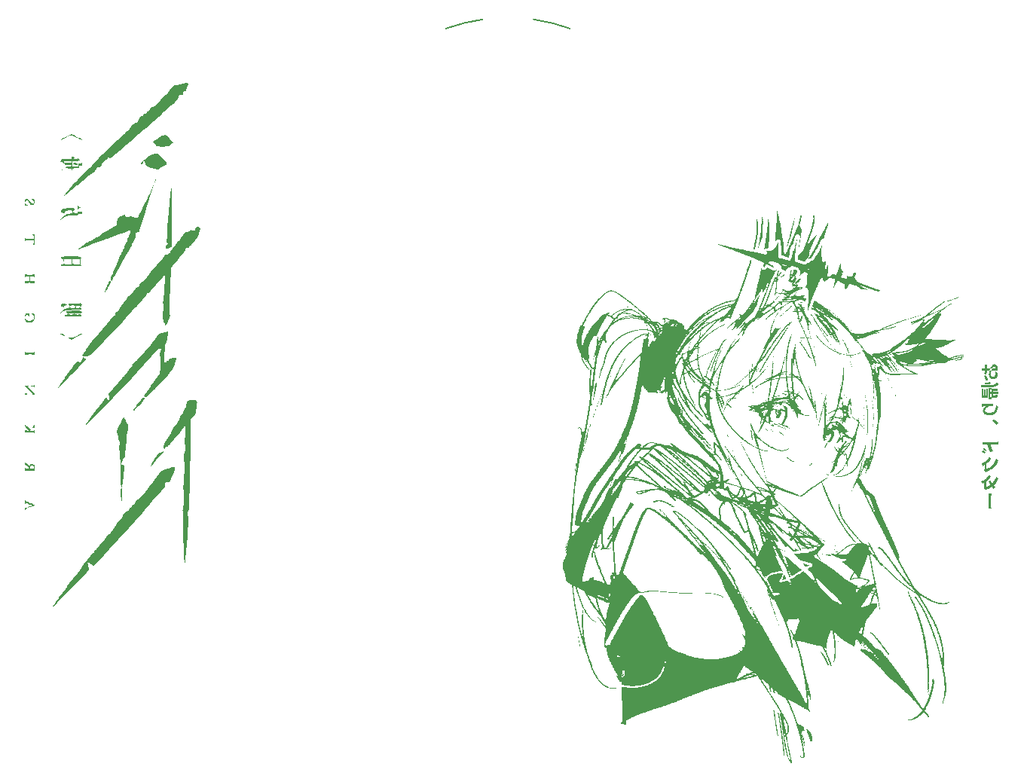
<source format=gbo>
G04 #@! TF.GenerationSoftware,KiCad,Pcbnew,9.0.6*
G04 #@! TF.CreationDate,2025-11-13T20:33:38-08:00*
G04 #@! TF.ProjectId,doktuh-base,646f6b74-7568-42d6-9261-73652e6b6963,rev?*
G04 #@! TF.SameCoordinates,Original*
G04 #@! TF.FileFunction,Legend,Bot*
G04 #@! TF.FilePolarity,Positive*
%FSLAX46Y46*%
G04 Gerber Fmt 4.6, Leading zero omitted, Abs format (unit mm)*
G04 Created by KiCad (PCBNEW 9.0.6) date 2025-11-13 20:33:38*
%MOMM*%
%LPD*%
G01*
G04 APERTURE LIST*
%ADD10C,0.200000*%
%ADD11C,0.000000*%
%ADD12C,4.400000*%
G04 APERTURE END LIST*
D10*
G36*
X145447257Y-94352831D02*
G01*
X145498823Y-94346511D01*
X145568066Y-94339092D01*
X145629981Y-94333871D01*
X145763246Y-94326544D01*
X145912265Y-94321323D01*
X146066504Y-94318118D01*
X146217629Y-94317110D01*
X146407498Y-94319217D01*
X146613211Y-94324437D01*
X146798958Y-94328559D01*
X146929017Y-94329658D01*
X147051367Y-94321507D01*
X147130426Y-94301173D01*
X147192616Y-94265393D01*
X147230077Y-94220115D01*
X147251104Y-94164379D01*
X147258470Y-94097933D01*
X147251226Y-94021394D01*
X147228062Y-93935725D01*
X147191797Y-93852337D01*
X147143432Y-93774525D01*
X147084062Y-93706106D01*
X147016853Y-93652342D01*
X146966986Y-93625858D01*
X146915327Y-93610226D01*
X146860965Y-93604990D01*
X146796364Y-93612940D01*
X146730282Y-93637644D01*
X146661113Y-93681651D01*
X146598527Y-93736473D01*
X146537515Y-93803926D01*
X146478023Y-93885533D01*
X146402856Y-94017311D01*
X146344117Y-94159757D01*
X146298897Y-94302516D01*
X146267730Y-94449642D01*
X146249299Y-94595624D01*
X146243641Y-94718645D01*
X146249866Y-94825432D01*
X146267885Y-94922360D01*
X146297039Y-95010729D01*
X146338913Y-95093090D01*
X146390769Y-95161890D01*
X146452927Y-95218733D01*
X146524706Y-95261397D01*
X146606166Y-95287447D01*
X146699765Y-95296493D01*
X146779595Y-95291221D01*
X146853920Y-95275758D01*
X146923613Y-95250331D01*
X146987790Y-95214143D01*
X147046542Y-95165371D01*
X147100384Y-95102595D01*
X147144026Y-95031874D01*
X147183016Y-94943162D01*
X147216522Y-94833226D01*
X147238504Y-94691718D01*
X147250044Y-94558636D01*
X146979209Y-94462007D01*
X146976095Y-94599211D01*
X146964555Y-94719744D01*
X146943311Y-94802655D01*
X146914546Y-94874716D01*
X146875213Y-94937442D01*
X146826985Y-94983710D01*
X146768449Y-95013317D01*
X146697750Y-95023552D01*
X146631222Y-95013542D01*
X146576850Y-94984626D01*
X146533346Y-94939188D01*
X146499730Y-94876365D01*
X146479708Y-94803464D01*
X146472527Y-94714524D01*
X146479256Y-94582066D01*
X146499730Y-94446528D01*
X146532215Y-94313249D01*
X146574743Y-94186959D01*
X146613715Y-94097856D01*
X146657083Y-94020905D01*
X146706536Y-93953069D01*
X146753987Y-93905317D01*
X146805186Y-93872834D01*
X146849883Y-93863276D01*
X146873953Y-93867185D01*
X146896869Y-93879213D01*
X146935429Y-93920612D01*
X146961441Y-93972544D01*
X146970783Y-94018157D01*
X146966166Y-94045656D01*
X146952923Y-94066975D01*
X146929677Y-94080383D01*
X146882672Y-94086117D01*
X146720006Y-94082912D01*
X146483976Y-94076592D01*
X146225873Y-94073478D01*
X146047545Y-94074485D01*
X145875445Y-94075584D01*
X145730640Y-94076592D01*
X145631905Y-94077691D01*
X145573195Y-94075584D01*
X145500838Y-94070272D01*
X145447257Y-94062853D01*
X145447257Y-94352831D01*
G37*
G36*
X145674128Y-94950645D02*
G01*
X145766543Y-95129981D01*
X145874713Y-95320857D01*
X145970242Y-95466578D01*
X146186214Y-95340640D01*
X146110193Y-95236776D01*
X146023548Y-95098473D01*
X145940109Y-94954859D01*
X145877827Y-94835332D01*
X145674128Y-94950645D01*
G37*
G36*
X145789533Y-93663974D02*
G01*
X145803271Y-93826731D01*
X145806386Y-93953768D01*
X145799058Y-94134386D01*
X145778084Y-94335978D01*
X145745478Y-94536562D01*
X145703437Y-94713974D01*
X145963922Y-94720294D01*
X146000650Y-94529143D01*
X146029043Y-94322331D01*
X146047911Y-94124952D01*
X146054231Y-93962195D01*
X146052124Y-93790003D01*
X146043698Y-93668187D01*
X145789533Y-93663974D01*
G37*
G36*
X145378655Y-95966757D02*
G01*
X145378655Y-96191521D01*
X146224041Y-96191521D01*
X146380845Y-96188326D01*
X146535542Y-96178790D01*
X146687905Y-96159957D01*
X146833488Y-96129239D01*
X146973361Y-96082958D01*
X147106154Y-96017590D01*
X147188607Y-95963226D01*
X147267876Y-95897170D01*
X147344200Y-95818471D01*
X147289062Y-95766997D01*
X147230810Y-95699860D01*
X147184007Y-95635838D01*
X147094592Y-95728933D01*
X147002059Y-95801267D01*
X146905845Y-95855016D01*
X146802708Y-95895818D01*
X146694480Y-95926064D01*
X146580513Y-95945691D01*
X146405949Y-95961431D01*
X146224682Y-95966757D01*
X145378655Y-95966757D01*
G37*
G36*
X145756835Y-95679894D02*
G01*
X145788342Y-95885699D01*
X146057528Y-95874158D01*
X146190439Y-95860809D01*
X146312060Y-95840544D01*
X146426778Y-95809617D01*
X146523635Y-95768096D01*
X146403376Y-95583265D01*
X146323612Y-95617216D01*
X146226514Y-95642066D01*
X146122608Y-95658089D01*
X146004772Y-95669361D01*
X145756835Y-95679894D01*
G37*
G36*
X146361153Y-96749769D02*
G01*
X146361153Y-96982868D01*
X147340078Y-96982868D01*
X147340078Y-96749769D01*
X146361153Y-96749769D01*
G37*
G36*
X146519422Y-96363712D02*
G01*
X146519422Y-97270464D01*
X146723487Y-97270464D01*
X146723487Y-96588385D01*
X147200768Y-96588385D01*
X147200768Y-96363712D01*
X146519422Y-96363712D01*
G37*
G36*
X145420604Y-96386793D02*
G01*
X145420604Y-97385960D01*
X146105888Y-97385960D01*
X146105888Y-96363712D01*
X145927377Y-96363712D01*
X145927377Y-97152861D01*
X145599115Y-97152861D01*
X145599115Y-96386793D01*
X145420604Y-96386793D01*
G37*
G36*
X145681181Y-96447701D02*
G01*
X145681181Y-97293545D01*
X145849250Y-97293545D01*
X145849250Y-96447701D01*
X145681181Y-96447701D01*
G37*
G36*
X146519422Y-97159181D02*
G01*
X146519422Y-97393196D01*
X146971516Y-97393196D01*
X147041463Y-97389324D01*
X147089393Y-97379457D01*
X147128202Y-97358060D01*
X147158728Y-97319282D01*
X147178672Y-97272012D01*
X147189228Y-97214685D01*
X147194540Y-97078489D01*
X147091591Y-97058248D01*
X146990841Y-97021153D01*
X146992856Y-97092319D01*
X146992856Y-97137932D01*
X146985621Y-97153869D01*
X146967577Y-97159181D01*
X146519422Y-97159181D01*
G37*
G36*
X146178428Y-96248216D02*
G01*
X146178428Y-97538093D01*
X146538290Y-97538093D01*
X146538290Y-97304994D01*
X146367472Y-97304994D01*
X146367472Y-96472889D01*
X146538290Y-96472889D01*
X146538290Y-96248216D01*
X146178428Y-96248216D01*
G37*
G36*
X145467224Y-98392546D02*
G01*
X145561746Y-98369465D01*
X145680356Y-98344278D01*
X145801073Y-98322296D01*
X145904022Y-98308740D01*
X145842394Y-98349694D01*
X145781106Y-98398866D01*
X145724067Y-98454490D01*
X145671838Y-98517385D01*
X145627566Y-98586411D01*
X145593162Y-98662007D01*
X145571195Y-98742547D01*
X145563761Y-98828703D01*
X145573844Y-98923540D01*
X145603681Y-99010937D01*
X145654070Y-99092943D01*
X145720437Y-99163624D01*
X145805488Y-99225522D01*
X145912356Y-99278507D01*
X146026332Y-99315142D01*
X146158383Y-99338416D01*
X146311419Y-99346650D01*
X146458792Y-99338864D01*
X146587834Y-99316716D01*
X146700956Y-99281621D01*
X146807885Y-99231415D01*
X146902323Y-99169316D01*
X146985529Y-99095050D01*
X147058253Y-99009909D01*
X147122295Y-98913464D01*
X147177687Y-98804614D01*
X147222386Y-98690423D01*
X147259959Y-98565274D01*
X147289978Y-98428175D01*
X147046437Y-98268807D01*
X147013474Y-98438556D01*
X146971882Y-98588368D01*
X146935604Y-98683151D01*
X146892481Y-98766602D01*
X146842739Y-98839877D01*
X146783287Y-98904696D01*
X146713315Y-98959050D01*
X146631621Y-99003367D01*
X146543643Y-99034176D01*
X146438646Y-99053979D01*
X146313525Y-99061069D01*
X146158333Y-99051961D01*
X146039485Y-99027547D01*
X145967107Y-99000227D01*
X145910979Y-98967580D01*
X145868301Y-98930094D01*
X145835559Y-98884660D01*
X145816130Y-98834540D01*
X145809500Y-98778145D01*
X145816055Y-98718537D01*
X145835948Y-98660249D01*
X145870408Y-98602107D01*
X145939235Y-98523940D01*
X146028952Y-98452264D01*
X146130318Y-98393153D01*
X146239978Y-98347483D01*
X146353059Y-98317026D01*
X146458422Y-98304527D01*
X146555051Y-98303428D01*
X146680989Y-98314969D01*
X146697841Y-98056682D01*
X146545617Y-98038822D01*
X146347139Y-98029388D01*
X146189603Y-98034608D01*
X146018510Y-98047248D01*
X145843114Y-98066207D01*
X145675136Y-98088189D01*
X145555426Y-98100829D01*
X145454584Y-98105042D01*
X145467224Y-98392546D01*
G37*
G36*
X147297397Y-100185533D02*
G01*
X147135738Y-100044757D01*
X146975088Y-99887312D01*
X146833305Y-99733989D01*
X146644261Y-99952434D01*
X146788150Y-100114092D01*
X146955121Y-100278956D01*
X147104231Y-100410206D01*
X147297397Y-100185533D01*
G37*
G36*
X145591421Y-103181752D02*
G01*
X145690065Y-103246781D01*
X145803455Y-103315017D01*
X145908510Y-103372811D01*
X145990392Y-103190178D01*
X145870683Y-103132384D01*
X145768833Y-103074682D01*
X145664877Y-103005347D01*
X145591421Y-103181752D01*
G37*
G36*
X145475925Y-103456800D02*
G01*
X145572462Y-103525035D01*
X145682738Y-103596476D01*
X145786693Y-103654270D01*
X145872789Y-103477865D01*
X145754179Y-103413752D01*
X145655443Y-103352844D01*
X145557807Y-103282502D01*
X145475925Y-103456800D01*
G37*
G36*
X146983697Y-102343876D02*
G01*
X146850341Y-102343876D01*
X146638307Y-102343876D01*
X146386249Y-102343876D01*
X146132175Y-102343876D01*
X145914829Y-102343876D01*
X145776161Y-102343876D01*
X145648116Y-102338564D01*
X145522087Y-102322811D01*
X145522087Y-102650432D01*
X145643903Y-102637792D01*
X145776161Y-102631564D01*
X145933697Y-102631564D01*
X146157363Y-102631564D01*
X146408322Y-102631564D01*
X146652962Y-102631564D01*
X146856660Y-102631564D01*
X146983697Y-102631564D01*
X147064572Y-102634678D01*
X147174756Y-102643104D01*
X147275598Y-102652538D01*
X147275598Y-102322811D01*
X147129693Y-102338564D01*
X146983697Y-102343876D01*
G37*
G36*
X146065955Y-102570656D02*
G01*
X146136297Y-102804763D01*
X146228804Y-103066164D01*
X146325432Y-103316116D01*
X146410429Y-103509373D01*
X146702329Y-103391770D01*
X146607899Y-103194300D01*
X146516491Y-102976954D01*
X146433510Y-102761715D01*
X146368388Y-102570656D01*
X146065955Y-102570656D01*
G37*
G36*
X145846319Y-105737875D02*
G01*
X145916661Y-105702155D01*
X145997536Y-105668632D01*
X146092550Y-105637234D01*
X146208562Y-105591971D01*
X146327207Y-105537870D01*
X146454301Y-105470154D01*
X146578521Y-105392500D01*
X146698941Y-105303184D01*
X146814634Y-105197810D01*
X146923762Y-105080762D01*
X147026470Y-104951383D01*
X147117300Y-104813682D01*
X147205666Y-104649288D01*
X147291077Y-104454776D01*
X147068510Y-104207022D01*
X146998482Y-104412315D01*
X146923613Y-104576592D01*
X146836939Y-104724979D01*
X146748308Y-104847518D01*
X146651071Y-104957609D01*
X146549830Y-105053323D01*
X146463414Y-105122897D01*
X146363992Y-105187688D01*
X146259351Y-105244869D01*
X146157179Y-105292651D01*
X146056391Y-105330785D01*
X145976470Y-105351544D01*
X145976470Y-104643820D01*
X145739158Y-104740357D01*
X145739158Y-104831673D01*
X145739158Y-104972449D01*
X145739158Y-105127879D01*
X145739158Y-105262243D01*
X145739158Y-105341011D01*
X145732930Y-105438647D01*
X145713970Y-105523735D01*
X145846319Y-105737875D01*
G37*
G36*
X145514485Y-105053323D02*
G01*
X145632088Y-104979776D01*
X145728716Y-104925188D01*
X145854188Y-104847593D01*
X145990117Y-104749882D01*
X146122309Y-104639876D01*
X146252617Y-104513577D01*
X146374233Y-104377017D01*
X146484709Y-104232210D01*
X146310411Y-103994897D01*
X146221433Y-104127878D01*
X146134007Y-104239537D01*
X146042043Y-104340473D01*
X145954488Y-104423268D01*
X145864844Y-104496993D01*
X145782297Y-104556625D01*
X145634194Y-104652155D01*
X145530239Y-104704728D01*
X145413735Y-104746677D01*
X145514485Y-105053323D01*
G37*
G36*
X146170826Y-106765893D02*
G01*
X146299970Y-106976919D01*
X146454301Y-107209011D01*
X146609731Y-107430570D01*
X146744095Y-107605875D01*
X146981407Y-107406390D01*
X146835503Y-107235297D01*
X146665418Y-107015845D01*
X146498448Y-106783753D01*
X146361885Y-106579047D01*
X146170826Y-106765893D01*
G37*
G36*
X145813804Y-107752879D02*
G01*
X145883139Y-107715051D01*
X145962915Y-107683636D01*
X146061584Y-107647972D01*
X146178154Y-107598548D01*
X146296348Y-107540760D01*
X146419679Y-107471419D01*
X146540427Y-107393258D01*
X146660106Y-107303533D01*
X146778964Y-107199604D01*
X146895836Y-107080601D01*
X147010808Y-106945412D01*
X147112614Y-106800839D01*
X147206596Y-106631386D01*
X147292176Y-106434059D01*
X147080143Y-106190518D01*
X147030622Y-106335993D01*
X146977255Y-106462749D01*
X146920499Y-106572636D01*
X146822882Y-106726527D01*
X146723121Y-106852996D01*
X146616098Y-106966032D01*
X146513102Y-107059901D01*
X146427410Y-107128614D01*
X146329371Y-107195364D01*
X146226644Y-107255674D01*
X146125672Y-107306647D01*
X146025559Y-107348169D01*
X145943955Y-107372776D01*
X145943955Y-106663036D01*
X145704628Y-106759573D01*
X145704628Y-107356014D01*
X145698308Y-107455757D01*
X145681455Y-107538739D01*
X145813804Y-107752879D01*
G37*
G36*
X145490396Y-107059901D02*
G01*
X145607999Y-106985345D01*
X145704628Y-106929658D01*
X145830767Y-106851360D01*
X145972349Y-106749040D01*
X146111180Y-106634263D01*
X146248496Y-106504401D01*
X146376039Y-106364461D01*
X146487915Y-106217812D01*
X146313617Y-105991033D01*
X146192334Y-106165618D01*
X146071084Y-106304915D01*
X145942638Y-106426309D01*
X145825345Y-106520154D01*
X145708960Y-106600749D01*
X145614319Y-106658823D01*
X145512470Y-106712312D01*
X145395874Y-106755360D01*
X145490396Y-107059901D01*
G37*
G36*
X146178978Y-108158444D02*
G01*
X146184290Y-108255072D01*
X146189511Y-108377896D01*
X146191618Y-108496598D01*
X146191618Y-108626749D01*
X146191618Y-108795826D01*
X146191618Y-108984778D01*
X146191618Y-109179043D01*
X146191618Y-109361767D01*
X146191618Y-109516098D01*
X146191618Y-109624267D01*
X146186397Y-109762845D01*
X146178978Y-109870006D01*
X146508706Y-109870006D01*
X146502386Y-109762845D01*
X146498173Y-109624267D01*
X146498173Y-109514999D01*
X146498173Y-109359661D01*
X146498173Y-109178036D01*
X146498173Y-108983771D01*
X146498173Y-108793719D01*
X146498173Y-108625741D01*
X146498173Y-108496598D01*
X146501379Y-108311767D01*
X146508706Y-108158444D01*
X146178978Y-108158444D01*
G37*
X85193954Y-55897865D02*
G75*
G02*
X89344500Y-54864000I7008046J-19286135D01*
G01*
X95059500Y-54864000D02*
G75*
G02*
X99210049Y-55897866I-2857500J-20320000D01*
G01*
D11*
G36*
X120687500Y-100136517D02*
G01*
X120680180Y-100134686D01*
X120681238Y-100130952D01*
X120687500Y-100136517D01*
G37*
G36*
X131926133Y-105508652D02*
G01*
X131925760Y-105511984D01*
X131921657Y-105505717D01*
X131926133Y-105508652D01*
G37*
G36*
X98550000Y-115106009D02*
G01*
X98537500Y-115118522D01*
X98525000Y-115106009D01*
X98537500Y-115093497D01*
X98550000Y-115106009D01*
G37*
G36*
X98550000Y-115256157D02*
G01*
X98537500Y-115268669D01*
X98525000Y-115256157D01*
X98537500Y-115243645D01*
X98550000Y-115256157D01*
G37*
G36*
X98575000Y-114830738D02*
G01*
X98562500Y-114843251D01*
X98550000Y-114830738D01*
X98562500Y-114818226D01*
X98575000Y-114830738D01*
G37*
G36*
X98575000Y-115381280D02*
G01*
X98562500Y-115393793D01*
X98550000Y-115381280D01*
X98562500Y-115368768D01*
X98575000Y-115381280D01*
G37*
G36*
X98650000Y-114405320D02*
G01*
X98637500Y-114417832D01*
X98625000Y-114405320D01*
X98637500Y-114392807D01*
X98650000Y-114405320D01*
G37*
G36*
X98650000Y-114455369D02*
G01*
X98637500Y-114467881D01*
X98625000Y-114455369D01*
X98637500Y-114442857D01*
X98650000Y-114455369D01*
G37*
G36*
X98650000Y-114980886D02*
G01*
X98637500Y-114993398D01*
X98625000Y-114980886D01*
X98637500Y-114968374D01*
X98650000Y-114980886D01*
G37*
G36*
X98800000Y-113679605D02*
G01*
X98787500Y-113692118D01*
X98775000Y-113679605D01*
X98787500Y-113667093D01*
X98800000Y-113679605D01*
G37*
G36*
X98850000Y-114029950D02*
G01*
X98837500Y-114042462D01*
X98825000Y-114029950D01*
X98837500Y-114017438D01*
X98850000Y-114029950D01*
G37*
G36*
X99425000Y-112678620D02*
G01*
X99412500Y-112691132D01*
X99400000Y-112678620D01*
X99412500Y-112666108D01*
X99425000Y-112678620D01*
G37*
G36*
X100275000Y-105771822D02*
G01*
X100262500Y-105784334D01*
X100250000Y-105771822D01*
X100262500Y-105759310D01*
X100275000Y-105771822D01*
G37*
G36*
X100375000Y-104971034D02*
G01*
X100362500Y-104983546D01*
X100350000Y-104971034D01*
X100362500Y-104958522D01*
X100375000Y-104971034D01*
G37*
G36*
X100375000Y-125541280D02*
G01*
X100362500Y-125553793D01*
X100350000Y-125541280D01*
X100362500Y-125528768D01*
X100375000Y-125541280D01*
G37*
G36*
X100475000Y-104770837D02*
G01*
X100462500Y-104783349D01*
X100450000Y-104770837D01*
X100462500Y-104758325D01*
X100475000Y-104770837D01*
G37*
G36*
X100525000Y-104220295D02*
G01*
X100512500Y-104232807D01*
X100500000Y-104220295D01*
X100512500Y-104207783D01*
X100525000Y-104220295D01*
G37*
G36*
X100575000Y-103995073D02*
G01*
X100562500Y-104007586D01*
X100550000Y-103995073D01*
X100562500Y-103982561D01*
X100575000Y-103995073D01*
G37*
G36*
X100700000Y-103344433D02*
G01*
X100687500Y-103356945D01*
X100675000Y-103344433D01*
X100687500Y-103331921D01*
X100700000Y-103344433D01*
G37*
G36*
X100700000Y-103569655D02*
G01*
X100687500Y-103582167D01*
X100675000Y-103569655D01*
X100687500Y-103557142D01*
X100700000Y-103569655D01*
G37*
G36*
X100750000Y-103194285D02*
G01*
X100737500Y-103206797D01*
X100725000Y-103194285D01*
X100737500Y-103181773D01*
X100750000Y-103194285D01*
G37*
G36*
X100800000Y-103094187D02*
G01*
X100787500Y-103106699D01*
X100775000Y-103094187D01*
X100787500Y-103081674D01*
X100800000Y-103094187D01*
G37*
G36*
X100825000Y-102818916D02*
G01*
X100812500Y-102831428D01*
X100800000Y-102818916D01*
X100812500Y-102806403D01*
X100825000Y-102818916D01*
G37*
G36*
X100825000Y-102944039D02*
G01*
X100812500Y-102956551D01*
X100800000Y-102944039D01*
X100812500Y-102931526D01*
X100825000Y-102944039D01*
G37*
G36*
X101050000Y-93309556D02*
G01*
X101037500Y-93322068D01*
X101025000Y-93309556D01*
X101037500Y-93297044D01*
X101050000Y-93309556D01*
G37*
G36*
X101125000Y-111577536D02*
G01*
X101112500Y-111590049D01*
X101100000Y-111577536D01*
X101112500Y-111565024D01*
X101125000Y-111577536D01*
G37*
G36*
X101150000Y-93885123D02*
G01*
X101137500Y-93897635D01*
X101125000Y-93885123D01*
X101137500Y-93872610D01*
X101150000Y-93885123D01*
G37*
G36*
X101250000Y-101342462D02*
G01*
X101237500Y-101354975D01*
X101225000Y-101342462D01*
X101237500Y-101329950D01*
X101250000Y-101342462D01*
G37*
G36*
X101400000Y-94335566D02*
G01*
X101387500Y-94348078D01*
X101375000Y-94335566D01*
X101387500Y-94323054D01*
X101400000Y-94335566D01*
G37*
G36*
X101575000Y-100066206D02*
G01*
X101562500Y-100078719D01*
X101550000Y-100066206D01*
X101562500Y-100053694D01*
X101575000Y-100066206D01*
G37*
G36*
X101625000Y-98314482D02*
G01*
X101612500Y-98326994D01*
X101600000Y-98314482D01*
X101612500Y-98301970D01*
X101625000Y-98314482D01*
G37*
G36*
X101650000Y-97989162D02*
G01*
X101637500Y-98001674D01*
X101625000Y-97989162D01*
X101637500Y-97976650D01*
X101650000Y-97989162D01*
G37*
G36*
X101675000Y-99916059D02*
G01*
X101662500Y-99928571D01*
X101650000Y-99916059D01*
X101662500Y-99903546D01*
X101675000Y-99916059D01*
G37*
G36*
X101925000Y-99015172D02*
G01*
X101912500Y-99027684D01*
X101900000Y-99015172D01*
X101912500Y-99002660D01*
X101925000Y-99015172D01*
G37*
G36*
X101925000Y-113654581D02*
G01*
X101912500Y-113667093D01*
X101900000Y-113654581D01*
X101912500Y-113642068D01*
X101925000Y-113654581D01*
G37*
G36*
X102325000Y-122638423D02*
G01*
X102312500Y-122650935D01*
X102300000Y-122638423D01*
X102312500Y-122625911D01*
X102325000Y-122638423D01*
G37*
G36*
X102350000Y-121962758D02*
G01*
X102337500Y-121975270D01*
X102325000Y-121962758D01*
X102337500Y-121950246D01*
X102350000Y-121962758D01*
G37*
G36*
X102475000Y-97563743D02*
G01*
X102462500Y-97576256D01*
X102450000Y-97563743D01*
X102462500Y-97551231D01*
X102475000Y-97563743D01*
G37*
G36*
X102575000Y-97363546D02*
G01*
X102562500Y-97376059D01*
X102550000Y-97363546D01*
X102562500Y-97351034D01*
X102575000Y-97363546D01*
G37*
G36*
X102575000Y-113804728D02*
G01*
X102562500Y-113817241D01*
X102550000Y-113804728D01*
X102562500Y-113792216D01*
X102575000Y-113804728D01*
G37*
G36*
X102575000Y-113854778D02*
G01*
X102562500Y-113867290D01*
X102550000Y-113854778D01*
X102562500Y-113842265D01*
X102575000Y-113854778D01*
G37*
G36*
X102775000Y-96888078D02*
G01*
X102762500Y-96900591D01*
X102750000Y-96888078D01*
X102762500Y-96875566D01*
X102775000Y-96888078D01*
G37*
G36*
X103025000Y-125341083D02*
G01*
X103012500Y-125353595D01*
X103000000Y-125341083D01*
X103012500Y-125328571D01*
X103025000Y-125341083D01*
G37*
G36*
X103025000Y-125541280D02*
G01*
X103012500Y-125553793D01*
X103000000Y-125541280D01*
X103012500Y-125528768D01*
X103025000Y-125541280D01*
G37*
G36*
X103050000Y-124340098D02*
G01*
X103037500Y-124352610D01*
X103025000Y-124340098D01*
X103037500Y-124327586D01*
X103050000Y-124340098D01*
G37*
G36*
X103225000Y-125366108D02*
G01*
X103212500Y-125378620D01*
X103200000Y-125366108D01*
X103212500Y-125353595D01*
X103225000Y-125366108D01*
G37*
G36*
X103225000Y-125441182D02*
G01*
X103212500Y-125453694D01*
X103200000Y-125441182D01*
X103212500Y-125428669D01*
X103225000Y-125441182D01*
G37*
G36*
X103325000Y-95837044D02*
G01*
X103312500Y-95849556D01*
X103300000Y-95837044D01*
X103312500Y-95824531D01*
X103325000Y-95837044D01*
G37*
G36*
X103450000Y-95461674D02*
G01*
X103437500Y-95474187D01*
X103425000Y-95461674D01*
X103437500Y-95449162D01*
X103450000Y-95461674D01*
G37*
G36*
X103650000Y-95136354D02*
G01*
X103637500Y-95148866D01*
X103625000Y-95136354D01*
X103637500Y-95123842D01*
X103650000Y-95136354D01*
G37*
G36*
X103650000Y-95236453D02*
G01*
X103637500Y-95248965D01*
X103625000Y-95236453D01*
X103637500Y-95223940D01*
X103650000Y-95236453D01*
G37*
G36*
X103725000Y-107348374D02*
G01*
X103712500Y-107360886D01*
X103700000Y-107348374D01*
X103712500Y-107335861D01*
X103725000Y-107348374D01*
G37*
G36*
X104225000Y-128344039D02*
G01*
X104212500Y-128356551D01*
X104200000Y-128344039D01*
X104212500Y-128331526D01*
X104225000Y-128344039D01*
G37*
G36*
X104225000Y-128444137D02*
G01*
X104212500Y-128456650D01*
X104200000Y-128444137D01*
X104212500Y-128431625D01*
X104225000Y-128444137D01*
G37*
G36*
X104225000Y-128544236D02*
G01*
X104212500Y-128556748D01*
X104200000Y-128544236D01*
X104212500Y-128531724D01*
X104225000Y-128544236D01*
G37*
G36*
X104350000Y-128469162D02*
G01*
X104337500Y-128481674D01*
X104325000Y-128469162D01*
X104337500Y-128456650D01*
X104350000Y-128469162D01*
G37*
G36*
X104625000Y-104720788D02*
G01*
X104612500Y-104733300D01*
X104600000Y-104720788D01*
X104612500Y-104708275D01*
X104625000Y-104720788D01*
G37*
G36*
X104800000Y-104470541D02*
G01*
X104787500Y-104483054D01*
X104775000Y-104470541D01*
X104787500Y-104458029D01*
X104800000Y-104470541D01*
G37*
G36*
X104825000Y-104370443D02*
G01*
X104812500Y-104382955D01*
X104800000Y-104370443D01*
X104812500Y-104357930D01*
X104825000Y-104370443D01*
G37*
G36*
X105025000Y-128644334D02*
G01*
X105012500Y-128656847D01*
X105000000Y-128644334D01*
X105012500Y-128631822D01*
X105025000Y-128644334D01*
G37*
G36*
X105150000Y-128394088D02*
G01*
X105137500Y-128406600D01*
X105125000Y-128394088D01*
X105137500Y-128381576D01*
X105150000Y-128394088D01*
G37*
G36*
X105200000Y-93134384D02*
G01*
X105187500Y-93146896D01*
X105175000Y-93134384D01*
X105187500Y-93121871D01*
X105200000Y-93134384D01*
G37*
G36*
X105200000Y-128293990D02*
G01*
X105187500Y-128306502D01*
X105175000Y-128293990D01*
X105187500Y-128281477D01*
X105200000Y-128293990D01*
G37*
G36*
X105250000Y-128494187D02*
G01*
X105237500Y-128506699D01*
X105225000Y-128494187D01*
X105237500Y-128481674D01*
X105250000Y-128494187D01*
G37*
G36*
X105275000Y-92984236D02*
G01*
X105262500Y-92996748D01*
X105250000Y-92984236D01*
X105262500Y-92971724D01*
X105275000Y-92984236D01*
G37*
G36*
X105300000Y-92934187D02*
G01*
X105287500Y-92946699D01*
X105275000Y-92934187D01*
X105287500Y-92921674D01*
X105300000Y-92934187D01*
G37*
G36*
X105475000Y-92784039D02*
G01*
X105462500Y-92796551D01*
X105450000Y-92784039D01*
X105462500Y-92771526D01*
X105475000Y-92784039D01*
G37*
G36*
X105500000Y-92633891D02*
G01*
X105487500Y-92646403D01*
X105475000Y-92633891D01*
X105487500Y-92621379D01*
X105500000Y-92633891D01*
G37*
G36*
X106900000Y-94435664D02*
G01*
X106887500Y-94448177D01*
X106875000Y-94435664D01*
X106887500Y-94423152D01*
X106900000Y-94435664D01*
G37*
G36*
X107225000Y-92208472D02*
G01*
X107212500Y-92220985D01*
X107200000Y-92208472D01*
X107212500Y-92195960D01*
X107225000Y-92208472D01*
G37*
G36*
X107600000Y-90706994D02*
G01*
X107587500Y-90719507D01*
X107575000Y-90706994D01*
X107587500Y-90694482D01*
X107600000Y-90706994D01*
G37*
G36*
X108025000Y-90757044D02*
G01*
X108012500Y-90769556D01*
X108000000Y-90757044D01*
X108012500Y-90744531D01*
X108025000Y-90757044D01*
G37*
G36*
X108025000Y-91132413D02*
G01*
X108012500Y-91144926D01*
X108000000Y-91132413D01*
X108012500Y-91119901D01*
X108025000Y-91132413D01*
G37*
G36*
X108150000Y-90206502D02*
G01*
X108137500Y-90219014D01*
X108125000Y-90206502D01*
X108137500Y-90193990D01*
X108150000Y-90206502D01*
G37*
G36*
X108325000Y-90356650D02*
G01*
X108312500Y-90369162D01*
X108300000Y-90356650D01*
X108312500Y-90344137D01*
X108325000Y-90356650D01*
G37*
G36*
X108600000Y-90381674D02*
G01*
X108587500Y-90394187D01*
X108575000Y-90381674D01*
X108587500Y-90369162D01*
X108600000Y-90381674D01*
G37*
G36*
X108600000Y-90757044D02*
G01*
X108587500Y-90769556D01*
X108575000Y-90757044D01*
X108587500Y-90744531D01*
X108600000Y-90757044D01*
G37*
G36*
X108700000Y-109175172D02*
G01*
X108687500Y-109187684D01*
X108675000Y-109175172D01*
X108687500Y-109162660D01*
X108700000Y-109175172D01*
G37*
G36*
X108700000Y-109250246D02*
G01*
X108687500Y-109262758D01*
X108675000Y-109250246D01*
X108687500Y-109237733D01*
X108700000Y-109250246D01*
G37*
G36*
X108700000Y-109475467D02*
G01*
X108687500Y-109487980D01*
X108675000Y-109475467D01*
X108687500Y-109462955D01*
X108700000Y-109475467D01*
G37*
G36*
X108800000Y-109550541D02*
G01*
X108787500Y-109563054D01*
X108775000Y-109550541D01*
X108787500Y-109538029D01*
X108800000Y-109550541D01*
G37*
G36*
X108900000Y-109600591D02*
G01*
X108887500Y-109613103D01*
X108875000Y-109600591D01*
X108887500Y-109588078D01*
X108900000Y-109600591D01*
G37*
G36*
X108950000Y-109550541D02*
G01*
X108937500Y-109563054D01*
X108925000Y-109550541D01*
X108937500Y-109538029D01*
X108950000Y-109550541D01*
G37*
G36*
X109025000Y-109550541D02*
G01*
X109012500Y-109563054D01*
X109000000Y-109550541D01*
X109012500Y-109538029D01*
X109025000Y-109550541D01*
G37*
G36*
X109025000Y-109625615D02*
G01*
X109012500Y-109638127D01*
X109000000Y-109625615D01*
X109012500Y-109613103D01*
X109025000Y-109625615D01*
G37*
G36*
X109075000Y-109625615D02*
G01*
X109062500Y-109638127D01*
X109050000Y-109625615D01*
X109062500Y-109613103D01*
X109075000Y-109625615D01*
G37*
G36*
X109125000Y-109600591D02*
G01*
X109112500Y-109613103D01*
X109100000Y-109600591D01*
X109112500Y-109588078D01*
X109125000Y-109600591D01*
G37*
G36*
X109250000Y-109750738D02*
G01*
X109237500Y-109763251D01*
X109225000Y-109750738D01*
X109237500Y-109738226D01*
X109250000Y-109750738D01*
G37*
G36*
X109250000Y-109875861D02*
G01*
X109237500Y-109888374D01*
X109225000Y-109875861D01*
X109237500Y-109863349D01*
X109250000Y-109875861D01*
G37*
G36*
X109350000Y-110126108D02*
G01*
X109337500Y-110138620D01*
X109325000Y-110126108D01*
X109337500Y-110113595D01*
X109350000Y-110126108D01*
G37*
G36*
X109500000Y-110226206D02*
G01*
X109487500Y-110238719D01*
X109475000Y-110226206D01*
X109487500Y-110213694D01*
X109500000Y-110226206D01*
G37*
G36*
X109525000Y-110126108D02*
G01*
X109512500Y-110138620D01*
X109500000Y-110126108D01*
X109512500Y-110113595D01*
X109525000Y-110126108D01*
G37*
G36*
X109600000Y-110176157D02*
G01*
X109587500Y-110188669D01*
X109575000Y-110176157D01*
X109587500Y-110163645D01*
X109600000Y-110176157D01*
G37*
G36*
X109675000Y-110526502D02*
G01*
X109662500Y-110539014D01*
X109650000Y-110526502D01*
X109662500Y-110513990D01*
X109675000Y-110526502D01*
G37*
G36*
X110100000Y-110651625D02*
G01*
X110087500Y-110664137D01*
X110075000Y-110651625D01*
X110087500Y-110639113D01*
X110100000Y-110651625D01*
G37*
G36*
X110625000Y-97563743D02*
G01*
X110612500Y-97576256D01*
X110600000Y-97563743D01*
X110612500Y-97551231D01*
X110625000Y-97563743D01*
G37*
G36*
X110650000Y-111252216D02*
G01*
X110637500Y-111264728D01*
X110625000Y-111252216D01*
X110637500Y-111239704D01*
X110650000Y-111252216D01*
G37*
G36*
X110750000Y-107648669D02*
G01*
X110737500Y-107661182D01*
X110725000Y-107648669D01*
X110737500Y-107636157D01*
X110750000Y-107648669D01*
G37*
G36*
X110775000Y-97188374D02*
G01*
X110762500Y-97200886D01*
X110750000Y-97188374D01*
X110762500Y-97175861D01*
X110775000Y-97188374D01*
G37*
G36*
X110775000Y-111402364D02*
G01*
X110762500Y-111414876D01*
X110750000Y-111402364D01*
X110762500Y-111389852D01*
X110775000Y-111402364D01*
G37*
G36*
X110950000Y-97463645D02*
G01*
X110937500Y-97476157D01*
X110925000Y-97463645D01*
X110937500Y-97451132D01*
X110950000Y-97463645D01*
G37*
G36*
X110975000Y-95386600D02*
G01*
X110962500Y-95399113D01*
X110950000Y-95386600D01*
X110962500Y-95374088D01*
X110975000Y-95386600D01*
G37*
G36*
X111000000Y-95436650D02*
G01*
X110987500Y-95449162D01*
X110975000Y-95436650D01*
X110987500Y-95424137D01*
X111000000Y-95436650D01*
G37*
G36*
X111075000Y-92558817D02*
G01*
X111062500Y-92571329D01*
X111050000Y-92558817D01*
X111062500Y-92546305D01*
X111075000Y-92558817D01*
G37*
G36*
X111225000Y-110000985D02*
G01*
X111212500Y-110013497D01*
X111200000Y-110000985D01*
X111212500Y-109988472D01*
X111225000Y-110000985D01*
G37*
G36*
X111350000Y-110076059D02*
G01*
X111337500Y-110088571D01*
X111325000Y-110076059D01*
X111337500Y-110063546D01*
X111350000Y-110076059D01*
G37*
G36*
X111700000Y-92258522D02*
G01*
X111687500Y-92271034D01*
X111675000Y-92258522D01*
X111687500Y-92246009D01*
X111700000Y-92258522D01*
G37*
G36*
X111750000Y-93409655D02*
G01*
X111737500Y-93422167D01*
X111725000Y-93409655D01*
X111737500Y-93397142D01*
X111750000Y-93409655D01*
G37*
G36*
X111850000Y-94886108D02*
G01*
X111837500Y-94898620D01*
X111825000Y-94886108D01*
X111837500Y-94873595D01*
X111850000Y-94886108D01*
G37*
G36*
X112525000Y-104070147D02*
G01*
X112512500Y-104082660D01*
X112500000Y-104070147D01*
X112512500Y-104057635D01*
X112525000Y-104070147D01*
G37*
G36*
X112850000Y-94911132D02*
G01*
X112837500Y-94923645D01*
X112825000Y-94911132D01*
X112837500Y-94898620D01*
X112850000Y-94911132D01*
G37*
G36*
X113375000Y-98389556D02*
G01*
X113362500Y-98402068D01*
X113350000Y-98389556D01*
X113362500Y-98377044D01*
X113375000Y-98389556D01*
G37*
G36*
X113500000Y-98564728D02*
G01*
X113487500Y-98577241D01*
X113475000Y-98564728D01*
X113487500Y-98552216D01*
X113500000Y-98564728D01*
G37*
G36*
X113500000Y-98639802D02*
G01*
X113487500Y-98652315D01*
X113475000Y-98639802D01*
X113487500Y-98627290D01*
X113500000Y-98639802D01*
G37*
G36*
X113550000Y-106072118D02*
G01*
X113537500Y-106084630D01*
X113525000Y-106072118D01*
X113537500Y-106059605D01*
X113550000Y-106072118D01*
G37*
G36*
X113575000Y-114555467D02*
G01*
X113562500Y-114567980D01*
X113550000Y-114555467D01*
X113562500Y-114542955D01*
X113575000Y-114555467D01*
G37*
G36*
X113600000Y-92733990D02*
G01*
X113587500Y-92746502D01*
X113575000Y-92733990D01*
X113587500Y-92721477D01*
X113600000Y-92733990D01*
G37*
G36*
X113600000Y-93209458D02*
G01*
X113587500Y-93221970D01*
X113575000Y-93209458D01*
X113587500Y-93196945D01*
X113600000Y-93209458D01*
G37*
G36*
X113675000Y-89230541D02*
G01*
X113662500Y-89243054D01*
X113650000Y-89230541D01*
X113662500Y-89218029D01*
X113675000Y-89230541D01*
G37*
G36*
X113725000Y-101867980D02*
G01*
X113712500Y-101880492D01*
X113700000Y-101867980D01*
X113712500Y-101855467D01*
X113725000Y-101867980D01*
G37*
G36*
X113725000Y-102043152D02*
G01*
X113712500Y-102055664D01*
X113700000Y-102043152D01*
X113712500Y-102030640D01*
X113725000Y-102043152D01*
G37*
G36*
X113775000Y-106197241D02*
G01*
X113762500Y-106209753D01*
X113750000Y-106197241D01*
X113762500Y-106184728D01*
X113775000Y-106197241D01*
G37*
G36*
X113775000Y-114955861D02*
G01*
X113762500Y-114968374D01*
X113750000Y-114955861D01*
X113762500Y-114943349D01*
X113775000Y-114955861D01*
G37*
G36*
X113875000Y-106322364D02*
G01*
X113862500Y-106334876D01*
X113850000Y-106322364D01*
X113862500Y-106309852D01*
X113875000Y-106322364D01*
G37*
G36*
X113950000Y-115156059D02*
G01*
X113937500Y-115168571D01*
X113925000Y-115156059D01*
X113937500Y-115143546D01*
X113950000Y-115156059D01*
G37*
G36*
X114025000Y-115005911D02*
G01*
X114012500Y-115018423D01*
X114000000Y-115005911D01*
X114012500Y-114993398D01*
X114025000Y-115005911D01*
G37*
G36*
X114050000Y-115055960D02*
G01*
X114037500Y-115068472D01*
X114025000Y-115055960D01*
X114037500Y-115043448D01*
X114050000Y-115055960D01*
G37*
G36*
X114050000Y-115206108D02*
G01*
X114037500Y-115218620D01*
X114025000Y-115206108D01*
X114037500Y-115193595D01*
X114050000Y-115206108D01*
G37*
G36*
X114050000Y-115331231D02*
G01*
X114037500Y-115343743D01*
X114025000Y-115331231D01*
X114037500Y-115318719D01*
X114050000Y-115331231D01*
G37*
G36*
X114150000Y-115156059D02*
G01*
X114137500Y-115168571D01*
X114125000Y-115156059D01*
X114137500Y-115143546D01*
X114150000Y-115156059D01*
G37*
G36*
X114150000Y-115281182D02*
G01*
X114137500Y-115293694D01*
X114125000Y-115281182D01*
X114137500Y-115268669D01*
X114150000Y-115281182D01*
G37*
G36*
X114175000Y-97238423D02*
G01*
X114162500Y-97250935D01*
X114150000Y-97238423D01*
X114162500Y-97225911D01*
X114175000Y-97238423D01*
G37*
G36*
X114175000Y-115381280D02*
G01*
X114162500Y-115393793D01*
X114150000Y-115381280D01*
X114162500Y-115368768D01*
X114175000Y-115381280D01*
G37*
G36*
X114250000Y-97188374D02*
G01*
X114237500Y-97200886D01*
X114225000Y-97188374D01*
X114237500Y-97175861D01*
X114250000Y-97188374D01*
G37*
G36*
X114275000Y-97013201D02*
G01*
X114262500Y-97025714D01*
X114250000Y-97013201D01*
X114262500Y-97000689D01*
X114275000Y-97013201D01*
G37*
G36*
X114275000Y-115556453D02*
G01*
X114262500Y-115568965D01*
X114250000Y-115556453D01*
X114262500Y-115543940D01*
X114275000Y-115556453D01*
G37*
G36*
X114275000Y-115656551D02*
G01*
X114262500Y-115669063D01*
X114250000Y-115656551D01*
X114262500Y-115644039D01*
X114275000Y-115656551D01*
G37*
G36*
X114375000Y-115706600D02*
G01*
X114362500Y-115719113D01*
X114350000Y-115706600D01*
X114362500Y-115694088D01*
X114375000Y-115706600D01*
G37*
G36*
X114500000Y-95311526D02*
G01*
X114487500Y-95324039D01*
X114475000Y-95311526D01*
X114487500Y-95299014D01*
X114500000Y-95311526D01*
G37*
G36*
X114600000Y-106097142D02*
G01*
X114587500Y-106109655D01*
X114575000Y-106097142D01*
X114587500Y-106084630D01*
X114600000Y-106097142D01*
G37*
G36*
X114800000Y-94836059D02*
G01*
X114787500Y-94848571D01*
X114775000Y-94836059D01*
X114787500Y-94823546D01*
X114800000Y-94836059D01*
G37*
G36*
X114800000Y-94936157D02*
G01*
X114787500Y-94948669D01*
X114775000Y-94936157D01*
X114787500Y-94923645D01*
X114800000Y-94936157D01*
G37*
G36*
X114800000Y-99991132D02*
G01*
X114787500Y-100003645D01*
X114775000Y-99991132D01*
X114787500Y-99978620D01*
X114800000Y-99991132D01*
G37*
G36*
X114825000Y-106297339D02*
G01*
X114812500Y-106309852D01*
X114800000Y-106297339D01*
X114812500Y-106284827D01*
X114825000Y-106297339D01*
G37*
G36*
X114875000Y-94961182D02*
G01*
X114862500Y-94973694D01*
X114850000Y-94961182D01*
X114862500Y-94948669D01*
X114875000Y-94961182D01*
G37*
G36*
X114900000Y-100541674D02*
G01*
X114887500Y-100554187D01*
X114875000Y-100541674D01*
X114887500Y-100529162D01*
X114900000Y-100541674D01*
G37*
G36*
X114950000Y-94710935D02*
G01*
X114937500Y-94723448D01*
X114925000Y-94710935D01*
X114937500Y-94698423D01*
X114950000Y-94710935D01*
G37*
G36*
X114950000Y-100566699D02*
G01*
X114937500Y-100579211D01*
X114925000Y-100566699D01*
X114937500Y-100554187D01*
X114950000Y-100566699D01*
G37*
G36*
X115050000Y-94410640D02*
G01*
X115037500Y-94423152D01*
X115025000Y-94410640D01*
X115037500Y-94398127D01*
X115050000Y-94410640D01*
G37*
G36*
X115050000Y-103344433D02*
G01*
X115037500Y-103356945D01*
X115025000Y-103344433D01*
X115037500Y-103331921D01*
X115050000Y-103344433D01*
G37*
G36*
X115150000Y-97613793D02*
G01*
X115137500Y-97626305D01*
X115125000Y-97613793D01*
X115137500Y-97601280D01*
X115150000Y-97613793D01*
G37*
G36*
X115250000Y-93059310D02*
G01*
X115237500Y-93071822D01*
X115225000Y-93059310D01*
X115237500Y-93046797D01*
X115250000Y-93059310D01*
G37*
G36*
X115350000Y-103644728D02*
G01*
X115337500Y-103657241D01*
X115325000Y-103644728D01*
X115337500Y-103632216D01*
X115350000Y-103644728D01*
G37*
G36*
X115475000Y-97188374D02*
G01*
X115462500Y-97200886D01*
X115450000Y-97188374D01*
X115462500Y-97175861D01*
X115475000Y-97188374D01*
G37*
G36*
X115475000Y-107948965D02*
G01*
X115462500Y-107961477D01*
X115450000Y-107948965D01*
X115462500Y-107936453D01*
X115475000Y-107948965D01*
G37*
G36*
X115475000Y-108174187D02*
G01*
X115462500Y-108186699D01*
X115450000Y-108174187D01*
X115462500Y-108161674D01*
X115475000Y-108174187D01*
G37*
G36*
X115575000Y-95837044D02*
G01*
X115562500Y-95849556D01*
X115550000Y-95837044D01*
X115562500Y-95824531D01*
X115575000Y-95837044D01*
G37*
G36*
X115600000Y-95261477D02*
G01*
X115587500Y-95273990D01*
X115575000Y-95261477D01*
X115587500Y-95248965D01*
X115600000Y-95261477D01*
G37*
G36*
X115600000Y-95311526D02*
G01*
X115587500Y-95324039D01*
X115575000Y-95311526D01*
X115587500Y-95299014D01*
X115600000Y-95311526D01*
G37*
G36*
X115625000Y-95161379D02*
G01*
X115612500Y-95173891D01*
X115600000Y-95161379D01*
X115612500Y-95148866D01*
X115625000Y-95161379D01*
G37*
G36*
X115625000Y-95511724D02*
G01*
X115612500Y-95524236D01*
X115600000Y-95511724D01*
X115612500Y-95499211D01*
X115625000Y-95511724D01*
G37*
G36*
X115650000Y-94836059D02*
G01*
X115637500Y-94848571D01*
X115625000Y-94836059D01*
X115637500Y-94823546D01*
X115650000Y-94836059D01*
G37*
G36*
X115675000Y-95286502D02*
G01*
X115662500Y-95299014D01*
X115650000Y-95286502D01*
X115662500Y-95273990D01*
X115675000Y-95286502D01*
G37*
G36*
X115675000Y-95386600D02*
G01*
X115662500Y-95399113D01*
X115650000Y-95386600D01*
X115662500Y-95374088D01*
X115675000Y-95386600D01*
G37*
G36*
X115675000Y-95486699D02*
G01*
X115662500Y-95499211D01*
X115650000Y-95486699D01*
X115662500Y-95474187D01*
X115675000Y-95486699D01*
G37*
G36*
X115675000Y-95561773D02*
G01*
X115662500Y-95574285D01*
X115650000Y-95561773D01*
X115662500Y-95549260D01*
X115675000Y-95561773D01*
G37*
G36*
X115675000Y-95686896D02*
G01*
X115662500Y-95699408D01*
X115650000Y-95686896D01*
X115662500Y-95674384D01*
X115675000Y-95686896D01*
G37*
G36*
X115675000Y-95786994D02*
G01*
X115662500Y-95799507D01*
X115650000Y-95786994D01*
X115662500Y-95774482D01*
X115675000Y-95786994D01*
G37*
G36*
X115700000Y-80096551D02*
G01*
X115687500Y-80109063D01*
X115675000Y-80096551D01*
X115687500Y-80084039D01*
X115700000Y-80096551D01*
G37*
G36*
X115700000Y-87954285D02*
G01*
X115687500Y-87966797D01*
X115675000Y-87954285D01*
X115687500Y-87941773D01*
X115700000Y-87954285D01*
G37*
G36*
X115800000Y-105296354D02*
G01*
X115787500Y-105308866D01*
X115775000Y-105296354D01*
X115787500Y-105283842D01*
X115800000Y-105296354D01*
G37*
G36*
X115825000Y-92608866D02*
G01*
X115812500Y-92621379D01*
X115800000Y-92608866D01*
X115812500Y-92596354D01*
X115825000Y-92608866D01*
G37*
G36*
X115875000Y-105471526D02*
G01*
X115862500Y-105484039D01*
X115850000Y-105471526D01*
X115862500Y-105459014D01*
X115875000Y-105471526D01*
G37*
G36*
X115975000Y-106072118D02*
G01*
X115962500Y-106084630D01*
X115950000Y-106072118D01*
X115962500Y-106059605D01*
X115975000Y-106072118D01*
G37*
G36*
X116000000Y-106422462D02*
G01*
X115987500Y-106434975D01*
X115975000Y-106422462D01*
X115987500Y-106409950D01*
X116000000Y-106422462D01*
G37*
G36*
X116100000Y-92258522D02*
G01*
X116087500Y-92271034D01*
X116075000Y-92258522D01*
X116087500Y-92246009D01*
X116100000Y-92258522D01*
G37*
G36*
X116125000Y-91808078D02*
G01*
X116112500Y-91820591D01*
X116100000Y-91808078D01*
X116112500Y-91795566D01*
X116125000Y-91808078D01*
G37*
G36*
X116175000Y-115806699D02*
G01*
X116162500Y-115819211D01*
X116150000Y-115806699D01*
X116162500Y-115794187D01*
X116175000Y-115806699D01*
G37*
G36*
X116250000Y-102268374D02*
G01*
X116237500Y-102280886D01*
X116225000Y-102268374D01*
X116237500Y-102255861D01*
X116250000Y-102268374D01*
G37*
G36*
X116250000Y-102368472D02*
G01*
X116237500Y-102380985D01*
X116225000Y-102368472D01*
X116237500Y-102355960D01*
X116250000Y-102368472D01*
G37*
G36*
X116275000Y-103869950D02*
G01*
X116262500Y-103882462D01*
X116250000Y-103869950D01*
X116262500Y-103857438D01*
X116275000Y-103869950D01*
G37*
G36*
X116325000Y-96838029D02*
G01*
X116312500Y-96850541D01*
X116300000Y-96838029D01*
X116312500Y-96825517D01*
X116325000Y-96838029D01*
G37*
G36*
X116325000Y-98589753D02*
G01*
X116312500Y-98602265D01*
X116300000Y-98589753D01*
X116312500Y-98577241D01*
X116325000Y-98589753D01*
G37*
G36*
X116350000Y-102493595D02*
G01*
X116337500Y-102506108D01*
X116325000Y-102493595D01*
X116337500Y-102481083D01*
X116350000Y-102493595D01*
G37*
G36*
X116375000Y-91632906D02*
G01*
X116362500Y-91645418D01*
X116350000Y-91632906D01*
X116362500Y-91620393D01*
X116375000Y-91632906D01*
G37*
G36*
X116400000Y-91557832D02*
G01*
X116387500Y-91570344D01*
X116375000Y-91557832D01*
X116387500Y-91545320D01*
X116400000Y-91557832D01*
G37*
G36*
X116450000Y-91607881D02*
G01*
X116437500Y-91620393D01*
X116425000Y-91607881D01*
X116437500Y-91595369D01*
X116450000Y-91607881D01*
G37*
G36*
X116525000Y-91107389D02*
G01*
X116512500Y-91119901D01*
X116500000Y-91107389D01*
X116512500Y-91094876D01*
X116525000Y-91107389D01*
G37*
G36*
X116650000Y-97463645D02*
G01*
X116637500Y-97476157D01*
X116625000Y-97463645D01*
X116637500Y-97451132D01*
X116650000Y-97463645D01*
G37*
G36*
X116675000Y-97338522D02*
G01*
X116662500Y-97351034D01*
X116650000Y-97338522D01*
X116662500Y-97326009D01*
X116675000Y-97338522D01*
G37*
G36*
X116725000Y-97288472D02*
G01*
X116712500Y-97300985D01*
X116700000Y-97288472D01*
X116712500Y-97275960D01*
X116725000Y-97288472D01*
G37*
G36*
X116875000Y-101267389D02*
G01*
X116862500Y-101279901D01*
X116850000Y-101267389D01*
X116862500Y-101254876D01*
X116875000Y-101267389D01*
G37*
G36*
X117000000Y-102068177D02*
G01*
X116987500Y-102080689D01*
X116975000Y-102068177D01*
X116987500Y-102055664D01*
X117000000Y-102068177D01*
G37*
G36*
X117250000Y-102618719D02*
G01*
X117237500Y-102631231D01*
X117225000Y-102618719D01*
X117237500Y-102606206D01*
X117250000Y-102618719D01*
G37*
G36*
X117300000Y-102969063D02*
G01*
X117287500Y-102981576D01*
X117275000Y-102969063D01*
X117287500Y-102956551D01*
X117300000Y-102969063D01*
G37*
G36*
X117325000Y-89756059D02*
G01*
X117312500Y-89768571D01*
X117300000Y-89756059D01*
X117312500Y-89743546D01*
X117325000Y-89756059D01*
G37*
G36*
X117375000Y-89756059D02*
G01*
X117362500Y-89768571D01*
X117350000Y-89756059D01*
X117362500Y-89743546D01*
X117375000Y-89756059D01*
G37*
G36*
X117550000Y-89280591D02*
G01*
X117537500Y-89293103D01*
X117525000Y-89280591D01*
X117537500Y-89268078D01*
X117550000Y-89280591D01*
G37*
G36*
X117600000Y-89255566D02*
G01*
X117587500Y-89268078D01*
X117575000Y-89255566D01*
X117587500Y-89243054D01*
X117600000Y-89255566D01*
G37*
G36*
X117650000Y-104070147D02*
G01*
X117637500Y-104082660D01*
X117625000Y-104070147D01*
X117637500Y-104057635D01*
X117650000Y-104070147D01*
G37*
G36*
X117675000Y-90882167D02*
G01*
X117662500Y-90894679D01*
X117650000Y-90882167D01*
X117662500Y-90869655D01*
X117675000Y-90882167D01*
G37*
G36*
X117725000Y-104045123D02*
G01*
X117712500Y-104057635D01*
X117700000Y-104045123D01*
X117712500Y-104032610D01*
X117725000Y-104045123D01*
G37*
G36*
X117750000Y-104270344D02*
G01*
X117737500Y-104282857D01*
X117725000Y-104270344D01*
X117737500Y-104257832D01*
X117750000Y-104270344D01*
G37*
G36*
X117775000Y-89956256D02*
G01*
X117762500Y-89968768D01*
X117750000Y-89956256D01*
X117762500Y-89943743D01*
X117775000Y-89956256D01*
G37*
G36*
X117825000Y-97238423D02*
G01*
X117812500Y-97250935D01*
X117800000Y-97238423D01*
X117812500Y-97225911D01*
X117825000Y-97238423D01*
G37*
G36*
X117875000Y-95837044D02*
G01*
X117862500Y-95849556D01*
X117850000Y-95837044D01*
X117862500Y-95824531D01*
X117875000Y-95837044D01*
G37*
G36*
X117975000Y-104895960D02*
G01*
X117962500Y-104908472D01*
X117950000Y-104895960D01*
X117962500Y-104883448D01*
X117975000Y-104895960D01*
G37*
G36*
X118050000Y-97388571D02*
G01*
X118037500Y-97401083D01*
X118025000Y-97388571D01*
X118037500Y-97376059D01*
X118050000Y-97388571D01*
G37*
G36*
X118075000Y-97238423D02*
G01*
X118062500Y-97250935D01*
X118050000Y-97238423D01*
X118062500Y-97225911D01*
X118075000Y-97238423D01*
G37*
G36*
X118075000Y-105121182D02*
G01*
X118062500Y-105133694D01*
X118050000Y-105121182D01*
X118062500Y-105108669D01*
X118075000Y-105121182D01*
G37*
G36*
X118100000Y-105196256D02*
G01*
X118087500Y-105208768D01*
X118075000Y-105196256D01*
X118087500Y-105183743D01*
X118100000Y-105196256D01*
G37*
G36*
X118200000Y-105346403D02*
G01*
X118187500Y-105358916D01*
X118175000Y-105346403D01*
X118187500Y-105333891D01*
X118200000Y-105346403D01*
G37*
G36*
X118200000Y-118834679D02*
G01*
X118187500Y-118847192D01*
X118175000Y-118834679D01*
X118187500Y-118822167D01*
X118200000Y-118834679D01*
G37*
G36*
X118225000Y-105521576D02*
G01*
X118212500Y-105534088D01*
X118200000Y-105521576D01*
X118212500Y-105509063D01*
X118225000Y-105521576D01*
G37*
G36*
X118275000Y-105571625D02*
G01*
X118262500Y-105584137D01*
X118250000Y-105571625D01*
X118262500Y-105559113D01*
X118275000Y-105571625D01*
G37*
G36*
X118300000Y-105721773D02*
G01*
X118287500Y-105734285D01*
X118275000Y-105721773D01*
X118287500Y-105709260D01*
X118300000Y-105721773D01*
G37*
G36*
X118300000Y-105771822D02*
G01*
X118287500Y-105784334D01*
X118275000Y-105771822D01*
X118287500Y-105759310D01*
X118300000Y-105771822D01*
G37*
G36*
X118325000Y-105846896D02*
G01*
X118312500Y-105859408D01*
X118300000Y-105846896D01*
X118312500Y-105834384D01*
X118325000Y-105846896D01*
G37*
G36*
X118400000Y-95837044D02*
G01*
X118387500Y-95849556D01*
X118375000Y-95837044D01*
X118387500Y-95824531D01*
X118400000Y-95837044D01*
G37*
G36*
X118400000Y-95887093D02*
G01*
X118387500Y-95899605D01*
X118375000Y-95887093D01*
X118387500Y-95874581D01*
X118400000Y-95887093D01*
G37*
G36*
X118400000Y-102418522D02*
G01*
X118387500Y-102431034D01*
X118375000Y-102418522D01*
X118387500Y-102406009D01*
X118400000Y-102418522D01*
G37*
G36*
X118475000Y-123989753D02*
G01*
X118462500Y-124002265D01*
X118450000Y-123989753D01*
X118462500Y-123977241D01*
X118475000Y-123989753D01*
G37*
G36*
X118575000Y-102693793D02*
G01*
X118562500Y-102706305D01*
X118550000Y-102693793D01*
X118562500Y-102681280D01*
X118575000Y-102693793D01*
G37*
G36*
X118575000Y-119510344D02*
G01*
X118562500Y-119522857D01*
X118550000Y-119510344D01*
X118562500Y-119497832D01*
X118575000Y-119510344D01*
G37*
G36*
X118625000Y-119610443D02*
G01*
X118612500Y-119622955D01*
X118600000Y-119610443D01*
X118612500Y-119597930D01*
X118625000Y-119610443D01*
G37*
G36*
X118625000Y-119810640D02*
G01*
X118612500Y-119823152D01*
X118600000Y-119810640D01*
X118612500Y-119798127D01*
X118625000Y-119810640D01*
G37*
G36*
X118650000Y-106422462D02*
G01*
X118637500Y-106434975D01*
X118625000Y-106422462D01*
X118637500Y-106409950D01*
X118650000Y-106422462D01*
G37*
G36*
X118650000Y-119860689D02*
G01*
X118637500Y-119873201D01*
X118625000Y-119860689D01*
X118637500Y-119848177D01*
X118650000Y-119860689D01*
G37*
G36*
X118675000Y-106597635D02*
G01*
X118662500Y-106610147D01*
X118650000Y-106597635D01*
X118662500Y-106585123D01*
X118675000Y-106597635D01*
G37*
G36*
X118725000Y-95261477D02*
G01*
X118712500Y-95273990D01*
X118700000Y-95261477D01*
X118712500Y-95248965D01*
X118725000Y-95261477D01*
G37*
G36*
X118725000Y-119560393D02*
G01*
X118712500Y-119572906D01*
X118700000Y-119560393D01*
X118712500Y-119547881D01*
X118725000Y-119560393D01*
G37*
G36*
X118750000Y-106847881D02*
G01*
X118737500Y-106860393D01*
X118725000Y-106847881D01*
X118737500Y-106835369D01*
X118750000Y-106847881D01*
G37*
G36*
X118825000Y-106847881D02*
G01*
X118812500Y-106860393D01*
X118800000Y-106847881D01*
X118812500Y-106835369D01*
X118825000Y-106847881D01*
G37*
G36*
X118850000Y-106922955D02*
G01*
X118837500Y-106935467D01*
X118825000Y-106922955D01*
X118837500Y-106910443D01*
X118850000Y-106922955D01*
G37*
G36*
X118850000Y-119810640D02*
G01*
X118837500Y-119823152D01*
X118825000Y-119810640D01*
X118837500Y-119798127D01*
X118850000Y-119810640D01*
G37*
G36*
X118850000Y-120135960D02*
G01*
X118837500Y-120148472D01*
X118825000Y-120135960D01*
X118837500Y-120123448D01*
X118850000Y-120135960D01*
G37*
G36*
X118850000Y-120186009D02*
G01*
X118837500Y-120198522D01*
X118825000Y-120186009D01*
X118837500Y-120173497D01*
X118850000Y-120186009D01*
G37*
G36*
X118950000Y-107273300D02*
G01*
X118937500Y-107285812D01*
X118925000Y-107273300D01*
X118937500Y-107260788D01*
X118950000Y-107273300D01*
G37*
G36*
X118950000Y-119985812D02*
G01*
X118937500Y-119998325D01*
X118925000Y-119985812D01*
X118937500Y-119973300D01*
X118950000Y-119985812D01*
G37*
G36*
X118950000Y-120336157D02*
G01*
X118937500Y-120348669D01*
X118925000Y-120336157D01*
X118937500Y-120323645D01*
X118950000Y-120336157D01*
G37*
G36*
X119025000Y-107298325D02*
G01*
X119012500Y-107310837D01*
X119000000Y-107298325D01*
X119012500Y-107285812D01*
X119025000Y-107298325D01*
G37*
G36*
X119050000Y-120160985D02*
G01*
X119037500Y-120173497D01*
X119025000Y-120160985D01*
X119037500Y-120148472D01*
X119050000Y-120160985D01*
G37*
G36*
X119075000Y-120336157D02*
G01*
X119062500Y-120348669D01*
X119050000Y-120336157D01*
X119062500Y-120323645D01*
X119075000Y-120336157D01*
G37*
G36*
X119100000Y-120561379D02*
G01*
X119087500Y-120573891D01*
X119075000Y-120561379D01*
X119087500Y-120548866D01*
X119100000Y-120561379D01*
G37*
G36*
X119175000Y-120311132D02*
G01*
X119162500Y-120323645D01*
X119150000Y-120311132D01*
X119162500Y-120298620D01*
X119175000Y-120311132D01*
G37*
G36*
X119175000Y-120386206D02*
G01*
X119162500Y-120398719D01*
X119150000Y-120386206D01*
X119162500Y-120373694D01*
X119175000Y-120386206D01*
G37*
G36*
X119175000Y-120436256D02*
G01*
X119162500Y-120448768D01*
X119150000Y-120436256D01*
X119162500Y-120423743D01*
X119175000Y-120436256D01*
G37*
G36*
X119275000Y-120486305D02*
G01*
X119262500Y-120498817D01*
X119250000Y-120486305D01*
X119262500Y-120473793D01*
X119275000Y-120486305D01*
G37*
G36*
X119375000Y-94160393D02*
G01*
X119362500Y-94172906D01*
X119350000Y-94160393D01*
X119362500Y-94147881D01*
X119375000Y-94160393D01*
G37*
G36*
X119375000Y-120786600D02*
G01*
X119362500Y-120799113D01*
X119350000Y-120786600D01*
X119362500Y-120774088D01*
X119375000Y-120786600D01*
G37*
G36*
X119400000Y-120736551D02*
G01*
X119387500Y-120749063D01*
X119375000Y-120736551D01*
X119387500Y-120724039D01*
X119400000Y-120736551D01*
G37*
G36*
X119425000Y-99991132D02*
G01*
X119412500Y-100003645D01*
X119400000Y-99991132D01*
X119412500Y-99978620D01*
X119425000Y-99991132D01*
G37*
G36*
X119425000Y-121161970D02*
G01*
X119412500Y-121174482D01*
X119400000Y-121161970D01*
X119412500Y-121149458D01*
X119425000Y-121161970D01*
G37*
G36*
X119450000Y-100116256D02*
G01*
X119437500Y-100128768D01*
X119425000Y-100116256D01*
X119437500Y-100103743D01*
X119450000Y-100116256D01*
G37*
G36*
X119450000Y-100191329D02*
G01*
X119437500Y-100203842D01*
X119425000Y-100191329D01*
X119437500Y-100178817D01*
X119450000Y-100191329D01*
G37*
G36*
X119500000Y-120961773D02*
G01*
X119487500Y-120974285D01*
X119475000Y-120961773D01*
X119487500Y-120949260D01*
X119500000Y-120961773D01*
G37*
G36*
X119600000Y-93935172D02*
G01*
X119587500Y-93947684D01*
X119575000Y-93935172D01*
X119587500Y-93922660D01*
X119600000Y-93935172D01*
G37*
G36*
X119600000Y-94485714D02*
G01*
X119587500Y-94498226D01*
X119575000Y-94485714D01*
X119587500Y-94473201D01*
X119600000Y-94485714D01*
G37*
G36*
X119600000Y-95837044D02*
G01*
X119587500Y-95849556D01*
X119575000Y-95837044D01*
X119587500Y-95824531D01*
X119600000Y-95837044D01*
G37*
G36*
X119600000Y-120961773D02*
G01*
X119587500Y-120974285D01*
X119575000Y-120961773D01*
X119587500Y-120949260D01*
X119600000Y-120961773D01*
G37*
G36*
X119700000Y-93935172D02*
G01*
X119687500Y-93947684D01*
X119675000Y-93935172D01*
X119687500Y-93922660D01*
X119700000Y-93935172D01*
G37*
G36*
X119750000Y-97038226D02*
G01*
X119737500Y-97050738D01*
X119725000Y-97038226D01*
X119737500Y-97025714D01*
X119750000Y-97038226D01*
G37*
G36*
X119775000Y-96562758D02*
G01*
X119762500Y-96575270D01*
X119750000Y-96562758D01*
X119762500Y-96550246D01*
X119775000Y-96562758D01*
G37*
G36*
X119850000Y-96362561D02*
G01*
X119837500Y-96375073D01*
X119825000Y-96362561D01*
X119837500Y-96350049D01*
X119850000Y-96362561D01*
G37*
G36*
X119850000Y-121937733D02*
G01*
X119837500Y-121950246D01*
X119825000Y-121937733D01*
X119837500Y-121925221D01*
X119850000Y-121937733D01*
G37*
G36*
X120075000Y-101792906D02*
G01*
X120062500Y-101805418D01*
X120050000Y-101792906D01*
X120062500Y-101780393D01*
X120075000Y-101792906D01*
G37*
G36*
X120250000Y-77368866D02*
G01*
X120237500Y-77381379D01*
X120225000Y-77368866D01*
X120237500Y-77356354D01*
X120250000Y-77368866D01*
G37*
G36*
X120300000Y-101267389D02*
G01*
X120287500Y-101279901D01*
X120275000Y-101267389D01*
X120287500Y-101254876D01*
X120300000Y-101267389D01*
G37*
G36*
X120425000Y-94135369D02*
G01*
X120412500Y-94147881D01*
X120400000Y-94135369D01*
X120412500Y-94122857D01*
X120425000Y-94135369D01*
G37*
G36*
X120475000Y-122513300D02*
G01*
X120462500Y-122525812D01*
X120450000Y-122513300D01*
X120462500Y-122500788D01*
X120475000Y-122513300D01*
G37*
G36*
X120525000Y-93284531D02*
G01*
X120512500Y-93297044D01*
X120500000Y-93284531D01*
X120512500Y-93272019D01*
X120525000Y-93284531D01*
G37*
G36*
X120550000Y-100416551D02*
G01*
X120537500Y-100429063D01*
X120525000Y-100416551D01*
X120537500Y-100404039D01*
X120550000Y-100416551D01*
G37*
G36*
X120650000Y-99790935D02*
G01*
X120637500Y-99803448D01*
X120625000Y-99790935D01*
X120637500Y-99778423D01*
X120650000Y-99790935D01*
G37*
G36*
X120700000Y-100841970D02*
G01*
X120687500Y-100854482D01*
X120675000Y-100841970D01*
X120687500Y-100829458D01*
X120700000Y-100841970D01*
G37*
G36*
X120825000Y-100691822D02*
G01*
X120812500Y-100704334D01*
X120800000Y-100691822D01*
X120812500Y-100679310D01*
X120825000Y-100691822D01*
G37*
G36*
X120850000Y-104946009D02*
G01*
X120837500Y-104958522D01*
X120825000Y-104946009D01*
X120837500Y-104933497D01*
X120850000Y-104946009D01*
G37*
G36*
X120900000Y-105471526D02*
G01*
X120887500Y-105484039D01*
X120875000Y-105471526D01*
X120887500Y-105459014D01*
X120900000Y-105471526D01*
G37*
G36*
X121075000Y-106072118D02*
G01*
X121062500Y-106084630D01*
X121050000Y-106072118D01*
X121062500Y-106059605D01*
X121075000Y-106072118D01*
G37*
G36*
X121200000Y-106497536D02*
G01*
X121187500Y-106510049D01*
X121175000Y-106497536D01*
X121187500Y-106485024D01*
X121200000Y-106497536D01*
G37*
G36*
X121275000Y-93910147D02*
G01*
X121262500Y-93922660D01*
X121250000Y-93910147D01*
X121262500Y-93897635D01*
X121275000Y-93910147D01*
G37*
G36*
X121275000Y-106497536D02*
G01*
X121262500Y-106510049D01*
X121250000Y-106497536D01*
X121262500Y-106485024D01*
X121275000Y-106497536D01*
G37*
G36*
X121375000Y-77218719D02*
G01*
X121362500Y-77231231D01*
X121350000Y-77218719D01*
X121362500Y-77206206D01*
X121375000Y-77218719D01*
G37*
G36*
X121400000Y-77268768D02*
G01*
X121387500Y-77281280D01*
X121375000Y-77268768D01*
X121387500Y-77256256D01*
X121400000Y-77268768D01*
G37*
G36*
X121400000Y-93759999D02*
G01*
X121387500Y-93772512D01*
X121375000Y-93759999D01*
X121387500Y-93747487D01*
X121400000Y-93759999D01*
G37*
G36*
X121500000Y-92183448D02*
G01*
X121487500Y-92195960D01*
X121475000Y-92183448D01*
X121487500Y-92170935D01*
X121500000Y-92183448D01*
G37*
G36*
X121525000Y-119310147D02*
G01*
X121512500Y-119322660D01*
X121500000Y-119310147D01*
X121512500Y-119297635D01*
X121525000Y-119310147D01*
G37*
G36*
X121675000Y-91958226D02*
G01*
X121662500Y-91970738D01*
X121650000Y-91958226D01*
X121662500Y-91945714D01*
X121675000Y-91958226D01*
G37*
G36*
X121675000Y-100391526D02*
G01*
X121662500Y-100404039D01*
X121650000Y-100391526D01*
X121662500Y-100379014D01*
X121675000Y-100391526D01*
G37*
G36*
X121675000Y-119810640D02*
G01*
X121662500Y-119823152D01*
X121650000Y-119810640D01*
X121662500Y-119798127D01*
X121675000Y-119810640D01*
G37*
G36*
X121700000Y-103369458D02*
G01*
X121687500Y-103381970D01*
X121675000Y-103369458D01*
X121687500Y-103356945D01*
X121700000Y-103369458D01*
G37*
G36*
X121800000Y-91783054D02*
G01*
X121787500Y-91795566D01*
X121775000Y-91783054D01*
X121787500Y-91770541D01*
X121800000Y-91783054D01*
G37*
G36*
X121900000Y-120486305D02*
G01*
X121887500Y-120498817D01*
X121875000Y-120486305D01*
X121887500Y-120473793D01*
X121900000Y-120486305D01*
G37*
G36*
X122000000Y-111577536D02*
G01*
X121987500Y-111590049D01*
X121975000Y-111577536D01*
X121987500Y-111565024D01*
X122000000Y-111577536D01*
G37*
G36*
X122025000Y-92633891D02*
G01*
X122012500Y-92646403D01*
X122000000Y-92633891D01*
X122012500Y-92621379D01*
X122025000Y-92633891D01*
G37*
G36*
X122125000Y-111702660D02*
G01*
X122112500Y-111715172D01*
X122100000Y-111702660D01*
X122112500Y-111690147D01*
X122125000Y-111702660D01*
G37*
G36*
X122150000Y-121662462D02*
G01*
X122137500Y-121674975D01*
X122125000Y-121662462D01*
X122137500Y-121649950D01*
X122150000Y-121662462D01*
G37*
G36*
X122325000Y-125791526D02*
G01*
X122312500Y-125804039D01*
X122300000Y-125791526D01*
X122312500Y-125779014D01*
X122325000Y-125791526D01*
G37*
G36*
X122350000Y-111952906D02*
G01*
X122337500Y-111965418D01*
X122325000Y-111952906D01*
X122337500Y-111940393D01*
X122350000Y-111952906D01*
G37*
G36*
X122375000Y-88104433D02*
G01*
X122362500Y-88116945D01*
X122350000Y-88104433D01*
X122362500Y-88091921D01*
X122375000Y-88104433D01*
G37*
G36*
X122475000Y-90932216D02*
G01*
X122462500Y-90944728D01*
X122450000Y-90932216D01*
X122462500Y-90919704D01*
X122475000Y-90932216D01*
G37*
G36*
X122475000Y-135275861D02*
G01*
X122462500Y-135288374D01*
X122450000Y-135275861D01*
X122462500Y-135263349D01*
X122475000Y-135275861D01*
G37*
G36*
X122550000Y-122463251D02*
G01*
X122537500Y-122475763D01*
X122525000Y-122463251D01*
X122537500Y-122450738D01*
X122550000Y-122463251D01*
G37*
G36*
X122550000Y-135175763D02*
G01*
X122537500Y-135188275D01*
X122525000Y-135175763D01*
X122537500Y-135163251D01*
X122550000Y-135175763D01*
G37*
G36*
X122575000Y-88429753D02*
G01*
X122562500Y-88442265D01*
X122550000Y-88429753D01*
X122562500Y-88417241D01*
X122575000Y-88429753D01*
G37*
G36*
X122600000Y-88354679D02*
G01*
X122587500Y-88367192D01*
X122575000Y-88354679D01*
X122587500Y-88342167D01*
X122600000Y-88354679D01*
G37*
G36*
X122650000Y-95561773D02*
G01*
X122637500Y-95574285D01*
X122625000Y-95561773D01*
X122637500Y-95549260D01*
X122650000Y-95561773D01*
G37*
G36*
X122675000Y-88279605D02*
G01*
X122662500Y-88292118D01*
X122650000Y-88279605D01*
X122662500Y-88267093D01*
X122675000Y-88279605D01*
G37*
G36*
X122675000Y-88379704D02*
G01*
X122662500Y-88392216D01*
X122650000Y-88379704D01*
X122662500Y-88367192D01*
X122675000Y-88379704D01*
G37*
G36*
X122700000Y-123414187D02*
G01*
X122687500Y-123426699D01*
X122675000Y-123414187D01*
X122687500Y-123401674D01*
X122700000Y-123414187D01*
G37*
G36*
X122775000Y-123314088D02*
G01*
X122762500Y-123326600D01*
X122750000Y-123314088D01*
X122762500Y-123301576D01*
X122775000Y-123314088D01*
G37*
G36*
X122775000Y-123439211D02*
G01*
X122762500Y-123451724D01*
X122750000Y-123439211D01*
X122762500Y-123426699D01*
X122775000Y-123439211D01*
G37*
G36*
X122775000Y-123639408D02*
G01*
X122762500Y-123651921D01*
X122750000Y-123639408D01*
X122762500Y-123626896D01*
X122775000Y-123639408D01*
G37*
G36*
X122850000Y-97688866D02*
G01*
X122837500Y-97701379D01*
X122825000Y-97688866D01*
X122837500Y-97676354D01*
X122850000Y-97688866D01*
G37*
G36*
X123025000Y-93734975D02*
G01*
X123012500Y-93747487D01*
X123000000Y-93734975D01*
X123012500Y-93722462D01*
X123025000Y-93734975D01*
G37*
G36*
X123050000Y-97663842D02*
G01*
X123037500Y-97676354D01*
X123025000Y-97663842D01*
X123037500Y-97651329D01*
X123050000Y-97663842D01*
G37*
G36*
X123050000Y-115231132D02*
G01*
X123037500Y-115243645D01*
X123025000Y-115231132D01*
X123037500Y-115218620D01*
X123050000Y-115231132D01*
G37*
G36*
X123125000Y-115381280D02*
G01*
X123112500Y-115393793D01*
X123100000Y-115381280D01*
X123112500Y-115368768D01*
X123125000Y-115381280D01*
G37*
G36*
X123225000Y-94986206D02*
G01*
X123212500Y-94998719D01*
X123200000Y-94986206D01*
X123212500Y-94973694D01*
X123225000Y-94986206D01*
G37*
G36*
X123225000Y-97638817D02*
G01*
X123212500Y-97651329D01*
X123200000Y-97638817D01*
X123212500Y-97626305D01*
X123225000Y-97638817D01*
G37*
G36*
X123250000Y-92959211D02*
G01*
X123237500Y-92971724D01*
X123225000Y-92959211D01*
X123237500Y-92946699D01*
X123250000Y-92959211D01*
G37*
G36*
X123325000Y-98364531D02*
G01*
X123312500Y-98377044D01*
X123300000Y-98364531D01*
X123312500Y-98352019D01*
X123325000Y-98364531D01*
G37*
G36*
X123375000Y-92708965D02*
G01*
X123362500Y-92721477D01*
X123350000Y-92708965D01*
X123362500Y-92696453D01*
X123375000Y-92708965D01*
G37*
G36*
X123425000Y-92508768D02*
G01*
X123412500Y-92521280D01*
X123400000Y-92508768D01*
X123412500Y-92496256D01*
X123425000Y-92508768D01*
G37*
G36*
X123425000Y-92583842D02*
G01*
X123412500Y-92596354D01*
X123400000Y-92583842D01*
X123412500Y-92571329D01*
X123425000Y-92583842D01*
G37*
G36*
X123450000Y-80672118D02*
G01*
X123437500Y-80684630D01*
X123425000Y-80672118D01*
X123437500Y-80659605D01*
X123450000Y-80672118D01*
G37*
G36*
X123550000Y-89580886D02*
G01*
X123537500Y-89593398D01*
X123525000Y-89580886D01*
X123537500Y-89568374D01*
X123550000Y-89580886D01*
G37*
G36*
X123550000Y-111327290D02*
G01*
X123537500Y-111339802D01*
X123525000Y-111327290D01*
X123537500Y-111314778D01*
X123550000Y-111327290D01*
G37*
G36*
X123575000Y-80446896D02*
G01*
X123562500Y-80459408D01*
X123550000Y-80446896D01*
X123562500Y-80434384D01*
X123575000Y-80446896D01*
G37*
G36*
X123750000Y-89330640D02*
G01*
X123737500Y-89343152D01*
X123725000Y-89330640D01*
X123737500Y-89318127D01*
X123750000Y-89330640D01*
G37*
G36*
X123750000Y-92658916D02*
G01*
X123737500Y-92671428D01*
X123725000Y-92658916D01*
X123737500Y-92646403D01*
X123750000Y-92658916D01*
G37*
G36*
X123775000Y-137252807D02*
G01*
X123762500Y-137265320D01*
X123750000Y-137252807D01*
X123762500Y-137240295D01*
X123775000Y-137252807D01*
G37*
G36*
X123800000Y-103069162D02*
G01*
X123787500Y-103081674D01*
X123775000Y-103069162D01*
X123787500Y-103056650D01*
X123800000Y-103069162D01*
G37*
G36*
X123875000Y-90181477D02*
G01*
X123862500Y-90193990D01*
X123850000Y-90181477D01*
X123862500Y-90168965D01*
X123875000Y-90181477D01*
G37*
G36*
X123875000Y-90306600D02*
G01*
X123862500Y-90319113D01*
X123850000Y-90306600D01*
X123862500Y-90294088D01*
X123875000Y-90306600D01*
G37*
G36*
X123925000Y-90506797D02*
G01*
X123912500Y-90519310D01*
X123900000Y-90506797D01*
X123912500Y-90494285D01*
X123925000Y-90506797D01*
G37*
G36*
X123925000Y-112027980D02*
G01*
X123912500Y-112040492D01*
X123900000Y-112027980D01*
X123912500Y-112015467D01*
X123925000Y-112027980D01*
G37*
G36*
X123975000Y-89055369D02*
G01*
X123962500Y-89067881D01*
X123950000Y-89055369D01*
X123962500Y-89042857D01*
X123975000Y-89055369D01*
G37*
G36*
X124025000Y-90306600D02*
G01*
X124012500Y-90319113D01*
X124000000Y-90306600D01*
X124012500Y-90294088D01*
X124025000Y-90306600D01*
G37*
G36*
X124025000Y-98940098D02*
G01*
X124012500Y-98952610D01*
X124000000Y-98940098D01*
X124012500Y-98927586D01*
X124025000Y-98940098D01*
G37*
G36*
X124100000Y-89205517D02*
G01*
X124087500Y-89218029D01*
X124075000Y-89205517D01*
X124087500Y-89193004D01*
X124100000Y-89205517D01*
G37*
G36*
X124125000Y-84701083D02*
G01*
X124112500Y-84713595D01*
X124100000Y-84701083D01*
X124112500Y-84688571D01*
X124125000Y-84701083D01*
G37*
G36*
X124200000Y-87603940D02*
G01*
X124187500Y-87616453D01*
X124175000Y-87603940D01*
X124187500Y-87591428D01*
X124200000Y-87603940D01*
G37*
G36*
X124200000Y-125566305D02*
G01*
X124187500Y-125578817D01*
X124175000Y-125566305D01*
X124187500Y-125553793D01*
X124200000Y-125566305D01*
G37*
G36*
X124275000Y-93684926D02*
G01*
X124262500Y-93697438D01*
X124250000Y-93684926D01*
X124262500Y-93672413D01*
X124275000Y-93684926D01*
G37*
G36*
X124300000Y-113679605D02*
G01*
X124287500Y-113692118D01*
X124275000Y-113679605D01*
X124287500Y-113667093D01*
X124300000Y-113679605D01*
G37*
G36*
X124325000Y-77393891D02*
G01*
X124312500Y-77406403D01*
X124300000Y-77393891D01*
X124312500Y-77381379D01*
X124325000Y-77393891D01*
G37*
G36*
X124375000Y-77443940D02*
G01*
X124362500Y-77456453D01*
X124350000Y-77443940D01*
X124362500Y-77431428D01*
X124375000Y-77443940D01*
G37*
G36*
X124375000Y-77544039D02*
G01*
X124362500Y-77556551D01*
X124350000Y-77544039D01*
X124362500Y-77531526D01*
X124375000Y-77544039D01*
G37*
G36*
X124800000Y-88229556D02*
G01*
X124787500Y-88242068D01*
X124775000Y-88229556D01*
X124787500Y-88217044D01*
X124800000Y-88229556D01*
G37*
G36*
X124900000Y-83725123D02*
G01*
X124887500Y-83737635D01*
X124875000Y-83725123D01*
X124887500Y-83712610D01*
X124900000Y-83725123D01*
G37*
G36*
X124900000Y-94760985D02*
G01*
X124887500Y-94773497D01*
X124875000Y-94760985D01*
X124887500Y-94748472D01*
X124900000Y-94760985D01*
G37*
G36*
X124975000Y-127017733D02*
G01*
X124962500Y-127030246D01*
X124950000Y-127017733D01*
X124962500Y-127005221D01*
X124975000Y-127017733D01*
G37*
G36*
X124975000Y-137427980D02*
G01*
X124962500Y-137440492D01*
X124950000Y-137427980D01*
X124962500Y-137415467D01*
X124975000Y-137427980D01*
G37*
G36*
X125075000Y-86753103D02*
G01*
X125062500Y-86765615D01*
X125050000Y-86753103D01*
X125062500Y-86740591D01*
X125075000Y-86753103D01*
G37*
G36*
X125175000Y-86928275D02*
G01*
X125162500Y-86940788D01*
X125150000Y-86928275D01*
X125162500Y-86915763D01*
X125175000Y-86928275D01*
G37*
G36*
X125300000Y-90982265D02*
G01*
X125287500Y-90994778D01*
X125275000Y-90982265D01*
X125287500Y-90969753D01*
X125300000Y-90982265D01*
G37*
G36*
X125350000Y-136026600D02*
G01*
X125337500Y-136039113D01*
X125325000Y-136026600D01*
X125337500Y-136014088D01*
X125350000Y-136026600D01*
G37*
G36*
X125350000Y-136101674D02*
G01*
X125337500Y-136114187D01*
X125325000Y-136101674D01*
X125337500Y-136089162D01*
X125350000Y-136101674D01*
G37*
G36*
X125400000Y-135526108D02*
G01*
X125387500Y-135538620D01*
X125375000Y-135526108D01*
X125387500Y-135513595D01*
X125400000Y-135526108D01*
G37*
G36*
X125525000Y-134825418D02*
G01*
X125512500Y-134837930D01*
X125500000Y-134825418D01*
X125512500Y-134812906D01*
X125525000Y-134825418D01*
G37*
G36*
X125525000Y-135901477D02*
G01*
X125512500Y-135913990D01*
X125500000Y-135901477D01*
X125512500Y-135888965D01*
X125525000Y-135901477D01*
G37*
G36*
X125550000Y-136602167D02*
G01*
X125537500Y-136614679D01*
X125525000Y-136602167D01*
X125537500Y-136589655D01*
X125550000Y-136602167D01*
G37*
G36*
X125600000Y-136426994D02*
G01*
X125587500Y-136439507D01*
X125575000Y-136426994D01*
X125587500Y-136414482D01*
X125600000Y-136426994D01*
G37*
G36*
X125625000Y-136101674D02*
G01*
X125612500Y-136114187D01*
X125600000Y-136101674D01*
X125612500Y-136089162D01*
X125625000Y-136101674D01*
G37*
G36*
X125625000Y-136477044D02*
G01*
X125612500Y-136489556D01*
X125600000Y-136477044D01*
X125612500Y-136464531D01*
X125625000Y-136477044D01*
G37*
G36*
X125725000Y-136727290D02*
G01*
X125712500Y-136739802D01*
X125700000Y-136727290D01*
X125712500Y-136714778D01*
X125725000Y-136727290D01*
G37*
G36*
X125725000Y-136927487D02*
G01*
X125712500Y-136939999D01*
X125700000Y-136927487D01*
X125712500Y-136914975D01*
X125725000Y-136927487D01*
G37*
G36*
X125775000Y-134875467D02*
G01*
X125762500Y-134887980D01*
X125750000Y-134875467D01*
X125762500Y-134862955D01*
X125775000Y-134875467D01*
G37*
G36*
X125825000Y-135125714D02*
G01*
X125812500Y-135138226D01*
X125800000Y-135125714D01*
X125812500Y-135113201D01*
X125825000Y-135125714D01*
G37*
G36*
X125825000Y-136877438D02*
G01*
X125812500Y-136889950D01*
X125800000Y-136877438D01*
X125812500Y-136864926D01*
X125825000Y-136877438D01*
G37*
G36*
X125850000Y-135325911D02*
G01*
X125837500Y-135338423D01*
X125825000Y-135325911D01*
X125837500Y-135313398D01*
X125850000Y-135325911D01*
G37*
G36*
X125850000Y-136977536D02*
G01*
X125837500Y-136990049D01*
X125825000Y-136977536D01*
X125837500Y-136965024D01*
X125850000Y-136977536D01*
G37*
G36*
X125950000Y-135826403D02*
G01*
X125937500Y-135838916D01*
X125925000Y-135826403D01*
X125937500Y-135813891D01*
X125950000Y-135826403D01*
G37*
G36*
X125975000Y-89806108D02*
G01*
X125962500Y-89818620D01*
X125950000Y-89806108D01*
X125962500Y-89793595D01*
X125975000Y-89806108D01*
G37*
G36*
X126000000Y-96162364D02*
G01*
X125987500Y-96174876D01*
X125975000Y-96162364D01*
X125987500Y-96149852D01*
X126000000Y-96162364D01*
G37*
G36*
X126025000Y-89305615D02*
G01*
X126012500Y-89318127D01*
X126000000Y-89305615D01*
X126012500Y-89293103D01*
X126025000Y-89305615D01*
G37*
G36*
X126050000Y-96062265D02*
G01*
X126037500Y-96074778D01*
X126025000Y-96062265D01*
X126037500Y-96049753D01*
X126050000Y-96062265D01*
G37*
G36*
X126050000Y-135801379D02*
G01*
X126037500Y-135813891D01*
X126025000Y-135801379D01*
X126037500Y-135788866D01*
X126050000Y-135801379D01*
G37*
G36*
X126075000Y-90181477D02*
G01*
X126062500Y-90193990D01*
X126050000Y-90181477D01*
X126062500Y-90168965D01*
X126075000Y-90181477D01*
G37*
G36*
X126150000Y-136001576D02*
G01*
X126137500Y-136014088D01*
X126125000Y-136001576D01*
X126137500Y-135989063D01*
X126150000Y-136001576D01*
G37*
G36*
X126275000Y-131647290D02*
G01*
X126262500Y-131659802D01*
X126250000Y-131647290D01*
X126262500Y-131634778D01*
X126275000Y-131647290D01*
G37*
G36*
X126275000Y-136326896D02*
G01*
X126262500Y-136339408D01*
X126250000Y-136326896D01*
X126262500Y-136314384D01*
X126275000Y-136326896D01*
G37*
G36*
X126275000Y-136426994D02*
G01*
X126262500Y-136439507D01*
X126250000Y-136426994D01*
X126262500Y-136414482D01*
X126275000Y-136426994D01*
G37*
G36*
X126275000Y-136652216D02*
G01*
X126262500Y-136664728D01*
X126250000Y-136652216D01*
X126262500Y-136639704D01*
X126275000Y-136652216D01*
G37*
G36*
X126275000Y-136977536D02*
G01*
X126262500Y-136990049D01*
X126250000Y-136977536D01*
X126262500Y-136965024D01*
X126275000Y-136977536D01*
G37*
G36*
X126375000Y-89155467D02*
G01*
X126362500Y-89167980D01*
X126350000Y-89155467D01*
X126362500Y-89142955D01*
X126375000Y-89155467D01*
G37*
G36*
X126375000Y-91407684D02*
G01*
X126362500Y-91420196D01*
X126350000Y-91407684D01*
X126362500Y-91395172D01*
X126375000Y-91407684D01*
G37*
G36*
X126375000Y-136602167D02*
G01*
X126362500Y-136614679D01*
X126350000Y-136602167D01*
X126362500Y-136589655D01*
X126375000Y-136602167D01*
G37*
G36*
X126400000Y-91482758D02*
G01*
X126387500Y-91495270D01*
X126375000Y-91482758D01*
X126387500Y-91470246D01*
X126400000Y-91482758D01*
G37*
G36*
X126500000Y-91707980D02*
G01*
X126487500Y-91720492D01*
X126475000Y-91707980D01*
X126487500Y-91695467D01*
X126500000Y-91707980D01*
G37*
G36*
X126550000Y-91282561D02*
G01*
X126537500Y-91295073D01*
X126525000Y-91282561D01*
X126537500Y-91270049D01*
X126550000Y-91282561D01*
G37*
G36*
X126600000Y-91332610D02*
G01*
X126587500Y-91345123D01*
X126575000Y-91332610D01*
X126587500Y-91320098D01*
X126600000Y-91332610D01*
G37*
G36*
X126625000Y-91908177D02*
G01*
X126612500Y-91920689D01*
X126600000Y-91908177D01*
X126612500Y-91895664D01*
X126625000Y-91908177D01*
G37*
G36*
X126900000Y-94010246D02*
G01*
X126887500Y-94022758D01*
X126875000Y-94010246D01*
X126887500Y-93997733D01*
X126900000Y-94010246D01*
G37*
G36*
X126950000Y-99790935D02*
G01*
X126937500Y-99803448D01*
X126925000Y-99790935D01*
X126937500Y-99778423D01*
X126950000Y-99790935D01*
G37*
G36*
X126975000Y-99740886D02*
G01*
X126962500Y-99753398D01*
X126950000Y-99740886D01*
X126962500Y-99728374D01*
X126975000Y-99740886D01*
G37*
G36*
X127050000Y-100766896D02*
G01*
X127037500Y-100779408D01*
X127025000Y-100766896D01*
X127037500Y-100754384D01*
X127050000Y-100766896D01*
G37*
G36*
X127050000Y-100841970D02*
G01*
X127037500Y-100854482D01*
X127025000Y-100841970D01*
X127037500Y-100829458D01*
X127050000Y-100841970D01*
G37*
G36*
X127050000Y-101017142D02*
G01*
X127037500Y-101029655D01*
X127025000Y-101017142D01*
X127037500Y-101004630D01*
X127050000Y-101017142D01*
G37*
G36*
X127075000Y-100942068D02*
G01*
X127062500Y-100954581D01*
X127050000Y-100942068D01*
X127062500Y-100929556D01*
X127075000Y-100942068D01*
G37*
G36*
X127100000Y-100816945D02*
G01*
X127087500Y-100829458D01*
X127075000Y-100816945D01*
X127087500Y-100804433D01*
X127100000Y-100816945D01*
G37*
G36*
X127350000Y-115606502D02*
G01*
X127337500Y-115619014D01*
X127325000Y-115606502D01*
X127337500Y-115593990D01*
X127350000Y-115606502D01*
G37*
G36*
X127450000Y-96687881D02*
G01*
X127437500Y-96700393D01*
X127425000Y-96687881D01*
X127437500Y-96675369D01*
X127450000Y-96687881D01*
G37*
G36*
X127750000Y-90306600D02*
G01*
X127737500Y-90319113D01*
X127725000Y-90306600D01*
X127737500Y-90294088D01*
X127750000Y-90306600D01*
G37*
G36*
X128000000Y-96913103D02*
G01*
X127987500Y-96925615D01*
X127975000Y-96913103D01*
X127987500Y-96900591D01*
X128000000Y-96913103D01*
G37*
G36*
X128100000Y-90857142D02*
G01*
X128087500Y-90869655D01*
X128075000Y-90857142D01*
X128087500Y-90844630D01*
X128100000Y-90857142D01*
G37*
G36*
X128125000Y-106322364D02*
G01*
X128112500Y-106334876D01*
X128100000Y-106322364D01*
X128112500Y-106309852D01*
X128125000Y-106322364D01*
G37*
G36*
X128250000Y-91157438D02*
G01*
X128237500Y-91169950D01*
X128225000Y-91157438D01*
X128237500Y-91144926D01*
X128250000Y-91157438D01*
G37*
G36*
X128450000Y-90206502D02*
G01*
X128437500Y-90219014D01*
X128425000Y-90206502D01*
X128437500Y-90193990D01*
X128450000Y-90206502D01*
G37*
G36*
X128450000Y-105871921D02*
G01*
X128437500Y-105884433D01*
X128425000Y-105871921D01*
X128437500Y-105859408D01*
X128450000Y-105871921D01*
G37*
G36*
X128575000Y-91457733D02*
G01*
X128562500Y-91470246D01*
X128550000Y-91457733D01*
X128562500Y-91445221D01*
X128575000Y-91457733D01*
G37*
G36*
X128575000Y-91557832D02*
G01*
X128562500Y-91570344D01*
X128550000Y-91557832D01*
X128562500Y-91545320D01*
X128575000Y-91557832D01*
G37*
G36*
X128575000Y-98564728D02*
G01*
X128562500Y-98577241D01*
X128550000Y-98564728D01*
X128562500Y-98552216D01*
X128575000Y-98564728D01*
G37*
G36*
X128650000Y-104620689D02*
G01*
X128637500Y-104633201D01*
X128625000Y-104620689D01*
X128637500Y-104608177D01*
X128650000Y-104620689D01*
G37*
G36*
X128675000Y-91607881D02*
G01*
X128662500Y-91620393D01*
X128650000Y-91607881D01*
X128662500Y-91595369D01*
X128675000Y-91607881D01*
G37*
G36*
X128775000Y-91707980D02*
G01*
X128762500Y-91720492D01*
X128750000Y-91707980D01*
X128762500Y-91695467D01*
X128775000Y-91707980D01*
G37*
G36*
X128825000Y-127217930D02*
G01*
X128812500Y-127230443D01*
X128800000Y-127217930D01*
X128812500Y-127205418D01*
X128825000Y-127217930D01*
G37*
G36*
X128850000Y-125366108D02*
G01*
X128837500Y-125378620D01*
X128825000Y-125366108D01*
X128837500Y-125353595D01*
X128850000Y-125366108D01*
G37*
G36*
X128875000Y-103319408D02*
G01*
X128862500Y-103331921D01*
X128850000Y-103319408D01*
X128862500Y-103306896D01*
X128875000Y-103319408D01*
G37*
G36*
X128900000Y-127017733D02*
G01*
X128887500Y-127030246D01*
X128875000Y-127017733D01*
X128887500Y-127005221D01*
X128900000Y-127017733D01*
G37*
G36*
X129150000Y-125040788D02*
G01*
X129137500Y-125053300D01*
X129125000Y-125040788D01*
X129137500Y-125028275D01*
X129150000Y-125040788D01*
G37*
G36*
X129225000Y-91107389D02*
G01*
X129212500Y-91119901D01*
X129200000Y-91107389D01*
X129212500Y-91094876D01*
X129225000Y-91107389D01*
G37*
G36*
X129375000Y-98414581D02*
G01*
X129362500Y-98427093D01*
X129350000Y-98414581D01*
X129362500Y-98402068D01*
X129375000Y-98414581D01*
G37*
G36*
X129425000Y-114180098D02*
G01*
X129412500Y-114192610D01*
X129400000Y-114180098D01*
X129412500Y-114167586D01*
X129425000Y-114180098D01*
G37*
G36*
X129425000Y-124540295D02*
G01*
X129412500Y-124552807D01*
X129400000Y-124540295D01*
X129412500Y-124527783D01*
X129425000Y-124540295D01*
G37*
G36*
X129425000Y-124615369D02*
G01*
X129412500Y-124627881D01*
X129400000Y-124615369D01*
X129412500Y-124602857D01*
X129425000Y-124615369D01*
G37*
G36*
X129450000Y-109075073D02*
G01*
X129437500Y-109087586D01*
X129425000Y-109075073D01*
X129437500Y-109062561D01*
X129450000Y-109075073D01*
G37*
G36*
X129500000Y-110376354D02*
G01*
X129487500Y-110388866D01*
X129475000Y-110376354D01*
X129487500Y-110363842D01*
X129500000Y-110376354D01*
G37*
G36*
X129575000Y-95987192D02*
G01*
X129562500Y-95999704D01*
X129550000Y-95987192D01*
X129562500Y-95974679D01*
X129575000Y-95987192D01*
G37*
G36*
X129575000Y-96187389D02*
G01*
X129562500Y-96199901D01*
X129550000Y-96187389D01*
X129562500Y-96174876D01*
X129575000Y-96187389D01*
G37*
G36*
X129650000Y-91557832D02*
G01*
X129637500Y-91570344D01*
X129625000Y-91557832D01*
X129637500Y-91545320D01*
X129650000Y-91557832D01*
G37*
G36*
X129675000Y-93759999D02*
G01*
X129662500Y-93772512D01*
X129650000Y-93759999D01*
X129662500Y-93747487D01*
X129675000Y-93759999D01*
G37*
G36*
X129775000Y-97338522D02*
G01*
X129762500Y-97351034D01*
X129750000Y-97338522D01*
X129762500Y-97326009D01*
X129775000Y-97338522D01*
G37*
G36*
X129775000Y-102568669D02*
G01*
X129762500Y-102581182D01*
X129750000Y-102568669D01*
X129762500Y-102556157D01*
X129775000Y-102568669D01*
G37*
G36*
X129800000Y-82999408D02*
G01*
X129787500Y-83011921D01*
X129775000Y-82999408D01*
X129787500Y-82986896D01*
X129800000Y-82999408D01*
G37*
G36*
X129825000Y-94886108D02*
G01*
X129812500Y-94898620D01*
X129800000Y-94886108D01*
X129812500Y-94873595D01*
X129825000Y-94886108D01*
G37*
G36*
X130000000Y-97088275D02*
G01*
X129987500Y-97100788D01*
X129975000Y-97088275D01*
X129987500Y-97075763D01*
X130000000Y-97088275D01*
G37*
G36*
X130000000Y-100316453D02*
G01*
X129987500Y-100328965D01*
X129975000Y-100316453D01*
X129987500Y-100303940D01*
X130000000Y-100316453D01*
G37*
G36*
X130100000Y-96462660D02*
G01*
X130087500Y-96475172D01*
X130075000Y-96462660D01*
X130087500Y-96450147D01*
X130100000Y-96462660D01*
G37*
G36*
X130150000Y-113804728D02*
G01*
X130137500Y-113817241D01*
X130125000Y-113804728D01*
X130137500Y-113792216D01*
X130150000Y-113804728D01*
G37*
G36*
X130200000Y-114004926D02*
G01*
X130187500Y-114017438D01*
X130175000Y-114004926D01*
X130187500Y-113992413D01*
X130200000Y-114004926D01*
G37*
G36*
X130425000Y-91833103D02*
G01*
X130412500Y-91845615D01*
X130400000Y-91833103D01*
X130412500Y-91820591D01*
X130425000Y-91833103D01*
G37*
G36*
X130425000Y-92708965D02*
G01*
X130412500Y-92721477D01*
X130400000Y-92708965D01*
X130412500Y-92696453D01*
X130425000Y-92708965D01*
G37*
G36*
X130525000Y-89580886D02*
G01*
X130512500Y-89593398D01*
X130500000Y-89580886D01*
X130512500Y-89568374D01*
X130525000Y-89580886D01*
G37*
G36*
X130525000Y-93084334D02*
G01*
X130512500Y-93096847D01*
X130500000Y-93084334D01*
X130512500Y-93071822D01*
X130525000Y-93084334D01*
G37*
G36*
X130550000Y-93184433D02*
G01*
X130537500Y-93196945D01*
X130525000Y-93184433D01*
X130537500Y-93171921D01*
X130550000Y-93184433D01*
G37*
G36*
X130575000Y-89630935D02*
G01*
X130562500Y-89643448D01*
X130550000Y-89630935D01*
X130562500Y-89618423D01*
X130575000Y-89630935D01*
G37*
G36*
X130575000Y-92508768D02*
G01*
X130562500Y-92521280D01*
X130550000Y-92508768D01*
X130562500Y-92496256D01*
X130575000Y-92508768D01*
G37*
G36*
X130575000Y-93134384D02*
G01*
X130562500Y-93146896D01*
X130550000Y-93134384D01*
X130562500Y-93121871D01*
X130575000Y-93134384D01*
G37*
G36*
X130675000Y-98689852D02*
G01*
X130662500Y-98702364D01*
X130650000Y-98689852D01*
X130662500Y-98677339D01*
X130675000Y-98689852D01*
G37*
G36*
X130775000Y-107848866D02*
G01*
X130762500Y-107861379D01*
X130750000Y-107848866D01*
X130762500Y-107836354D01*
X130775000Y-107848866D01*
G37*
G36*
X130825000Y-99215369D02*
G01*
X130812500Y-99227881D01*
X130800000Y-99215369D01*
X130812500Y-99202857D01*
X130825000Y-99215369D01*
G37*
G36*
X130850000Y-99265418D02*
G01*
X130837500Y-99277930D01*
X130825000Y-99265418D01*
X130837500Y-99252906D01*
X130850000Y-99265418D01*
G37*
G36*
X130850000Y-99515664D02*
G01*
X130837500Y-99528177D01*
X130825000Y-99515664D01*
X130837500Y-99503152D01*
X130850000Y-99515664D01*
G37*
G36*
X130875000Y-107673694D02*
G01*
X130862500Y-107686206D01*
X130850000Y-107673694D01*
X130862500Y-107661182D01*
X130875000Y-107673694D01*
G37*
G36*
X130925000Y-107723743D02*
G01*
X130912500Y-107736256D01*
X130900000Y-107723743D01*
X130912500Y-107711231D01*
X130925000Y-107723743D01*
G37*
G36*
X130975000Y-107298325D02*
G01*
X130962500Y-107310837D01*
X130950000Y-107298325D01*
X130962500Y-107285812D01*
X130975000Y-107298325D01*
G37*
G36*
X131000000Y-94260492D02*
G01*
X130987500Y-94273004D01*
X130975000Y-94260492D01*
X130987500Y-94247980D01*
X131000000Y-94260492D01*
G37*
G36*
X131100000Y-94335566D02*
G01*
X131087500Y-94348078D01*
X131075000Y-94335566D01*
X131087500Y-94323054D01*
X131100000Y-94335566D01*
G37*
G36*
X131125000Y-94535763D02*
G01*
X131112500Y-94548275D01*
X131100000Y-94535763D01*
X131112500Y-94523251D01*
X131125000Y-94535763D01*
G37*
G36*
X131200000Y-94635861D02*
G01*
X131187500Y-94648374D01*
X131175000Y-94635861D01*
X131187500Y-94623349D01*
X131200000Y-94635861D01*
G37*
G36*
X131300000Y-95011231D02*
G01*
X131287500Y-95023743D01*
X131275000Y-95011231D01*
X131287500Y-94998719D01*
X131300000Y-95011231D01*
G37*
G36*
X131350000Y-100766896D02*
G01*
X131337500Y-100779408D01*
X131325000Y-100766896D01*
X131337500Y-100754384D01*
X131350000Y-100766896D01*
G37*
G36*
X131425000Y-91232512D02*
G01*
X131412500Y-91245024D01*
X131400000Y-91232512D01*
X131412500Y-91219999D01*
X131425000Y-91232512D01*
G37*
G36*
X131600000Y-90782068D02*
G01*
X131587500Y-90794581D01*
X131575000Y-90782068D01*
X131587500Y-90769556D01*
X131600000Y-90782068D01*
G37*
G36*
X131625000Y-93759999D02*
G01*
X131612500Y-93772512D01*
X131600000Y-93759999D01*
X131612500Y-93747487D01*
X131625000Y-93759999D01*
G37*
G36*
X131625000Y-93860098D02*
G01*
X131612500Y-93872610D01*
X131600000Y-93860098D01*
X131612500Y-93847586D01*
X131625000Y-93860098D01*
G37*
G36*
X131625000Y-93960196D02*
G01*
X131612500Y-93972709D01*
X131600000Y-93960196D01*
X131612500Y-93947684D01*
X131625000Y-93960196D01*
G37*
G36*
X131725000Y-90957241D02*
G01*
X131712500Y-90969753D01*
X131700000Y-90957241D01*
X131712500Y-90944728D01*
X131725000Y-90957241D01*
G37*
G36*
X131750000Y-105421477D02*
G01*
X131737500Y-105433990D01*
X131725000Y-105421477D01*
X131737500Y-105408965D01*
X131750000Y-105421477D01*
G37*
G36*
X131750000Y-106372413D02*
G01*
X131737500Y-106384926D01*
X131725000Y-106372413D01*
X131737500Y-106359901D01*
X131750000Y-106372413D01*
G37*
G36*
X131750000Y-125741477D02*
G01*
X131737500Y-125753990D01*
X131725000Y-125741477D01*
X131737500Y-125728965D01*
X131750000Y-125741477D01*
G37*
G36*
X131775000Y-106422462D02*
G01*
X131762500Y-106434975D01*
X131750000Y-106422462D01*
X131762500Y-106409950D01*
X131775000Y-106422462D01*
G37*
G36*
X131800000Y-125691428D02*
G01*
X131787500Y-125703940D01*
X131775000Y-125691428D01*
X131787500Y-125678916D01*
X131800000Y-125691428D01*
G37*
G36*
X131850000Y-106222265D02*
G01*
X131837500Y-106234778D01*
X131825000Y-106222265D01*
X131837500Y-106209753D01*
X131850000Y-106222265D01*
G37*
G36*
X131850000Y-106322364D02*
G01*
X131837500Y-106334876D01*
X131825000Y-106322364D01*
X131837500Y-106309852D01*
X131850000Y-106322364D01*
G37*
G36*
X131875000Y-100466600D02*
G01*
X131862500Y-100479113D01*
X131850000Y-100466600D01*
X131862500Y-100454088D01*
X131875000Y-100466600D01*
G37*
G36*
X131900000Y-92258522D02*
G01*
X131887500Y-92271034D01*
X131875000Y-92258522D01*
X131887500Y-92246009D01*
X131900000Y-92258522D01*
G37*
G36*
X131950000Y-92233497D02*
G01*
X131937500Y-92246009D01*
X131925000Y-92233497D01*
X131937500Y-92220985D01*
X131950000Y-92233497D01*
G37*
G36*
X131950000Y-125616354D02*
G01*
X131937500Y-125628866D01*
X131925000Y-125616354D01*
X131937500Y-125603842D01*
X131950000Y-125616354D01*
G37*
G36*
X131975000Y-92183448D02*
G01*
X131962500Y-92195960D01*
X131950000Y-92183448D01*
X131962500Y-92170935D01*
X131975000Y-92183448D01*
G37*
G36*
X131975000Y-95812019D02*
G01*
X131962500Y-95824531D01*
X131950000Y-95812019D01*
X131962500Y-95799507D01*
X131975000Y-95812019D01*
G37*
G36*
X131975000Y-95887093D02*
G01*
X131962500Y-95899605D01*
X131950000Y-95887093D01*
X131962500Y-95874581D01*
X131975000Y-95887093D01*
G37*
G36*
X131975000Y-125266009D02*
G01*
X131962500Y-125278522D01*
X131950000Y-125266009D01*
X131962500Y-125253497D01*
X131975000Y-125266009D01*
G37*
G36*
X132050000Y-96137339D02*
G01*
X132037500Y-96149852D01*
X132025000Y-96137339D01*
X132037500Y-96124827D01*
X132050000Y-96137339D01*
G37*
G36*
X132050000Y-105997044D02*
G01*
X132037500Y-106009556D01*
X132025000Y-105997044D01*
X132037500Y-105984531D01*
X132050000Y-105997044D01*
G37*
G36*
X132075000Y-97363546D02*
G01*
X132062500Y-97376059D01*
X132050000Y-97363546D01*
X132062500Y-97351034D01*
X132075000Y-97363546D01*
G37*
G36*
X132075000Y-97563743D02*
G01*
X132062500Y-97576256D01*
X132050000Y-97563743D01*
X132062500Y-97551231D01*
X132075000Y-97563743D01*
G37*
G36*
X132125000Y-97613793D02*
G01*
X132112500Y-97626305D01*
X132100000Y-97613793D01*
X132112500Y-97601280D01*
X132125000Y-97613793D01*
G37*
G36*
X132150000Y-97513694D02*
G01*
X132137500Y-97526206D01*
X132125000Y-97513694D01*
X132137500Y-97501182D01*
X132150000Y-97513694D01*
G37*
G36*
X132150000Y-125491231D02*
G01*
X132137500Y-125503743D01*
X132125000Y-125491231D01*
X132137500Y-125478719D01*
X132150000Y-125491231D01*
G37*
G36*
X132175000Y-97839014D02*
G01*
X132162500Y-97851526D01*
X132150000Y-97839014D01*
X132162500Y-97826502D01*
X132175000Y-97839014D01*
G37*
G36*
X132175000Y-98614778D02*
G01*
X132162500Y-98627290D01*
X132150000Y-98614778D01*
X132162500Y-98602265D01*
X132175000Y-98614778D01*
G37*
G36*
X132175000Y-99590738D02*
G01*
X132162500Y-99603251D01*
X132150000Y-99590738D01*
X132162500Y-99578226D01*
X132175000Y-99590738D01*
G37*
G36*
X132175000Y-100366502D02*
G01*
X132162500Y-100379014D01*
X132150000Y-100366502D01*
X132162500Y-100353990D01*
X132175000Y-100366502D01*
G37*
G36*
X132200000Y-99215369D02*
G01*
X132187500Y-99227881D01*
X132175000Y-99215369D01*
X132187500Y-99202857D01*
X132200000Y-99215369D01*
G37*
G36*
X132200000Y-99790935D02*
G01*
X132187500Y-99803448D01*
X132175000Y-99790935D01*
X132187500Y-99778423D01*
X132200000Y-99790935D01*
G37*
G36*
X132225000Y-96562758D02*
G01*
X132212500Y-96575270D01*
X132200000Y-96562758D01*
X132212500Y-96550246D01*
X132225000Y-96562758D01*
G37*
G36*
X132225000Y-99665812D02*
G01*
X132212500Y-99678325D01*
X132200000Y-99665812D01*
X132212500Y-99653300D01*
X132225000Y-99665812D01*
G37*
G36*
X132225000Y-105421477D02*
G01*
X132212500Y-105433990D01*
X132200000Y-105421477D01*
X132212500Y-105408965D01*
X132225000Y-105421477D01*
G37*
G36*
X132250000Y-99215369D02*
G01*
X132237500Y-99227881D01*
X132225000Y-99215369D01*
X132237500Y-99202857D01*
X132250000Y-99215369D01*
G37*
G36*
X132250000Y-105546600D02*
G01*
X132237500Y-105559113D01*
X132225000Y-105546600D01*
X132237500Y-105534088D01*
X132250000Y-105546600D01*
G37*
G36*
X132275000Y-100441576D02*
G01*
X132262500Y-100454088D01*
X132250000Y-100441576D01*
X132262500Y-100429063D01*
X132275000Y-100441576D01*
G37*
G36*
X132275000Y-100992118D02*
G01*
X132262500Y-101004630D01*
X132250000Y-100992118D01*
X132262500Y-100979605D01*
X132275000Y-100992118D01*
G37*
G36*
X132300000Y-106022068D02*
G01*
X132287500Y-106034581D01*
X132275000Y-106022068D01*
X132287500Y-106009556D01*
X132300000Y-106022068D01*
G37*
G36*
X132325000Y-96913103D02*
G01*
X132312500Y-96925615D01*
X132300000Y-96913103D01*
X132312500Y-96900591D01*
X132325000Y-96913103D01*
G37*
G36*
X132325000Y-105496551D02*
G01*
X132312500Y-105509063D01*
X132300000Y-105496551D01*
X132312500Y-105484039D01*
X132325000Y-105496551D01*
G37*
G36*
X132350000Y-125266009D02*
G01*
X132337500Y-125278522D01*
X132325000Y-125266009D01*
X132337500Y-125253497D01*
X132350000Y-125266009D01*
G37*
G36*
X132375000Y-102568669D02*
G01*
X132362500Y-102581182D01*
X132350000Y-102568669D01*
X132362500Y-102556157D01*
X132375000Y-102568669D01*
G37*
G36*
X132375000Y-125316059D02*
G01*
X132362500Y-125328571D01*
X132350000Y-125316059D01*
X132362500Y-125303546D01*
X132375000Y-125316059D01*
G37*
G36*
X132400000Y-105371428D02*
G01*
X132387500Y-105383940D01*
X132375000Y-105371428D01*
X132387500Y-105358916D01*
X132400000Y-105371428D01*
G37*
G36*
X132400000Y-125591329D02*
G01*
X132387500Y-125603842D01*
X132375000Y-125591329D01*
X132387500Y-125578817D01*
X132400000Y-125591329D01*
G37*
G36*
X132450000Y-105171231D02*
G01*
X132437500Y-105183743D01*
X132425000Y-105171231D01*
X132437500Y-105158719D01*
X132450000Y-105171231D01*
G37*
G36*
X132450000Y-125641379D02*
G01*
X132437500Y-125653891D01*
X132425000Y-125641379D01*
X132437500Y-125628866D01*
X132450000Y-125641379D01*
G37*
G36*
X132475000Y-125566305D02*
G01*
X132462500Y-125578817D01*
X132450000Y-125566305D01*
X132462500Y-125553793D01*
X132475000Y-125566305D01*
G37*
G36*
X132500000Y-101792906D02*
G01*
X132487500Y-101805418D01*
X132475000Y-101792906D01*
X132487500Y-101780393D01*
X132500000Y-101792906D01*
G37*
G36*
X132500000Y-101842955D02*
G01*
X132487500Y-101855467D01*
X132475000Y-101842955D01*
X132487500Y-101830443D01*
X132500000Y-101842955D01*
G37*
G36*
X132500000Y-102043152D02*
G01*
X132487500Y-102055664D01*
X132475000Y-102043152D01*
X132487500Y-102030640D01*
X132500000Y-102043152D01*
G37*
G36*
X132500000Y-104020098D02*
G01*
X132487500Y-104032610D01*
X132475000Y-104020098D01*
X132487500Y-104007586D01*
X132500000Y-104020098D01*
G37*
G36*
X132500000Y-105221280D02*
G01*
X132487500Y-105233793D01*
X132475000Y-105221280D01*
X132487500Y-105208768D01*
X132500000Y-105221280D01*
G37*
G36*
X132500000Y-125341083D02*
G01*
X132487500Y-125353595D01*
X132475000Y-125341083D01*
X132487500Y-125328571D01*
X132500000Y-125341083D01*
G37*
G36*
X132550000Y-98639802D02*
G01*
X132537500Y-98652315D01*
X132525000Y-98639802D01*
X132537500Y-98627290D01*
X132550000Y-98639802D01*
G37*
G36*
X132600000Y-94811034D02*
G01*
X132587500Y-94823546D01*
X132575000Y-94811034D01*
X132587500Y-94798522D01*
X132600000Y-94811034D01*
G37*
G36*
X132600000Y-113604531D02*
G01*
X132587500Y-113617044D01*
X132575000Y-113604531D01*
X132587500Y-113592019D01*
X132600000Y-113604531D01*
G37*
G36*
X132650000Y-105396453D02*
G01*
X132637500Y-105408965D01*
X132625000Y-105396453D01*
X132637500Y-105383940D01*
X132650000Y-105396453D01*
G37*
G36*
X132700000Y-99715861D02*
G01*
X132687500Y-99728374D01*
X132675000Y-99715861D01*
X132687500Y-99703349D01*
X132700000Y-99715861D01*
G37*
G36*
X132700000Y-104145221D02*
G01*
X132687500Y-104157733D01*
X132675000Y-104145221D01*
X132687500Y-104132709D01*
X132700000Y-104145221D01*
G37*
G36*
X132850000Y-96087290D02*
G01*
X132837500Y-96099802D01*
X132825000Y-96087290D01*
X132837500Y-96074778D01*
X132850000Y-96087290D01*
G37*
G36*
X132850000Y-125816551D02*
G01*
X132837500Y-125829063D01*
X132825000Y-125816551D01*
X132837500Y-125804039D01*
X132850000Y-125816551D01*
G37*
G36*
X132950000Y-96462660D02*
G01*
X132937500Y-96475172D01*
X132925000Y-96462660D01*
X132937500Y-96450147D01*
X132950000Y-96462660D01*
G37*
G36*
X133025000Y-115606502D02*
G01*
X133012500Y-115619014D01*
X133000000Y-115606502D01*
X133012500Y-115593990D01*
X133025000Y-115606502D01*
G37*
G36*
X133050000Y-97188374D02*
G01*
X133037500Y-97200886D01*
X133025000Y-97188374D01*
X133037500Y-97175861D01*
X133050000Y-97188374D01*
G37*
G36*
X133050000Y-97313497D02*
G01*
X133037500Y-97326009D01*
X133025000Y-97313497D01*
X133037500Y-97300985D01*
X133050000Y-97313497D01*
G37*
G36*
X133075000Y-97013201D02*
G01*
X133062500Y-97025714D01*
X133050000Y-97013201D01*
X133062500Y-97000689D01*
X133075000Y-97013201D01*
G37*
G36*
X133100000Y-97363546D02*
G01*
X133087500Y-97376059D01*
X133075000Y-97363546D01*
X133087500Y-97351034D01*
X133100000Y-97363546D01*
G37*
G36*
X133150000Y-97313497D02*
G01*
X133137500Y-97326009D01*
X133125000Y-97313497D01*
X133137500Y-97300985D01*
X133150000Y-97313497D01*
G37*
G36*
X133200000Y-98439605D02*
G01*
X133187500Y-98452118D01*
X133175000Y-98439605D01*
X133187500Y-98427093D01*
X133200000Y-98439605D01*
G37*
G36*
X133250000Y-100641773D02*
G01*
X133237500Y-100654285D01*
X133225000Y-100641773D01*
X133237500Y-100629260D01*
X133250000Y-100641773D01*
G37*
G36*
X133350000Y-96762955D02*
G01*
X133337500Y-96775467D01*
X133325000Y-96762955D01*
X133337500Y-96750443D01*
X133350000Y-96762955D01*
G37*
G36*
X133475000Y-97038226D02*
G01*
X133462500Y-97050738D01*
X133450000Y-97038226D01*
X133462500Y-97025714D01*
X133475000Y-97038226D01*
G37*
G36*
X133500000Y-96963152D02*
G01*
X133487500Y-96975664D01*
X133475000Y-96963152D01*
X133487500Y-96950640D01*
X133500000Y-96963152D01*
G37*
G36*
X133575000Y-93810049D02*
G01*
X133562500Y-93822561D01*
X133550000Y-93810049D01*
X133562500Y-93797536D01*
X133575000Y-93810049D01*
G37*
G36*
X133625000Y-121712512D02*
G01*
X133612500Y-121725024D01*
X133600000Y-121712512D01*
X133612500Y-121699999D01*
X133625000Y-121712512D01*
G37*
G36*
X133725000Y-121487290D02*
G01*
X133712500Y-121499802D01*
X133700000Y-121487290D01*
X133712500Y-121474778D01*
X133725000Y-121487290D01*
G37*
G36*
X134125000Y-93759999D02*
G01*
X134112500Y-93772512D01*
X134100000Y-93759999D01*
X134112500Y-93747487D01*
X134125000Y-93759999D01*
G37*
G36*
X134775000Y-94961182D02*
G01*
X134762500Y-94973694D01*
X134750000Y-94961182D01*
X134762500Y-94948669D01*
X134775000Y-94961182D01*
G37*
G36*
X134875000Y-95036256D02*
G01*
X134862500Y-95048768D01*
X134850000Y-95036256D01*
X134862500Y-95023743D01*
X134875000Y-95036256D01*
G37*
G36*
X134975000Y-95336551D02*
G01*
X134962500Y-95349063D01*
X134950000Y-95336551D01*
X134962500Y-95324039D01*
X134975000Y-95336551D01*
G37*
G36*
X135000000Y-95386600D02*
G01*
X134987500Y-95399113D01*
X134975000Y-95386600D01*
X134987500Y-95374088D01*
X135000000Y-95386600D01*
G37*
G36*
X135000000Y-95461674D02*
G01*
X134987500Y-95474187D01*
X134975000Y-95461674D01*
X134987500Y-95449162D01*
X135000000Y-95461674D01*
G37*
G36*
X135125000Y-95786994D02*
G01*
X135112500Y-95799507D01*
X135100000Y-95786994D01*
X135112500Y-95774482D01*
X135125000Y-95786994D01*
G37*
G36*
X135200000Y-95711921D02*
G01*
X135187500Y-95724433D01*
X135175000Y-95711921D01*
X135187500Y-95699408D01*
X135200000Y-95711921D01*
G37*
G36*
X135425000Y-96387586D02*
G01*
X135412500Y-96400098D01*
X135400000Y-96387586D01*
X135412500Y-96375073D01*
X135425000Y-96387586D01*
G37*
G36*
X135550000Y-93334581D02*
G01*
X135537500Y-93347093D01*
X135525000Y-93334581D01*
X135537500Y-93322068D01*
X135550000Y-93334581D01*
G37*
G36*
X135675000Y-94460689D02*
G01*
X135662500Y-94473201D01*
X135650000Y-94460689D01*
X135662500Y-94448177D01*
X135675000Y-94460689D01*
G37*
G36*
X135775000Y-94635861D02*
G01*
X135762500Y-94648374D01*
X135750000Y-94635861D01*
X135762500Y-94623349D01*
X135775000Y-94635861D01*
G37*
G36*
X135875000Y-97363546D02*
G01*
X135862500Y-97376059D01*
X135850000Y-97363546D01*
X135862500Y-97351034D01*
X135875000Y-97363546D01*
G37*
G36*
X135925000Y-97663842D02*
G01*
X135912500Y-97676354D01*
X135900000Y-97663842D01*
X135912500Y-97651329D01*
X135925000Y-97663842D01*
G37*
G36*
X135975000Y-97613793D02*
G01*
X135962500Y-97626305D01*
X135950000Y-97613793D01*
X135962500Y-97601280D01*
X135975000Y-97613793D01*
G37*
G36*
X135975000Y-97663842D02*
G01*
X135962500Y-97676354D01*
X135950000Y-97663842D01*
X135962500Y-97651329D01*
X135975000Y-97663842D01*
G37*
G36*
X136050000Y-97813990D02*
G01*
X136037500Y-97826502D01*
X136025000Y-97813990D01*
X136037500Y-97801477D01*
X136050000Y-97813990D01*
G37*
G36*
X136050000Y-97914088D02*
G01*
X136037500Y-97926600D01*
X136025000Y-97914088D01*
X136037500Y-97901576D01*
X136050000Y-97914088D01*
G37*
G36*
X136100000Y-94135369D02*
G01*
X136087500Y-94147881D01*
X136075000Y-94135369D01*
X136087500Y-94122857D01*
X136100000Y-94135369D01*
G37*
G36*
X136100000Y-114855763D02*
G01*
X136087500Y-114868275D01*
X136075000Y-114855763D01*
X136087500Y-114843251D01*
X136100000Y-114855763D01*
G37*
G36*
X136175000Y-94260492D02*
G01*
X136162500Y-94273004D01*
X136150000Y-94260492D01*
X136162500Y-94247980D01*
X136175000Y-94260492D01*
G37*
G36*
X136200000Y-98289458D02*
G01*
X136187500Y-98301970D01*
X136175000Y-98289458D01*
X136187500Y-98276945D01*
X136200000Y-98289458D01*
G37*
G36*
X136225000Y-94310541D02*
G01*
X136212500Y-94323054D01*
X136200000Y-94310541D01*
X136212500Y-94298029D01*
X136225000Y-94310541D01*
G37*
G36*
X136250000Y-115381280D02*
G01*
X136237500Y-115393793D01*
X136225000Y-115381280D01*
X136237500Y-115368768D01*
X136250000Y-115381280D01*
G37*
G36*
X136300000Y-98539704D02*
G01*
X136287500Y-98552216D01*
X136275000Y-98539704D01*
X136287500Y-98527192D01*
X136300000Y-98539704D01*
G37*
G36*
X136325000Y-115756650D02*
G01*
X136312500Y-115769162D01*
X136300000Y-115756650D01*
X136312500Y-115744137D01*
X136325000Y-115756650D01*
G37*
G36*
X136400000Y-98714876D02*
G01*
X136387500Y-98727389D01*
X136375000Y-98714876D01*
X136387500Y-98702364D01*
X136400000Y-98714876D01*
G37*
G36*
X137725000Y-120211034D02*
G01*
X137712500Y-120223546D01*
X137700000Y-120211034D01*
X137712500Y-120198522D01*
X137725000Y-120211034D01*
G37*
G36*
X138600000Y-88129458D02*
G01*
X138587500Y-88141970D01*
X138575000Y-88129458D01*
X138587500Y-88116945D01*
X138600000Y-88129458D01*
G37*
G36*
X138725000Y-88079408D02*
G01*
X138712500Y-88091921D01*
X138700000Y-88079408D01*
X138712500Y-88066896D01*
X138725000Y-88079408D01*
G37*
G36*
X138800000Y-88054384D02*
G01*
X138787500Y-88066896D01*
X138775000Y-88054384D01*
X138787500Y-88041871D01*
X138800000Y-88054384D01*
G37*
G36*
X138875000Y-88004334D02*
G01*
X138862500Y-88016847D01*
X138850000Y-88004334D01*
X138862500Y-87991822D01*
X138875000Y-88004334D01*
G37*
G36*
X139375000Y-130546206D02*
G01*
X139362500Y-130558719D01*
X139350000Y-130546206D01*
X139362500Y-130533694D01*
X139375000Y-130546206D01*
G37*
G36*
X139375000Y-130971625D02*
G01*
X139362500Y-130984137D01*
X139350000Y-130971625D01*
X139362500Y-130959113D01*
X139375000Y-130971625D01*
G37*
G36*
X139475000Y-130496157D02*
G01*
X139462500Y-130508669D01*
X139450000Y-130496157D01*
X139462500Y-130483645D01*
X139475000Y-130496157D01*
G37*
G36*
X139475000Y-130696354D02*
G01*
X139462500Y-130708866D01*
X139450000Y-130696354D01*
X139462500Y-130683842D01*
X139475000Y-130696354D01*
G37*
G36*
X140125000Y-129169852D02*
G01*
X140112500Y-129182364D01*
X140100000Y-129169852D01*
X140112500Y-129157339D01*
X140125000Y-129169852D01*
G37*
G36*
X98525000Y-115343743D02*
G01*
X98523196Y-115356991D01*
X98508334Y-115360426D01*
X98505342Y-115356759D01*
X98508334Y-115327060D01*
X98515853Y-115323145D01*
X98525000Y-115343743D01*
G37*
G36*
X98648027Y-114828653D02*
G01*
X98646259Y-114854034D01*
X98634896Y-114861498D01*
X98629942Y-114852644D01*
X98632923Y-114813534D01*
X98641921Y-114801951D01*
X98648027Y-114828653D01*
G37*
G36*
X98648027Y-115254072D02*
G01*
X98646259Y-115279453D01*
X98634896Y-115286916D01*
X98629942Y-115278063D01*
X98632923Y-115238953D01*
X98641921Y-115227370D01*
X98648027Y-115254072D01*
G37*
G36*
X98691667Y-114751494D02*
G01*
X98695578Y-114759021D01*
X98675000Y-114768177D01*
X98661766Y-114766371D01*
X98658334Y-114751494D01*
X98661998Y-114748499D01*
X98691667Y-114751494D01*
G37*
G36*
X98766667Y-114776518D02*
G01*
X98770578Y-114784045D01*
X98750000Y-114793201D01*
X98736766Y-114791395D01*
X98733334Y-114776518D01*
X98736998Y-114773523D01*
X98766667Y-114776518D01*
G37*
G36*
X98766667Y-114826568D02*
G01*
X98770578Y-114834095D01*
X98750000Y-114843251D01*
X98736766Y-114841445D01*
X98733334Y-114826568D01*
X98736998Y-114823573D01*
X98766667Y-114826568D01*
G37*
G36*
X98975000Y-113166600D02*
G01*
X98973196Y-113179848D01*
X98958334Y-113183283D01*
X98955342Y-113179616D01*
X98958334Y-113149917D01*
X98965853Y-113146002D01*
X98975000Y-113166600D01*
G37*
G36*
X99925000Y-104508078D02*
G01*
X99923196Y-104521326D01*
X99908334Y-104524761D01*
X99905342Y-104521094D01*
X99908334Y-104491395D01*
X99915853Y-104487480D01*
X99925000Y-104508078D01*
G37*
G36*
X99950000Y-104433004D02*
G01*
X99948196Y-104446252D01*
X99933334Y-104449687D01*
X99930342Y-104446020D01*
X99933334Y-104416321D01*
X99940853Y-104412406D01*
X99950000Y-104433004D01*
G37*
G36*
X100700000Y-103256847D02*
G01*
X100698196Y-103270095D01*
X100683334Y-103273530D01*
X100680342Y-103269862D01*
X100683334Y-103240164D01*
X100690853Y-103236249D01*
X100700000Y-103256847D01*
G37*
G36*
X100816667Y-102864794D02*
G01*
X100820578Y-102872321D01*
X100800000Y-102881477D01*
X100786766Y-102879671D01*
X100783334Y-102864794D01*
X100786998Y-102861799D01*
X100816667Y-102864794D01*
G37*
G36*
X100891667Y-102639572D02*
G01*
X100895578Y-102647099D01*
X100875000Y-102656256D01*
X100861766Y-102654450D01*
X100858334Y-102639572D01*
X100861998Y-102636578D01*
X100891667Y-102639572D01*
G37*
G36*
X101266667Y-101012971D02*
G01*
X101270578Y-101020498D01*
X101250000Y-101029655D01*
X101236766Y-101027849D01*
X101233334Y-101012971D01*
X101236998Y-101009977D01*
X101266667Y-101012971D01*
G37*
G36*
X101266667Y-101138095D02*
G01*
X101270578Y-101145622D01*
X101250000Y-101154778D01*
X101236766Y-101152972D01*
X101233334Y-101138095D01*
X101236998Y-101135100D01*
X101266667Y-101138095D01*
G37*
G36*
X101350000Y-100829458D02*
G01*
X101348196Y-100842705D01*
X101333334Y-100846141D01*
X101330342Y-100842473D01*
X101333334Y-100812774D01*
X101340853Y-100808859D01*
X101350000Y-100829458D01*
G37*
G36*
X101700000Y-99603251D02*
G01*
X101698196Y-99616499D01*
X101683334Y-99619934D01*
X101680342Y-99616266D01*
X101683334Y-99586568D01*
X101690853Y-99582653D01*
X101700000Y-99603251D01*
G37*
G36*
X101766667Y-99636617D02*
G01*
X101770578Y-99644144D01*
X101750000Y-99653300D01*
X101736766Y-99651494D01*
X101733334Y-99636617D01*
X101736998Y-99633622D01*
X101766667Y-99636617D01*
G37*
G36*
X101929688Y-99060639D02*
G01*
X101941260Y-99069646D01*
X101914584Y-99075758D01*
X101889227Y-99073988D01*
X101881771Y-99062614D01*
X101890616Y-99057655D01*
X101929688Y-99060639D01*
G37*
G36*
X102225000Y-98977635D02*
G01*
X102223196Y-98990883D01*
X102208334Y-98994318D01*
X102205342Y-98990650D01*
X102208334Y-98960952D01*
X102215853Y-98957037D01*
X102225000Y-98977635D01*
G37*
G36*
X102266667Y-98110114D02*
G01*
X102270578Y-98117641D01*
X102250000Y-98126797D01*
X102236766Y-98124991D01*
X102233334Y-98110114D01*
X102236998Y-98107119D01*
X102266667Y-98110114D01*
G37*
G36*
X102316667Y-98160164D02*
G01*
X102320578Y-98167691D01*
X102300000Y-98176847D01*
X102286766Y-98175041D01*
X102283334Y-98160164D01*
X102286998Y-98157169D01*
X102316667Y-98160164D01*
G37*
G36*
X102473027Y-113902742D02*
G01*
X102471259Y-113928123D01*
X102459896Y-113935586D01*
X102454942Y-113926733D01*
X102457923Y-113887623D01*
X102466921Y-113876039D01*
X102473027Y-113902742D01*
G37*
G36*
X102541667Y-97609622D02*
G01*
X102545578Y-97617149D01*
X102525000Y-97626305D01*
X102511766Y-97624499D01*
X102508334Y-97609622D01*
X102511998Y-97606627D01*
X102541667Y-97609622D01*
G37*
G36*
X102729688Y-97108718D02*
G01*
X102741260Y-97117725D01*
X102714584Y-97123837D01*
X102689227Y-97122067D01*
X102681771Y-97110693D01*
X102690616Y-97105734D01*
X102729688Y-97108718D01*
G37*
G36*
X103441667Y-95557602D02*
G01*
X103445578Y-95565129D01*
X103425000Y-95574285D01*
X103411766Y-95572479D01*
X103408334Y-95557602D01*
X103411998Y-95554607D01*
X103441667Y-95557602D01*
G37*
G36*
X103800000Y-107035566D02*
G01*
X103798196Y-107048814D01*
X103783334Y-107052249D01*
X103780342Y-107048581D01*
X103783334Y-107018883D01*
X103790853Y-107014968D01*
X103800000Y-107035566D01*
G37*
G36*
X103825000Y-106960492D02*
G01*
X103823196Y-106973740D01*
X103808334Y-106977175D01*
X103805342Y-106973507D01*
X103808334Y-106943809D01*
X103815853Y-106939894D01*
X103825000Y-106960492D01*
G37*
G36*
X104341667Y-128515040D02*
G01*
X104345578Y-128522567D01*
X104325000Y-128531724D01*
X104311766Y-128529918D01*
X104308334Y-128515040D01*
X104311998Y-128512045D01*
X104341667Y-128515040D01*
G37*
G36*
X104573027Y-104818801D02*
G01*
X104571259Y-104844182D01*
X104559896Y-104851646D01*
X104554942Y-104842792D01*
X104557923Y-104803682D01*
X104566921Y-104792099D01*
X104573027Y-104818801D01*
G37*
G36*
X104641667Y-130016518D02*
G01*
X104645578Y-130024045D01*
X104625000Y-130033201D01*
X104611766Y-130031395D01*
X104608334Y-130016518D01*
X104611998Y-130013523D01*
X104641667Y-130016518D01*
G37*
G36*
X104766667Y-104566469D02*
G01*
X104770578Y-104573996D01*
X104750000Y-104583152D01*
X104736766Y-104581346D01*
X104733334Y-104566469D01*
X104736998Y-104563474D01*
X104766667Y-104566469D01*
G37*
G36*
X104925000Y-104082660D02*
G01*
X104923196Y-104095907D01*
X104908334Y-104099343D01*
X104905342Y-104095675D01*
X104908334Y-104065976D01*
X104915853Y-104062061D01*
X104925000Y-104082660D01*
G37*
G36*
X105398027Y-92932101D02*
G01*
X105396259Y-92957483D01*
X105384896Y-92964946D01*
X105379942Y-92956093D01*
X105382923Y-92916982D01*
X105391921Y-92905399D01*
X105398027Y-92932101D01*
G37*
G36*
X108691667Y-109371198D02*
G01*
X108695578Y-109378725D01*
X108675000Y-109387881D01*
X108661766Y-109386075D01*
X108658334Y-109371198D01*
X108661998Y-109368203D01*
X108691667Y-109371198D01*
G37*
G36*
X108800000Y-109337832D02*
G01*
X108798196Y-109351080D01*
X108783334Y-109354515D01*
X108780342Y-109350847D01*
X108783334Y-109321149D01*
X108790853Y-109317234D01*
X108800000Y-109337832D01*
G37*
G36*
X109141667Y-109721543D02*
G01*
X109145578Y-109729070D01*
X109125000Y-109738226D01*
X109111766Y-109736420D01*
X109108334Y-109721543D01*
X109111998Y-109718548D01*
X109141667Y-109721543D01*
G37*
G36*
X109150000Y-109913398D02*
G01*
X109148196Y-109926646D01*
X109133334Y-109930082D01*
X109130342Y-109926414D01*
X109133334Y-109896715D01*
X109140853Y-109892800D01*
X109150000Y-109913398D01*
G37*
G36*
X109466667Y-109996814D02*
G01*
X109470578Y-110004341D01*
X109450000Y-110013497D01*
X109436766Y-110011691D01*
X109433334Y-109996814D01*
X109436998Y-109993819D01*
X109466667Y-109996814D01*
G37*
G36*
X109898027Y-110724614D02*
G01*
X109896259Y-110749995D01*
X109884896Y-110757458D01*
X109879942Y-110748605D01*
X109882923Y-110709494D01*
X109891921Y-110697911D01*
X109898027Y-110724614D01*
G37*
G36*
X110975000Y-97601280D02*
G01*
X110973196Y-97614528D01*
X110958334Y-97617963D01*
X110955342Y-97614295D01*
X110958334Y-97584597D01*
X110965853Y-97580682D01*
X110975000Y-97601280D01*
G37*
G36*
X111016667Y-95307356D02*
G01*
X111020578Y-95314883D01*
X111000000Y-95324039D01*
X110986766Y-95322233D01*
X110983334Y-95307356D01*
X110986998Y-95304361D01*
X111016667Y-95307356D01*
G37*
G36*
X111100000Y-109713201D02*
G01*
X111098196Y-109726449D01*
X111083334Y-109729884D01*
X111080342Y-109726217D01*
X111083334Y-109696518D01*
X111090853Y-109692603D01*
X111100000Y-109713201D01*
G37*
G36*
X111550000Y-92721477D02*
G01*
X111548196Y-92734725D01*
X111533334Y-92738160D01*
X111530342Y-92734493D01*
X111533334Y-92704794D01*
X111540853Y-92700879D01*
X111550000Y-92721477D01*
G37*
G36*
X111804688Y-93455121D02*
G01*
X111816260Y-93464129D01*
X111789584Y-93470241D01*
X111764227Y-93468471D01*
X111756771Y-93457097D01*
X111765616Y-93452138D01*
X111804688Y-93455121D01*
G37*
G36*
X113191667Y-90102233D02*
G01*
X113195578Y-90109760D01*
X113175000Y-90118916D01*
X113161766Y-90117110D01*
X113158334Y-90102233D01*
X113161998Y-90099238D01*
X113191667Y-90102233D01*
G37*
G36*
X113400000Y-95874581D02*
G01*
X113398196Y-95887829D01*
X113383334Y-95891264D01*
X113380342Y-95887596D01*
X113383334Y-95857898D01*
X113390853Y-95853983D01*
X113400000Y-95874581D01*
G37*
G36*
X113600000Y-89293103D02*
G01*
X113598196Y-89306351D01*
X113583334Y-89309786D01*
X113580342Y-89306118D01*
X113583334Y-89276420D01*
X113590853Y-89272505D01*
X113600000Y-89293103D01*
G37*
G36*
X113725000Y-106209753D02*
G01*
X113723196Y-106223001D01*
X113708334Y-106226436D01*
X113705342Y-106222768D01*
X113708334Y-106193070D01*
X113715853Y-106189155D01*
X113725000Y-106209753D01*
G37*
G36*
X113875000Y-115068472D02*
G01*
X113873196Y-115081720D01*
X113858334Y-115085155D01*
X113855342Y-115081488D01*
X113858334Y-115051789D01*
X113865853Y-115047874D01*
X113875000Y-115068472D01*
G37*
G36*
X114175000Y-97451132D02*
G01*
X114173196Y-97464380D01*
X114158334Y-97467815D01*
X114155342Y-97464148D01*
X114158334Y-97434449D01*
X114165853Y-97430534D01*
X114175000Y-97451132D01*
G37*
G36*
X114175000Y-106635172D02*
G01*
X114173196Y-106648420D01*
X114158334Y-106651855D01*
X114155342Y-106648187D01*
X114158334Y-106618489D01*
X114165853Y-106614574D01*
X114175000Y-106635172D01*
G37*
G36*
X114266667Y-97609622D02*
G01*
X114270578Y-97617149D01*
X114250000Y-97626305D01*
X114236766Y-97624499D01*
X114233334Y-97609622D01*
X114236998Y-97606627D01*
X114266667Y-97609622D01*
G37*
G36*
X114416667Y-88575730D02*
G01*
X114420578Y-88583257D01*
X114400000Y-88592413D01*
X114386766Y-88590607D01*
X114383334Y-88575730D01*
X114386998Y-88572735D01*
X114416667Y-88575730D01*
G37*
G36*
X114841667Y-102664597D02*
G01*
X114845578Y-102672124D01*
X114825000Y-102681280D01*
X114811766Y-102679474D01*
X114808334Y-102664597D01*
X114811998Y-102661602D01*
X114841667Y-102664597D01*
G37*
G36*
X114916667Y-100262233D02*
G01*
X114920578Y-100269760D01*
X114900000Y-100278916D01*
X114886766Y-100277110D01*
X114883334Y-100262233D01*
X114886998Y-100259238D01*
X114916667Y-100262233D01*
G37*
G36*
X115141667Y-97284302D02*
G01*
X115145578Y-97291829D01*
X115125000Y-97300985D01*
X115111766Y-97299179D01*
X115108334Y-97284302D01*
X115111998Y-97281307D01*
X115141667Y-97284302D01*
G37*
G36*
X115266667Y-97234252D02*
G01*
X115270578Y-97241779D01*
X115250000Y-97250935D01*
X115236766Y-97249129D01*
X115233334Y-97234252D01*
X115236998Y-97231257D01*
X115266667Y-97234252D01*
G37*
G36*
X115616667Y-92304400D02*
G01*
X115620578Y-92311927D01*
X115600000Y-92321083D01*
X115586766Y-92319277D01*
X115583334Y-92304400D01*
X115586998Y-92301405D01*
X115616667Y-92304400D01*
G37*
G36*
X115600000Y-95449162D02*
G01*
X115598196Y-95462410D01*
X115583334Y-95465845D01*
X115580342Y-95462177D01*
X115583334Y-95432479D01*
X115590853Y-95428564D01*
X115600000Y-95449162D01*
G37*
G36*
X115675000Y-95198916D02*
G01*
X115673196Y-95212164D01*
X115658334Y-95215599D01*
X115655342Y-95211931D01*
X115658334Y-95182233D01*
X115665853Y-95178318D01*
X115675000Y-95198916D01*
G37*
G36*
X115675000Y-95949655D02*
G01*
X115673196Y-95962903D01*
X115658334Y-95966338D01*
X115655342Y-95962670D01*
X115658334Y-95932971D01*
X115665853Y-95929056D01*
X115675000Y-95949655D01*
G37*
G36*
X115716667Y-94631691D02*
G01*
X115720578Y-94639218D01*
X115700000Y-94648374D01*
X115686766Y-94646568D01*
X115683334Y-94631691D01*
X115686998Y-94628696D01*
X115716667Y-94631691D01*
G37*
G36*
X115916667Y-91703809D02*
G01*
X115920578Y-91711336D01*
X115900000Y-91720492D01*
X115886766Y-91718686D01*
X115883334Y-91703809D01*
X115886998Y-91700814D01*
X115916667Y-91703809D01*
G37*
G36*
X115941667Y-105992873D02*
G01*
X115945578Y-106000400D01*
X115925000Y-106009556D01*
X115911766Y-106007750D01*
X115908334Y-105992873D01*
X115911998Y-105989878D01*
X115941667Y-105992873D01*
G37*
G36*
X115991667Y-106168045D02*
G01*
X115995578Y-106175572D01*
X115975000Y-106184728D01*
X115961766Y-106182922D01*
X115958334Y-106168045D01*
X115961998Y-106165050D01*
X115991667Y-106168045D01*
G37*
G36*
X116250000Y-91920689D02*
G01*
X116248196Y-91933937D01*
X116233334Y-91937372D01*
X116230342Y-91933704D01*
X116233334Y-91904006D01*
X116240853Y-91900091D01*
X116250000Y-91920689D01*
G37*
G36*
X116423027Y-102541559D02*
G01*
X116421259Y-102566941D01*
X116409896Y-102574404D01*
X116404942Y-102565551D01*
X116407923Y-102526440D01*
X116416921Y-102514857D01*
X116423027Y-102541559D01*
G37*
G36*
X116466667Y-96758784D02*
G01*
X116470578Y-96766311D01*
X116450000Y-96775467D01*
X116436766Y-96773661D01*
X116433334Y-96758784D01*
X116436998Y-96755789D01*
X116466667Y-96758784D01*
G37*
G36*
X116491667Y-91428538D02*
G01*
X116495578Y-91436065D01*
X116475000Y-91445221D01*
X116461766Y-91443415D01*
X116458334Y-91428538D01*
X116461998Y-91425543D01*
X116491667Y-91428538D01*
G37*
G36*
X116750000Y-91169950D02*
G01*
X116748196Y-91183198D01*
X116733334Y-91186633D01*
X116730342Y-91182965D01*
X116733334Y-91153267D01*
X116740853Y-91149352D01*
X116750000Y-91169950D01*
G37*
G36*
X116773027Y-89603825D02*
G01*
X116771259Y-89629207D01*
X116759896Y-89636670D01*
X116754942Y-89627817D01*
X116757923Y-89588706D01*
X116766921Y-89577123D01*
X116773027Y-89603825D01*
G37*
G36*
X116775000Y-96600295D02*
G01*
X116773196Y-96613543D01*
X116758334Y-96616978D01*
X116755342Y-96613310D01*
X116758334Y-96583612D01*
X116765853Y-96579697D01*
X116775000Y-96600295D01*
G37*
G36*
X116875000Y-96550246D02*
G01*
X116873196Y-96563494D01*
X116858334Y-96566929D01*
X116855342Y-96563261D01*
X116858334Y-96533563D01*
X116865853Y-96529648D01*
X116875000Y-96550246D01*
G37*
G36*
X116900000Y-103657241D02*
G01*
X116898196Y-103670489D01*
X116883334Y-103673924D01*
X116880342Y-103670256D01*
X116883334Y-103640558D01*
X116890853Y-103636643D01*
X116900000Y-103657241D01*
G37*
G36*
X117275000Y-102881477D02*
G01*
X117273196Y-102894725D01*
X117258334Y-102898160D01*
X117255342Y-102894493D01*
X117258334Y-102864794D01*
X117265853Y-102860879D01*
X117275000Y-102881477D01*
G37*
G36*
X117316667Y-89826962D02*
G01*
X117320578Y-89834489D01*
X117300000Y-89843645D01*
X117286766Y-89841839D01*
X117283334Y-89826962D01*
X117286998Y-89823967D01*
X117316667Y-89826962D01*
G37*
G36*
X117341667Y-103014942D02*
G01*
X117345578Y-103022469D01*
X117325000Y-103031625D01*
X117311766Y-103029819D01*
X117308334Y-103014942D01*
X117311998Y-103011947D01*
X117341667Y-103014942D01*
G37*
G36*
X117366667Y-103115040D02*
G01*
X117370578Y-103122567D01*
X117350000Y-103131724D01*
X117336766Y-103129918D01*
X117333334Y-103115040D01*
X117336998Y-103112045D01*
X117366667Y-103115040D01*
G37*
G36*
X117466667Y-103340262D02*
G01*
X117470578Y-103347789D01*
X117450000Y-103356945D01*
X117436766Y-103355139D01*
X117433334Y-103340262D01*
X117436998Y-103337267D01*
X117466667Y-103340262D01*
G37*
G36*
X117529688Y-89326057D02*
G01*
X117541260Y-89335065D01*
X117514584Y-89341176D01*
X117489227Y-89339407D01*
X117481771Y-89328033D01*
X117490616Y-89323074D01*
X117529688Y-89326057D01*
G37*
G36*
X117525000Y-103482068D02*
G01*
X117523196Y-103495316D01*
X117508334Y-103498751D01*
X117505342Y-103495084D01*
X117508334Y-103465385D01*
X117515853Y-103461470D01*
X117525000Y-103482068D01*
G37*
G36*
X117541667Y-103790705D02*
G01*
X117545578Y-103798232D01*
X117525000Y-103807389D01*
X117511766Y-103805583D01*
X117508334Y-103790705D01*
X117511998Y-103787711D01*
X117541667Y-103790705D01*
G37*
G36*
X117550000Y-89443251D02*
G01*
X117548196Y-89456499D01*
X117533334Y-89459934D01*
X117530342Y-89456266D01*
X117533334Y-89426568D01*
X117540853Y-89422653D01*
X117550000Y-89443251D01*
G37*
G36*
X117550000Y-96099802D02*
G01*
X117548196Y-96113050D01*
X117533334Y-96116485D01*
X117530342Y-96112818D01*
X117533334Y-96083119D01*
X117540853Y-96079204D01*
X117550000Y-96099802D01*
G37*
G36*
X117729688Y-95982609D02*
G01*
X117741260Y-95991617D01*
X117714584Y-95997728D01*
X117689227Y-95995959D01*
X117681771Y-95984585D01*
X117690616Y-95979626D01*
X117729688Y-95982609D01*
G37*
G36*
X117800000Y-95924630D02*
G01*
X117798196Y-95937878D01*
X117783334Y-95941313D01*
X117780342Y-95937645D01*
X117783334Y-95907947D01*
X117790853Y-95904032D01*
X117800000Y-95924630D01*
G37*
G36*
X117925000Y-90419211D02*
G01*
X117923196Y-90432459D01*
X117908334Y-90435894D01*
X117905342Y-90432227D01*
X117908334Y-90402528D01*
X117915853Y-90398613D01*
X117925000Y-90419211D01*
G37*
G36*
X118075000Y-97150837D02*
G01*
X118073196Y-97164085D01*
X118058334Y-97167520D01*
X118055342Y-97163852D01*
X118058334Y-97134154D01*
X118065853Y-97130239D01*
X118075000Y-97150837D01*
G37*
G36*
X118141667Y-97134154D02*
G01*
X118145578Y-97141681D01*
X118125000Y-97150837D01*
X118111766Y-97149031D01*
X118108334Y-97134154D01*
X118111998Y-97131159D01*
X118141667Y-97134154D01*
G37*
G36*
X118241667Y-89551691D02*
G01*
X118245578Y-89559218D01*
X118225000Y-89568374D01*
X118211766Y-89566568D01*
X118208334Y-89551691D01*
X118211998Y-89548696D01*
X118241667Y-89551691D01*
G37*
G36*
X118304688Y-118980245D02*
G01*
X118316260Y-118989252D01*
X118289584Y-118995364D01*
X118264227Y-118993594D01*
X118256771Y-118982220D01*
X118265616Y-118977261D01*
X118304688Y-118980245D01*
G37*
G36*
X118298027Y-119207963D02*
G01*
X118296259Y-119233345D01*
X118284896Y-119240808D01*
X118279942Y-119231955D01*
X118282923Y-119192844D01*
X118291921Y-119181261D01*
X118298027Y-119207963D01*
G37*
G36*
X118375000Y-105809359D02*
G01*
X118373196Y-105822607D01*
X118358334Y-105826042D01*
X118355342Y-105822374D01*
X118358334Y-105792676D01*
X118365853Y-105788761D01*
X118375000Y-105809359D01*
G37*
G36*
X118375000Y-123827093D02*
G01*
X118373196Y-123840341D01*
X118358334Y-123843776D01*
X118355342Y-123840108D01*
X118358334Y-123810410D01*
X118365853Y-123806495D01*
X118375000Y-123827093D01*
G37*
G36*
X118400000Y-105909458D02*
G01*
X118398196Y-105922705D01*
X118383334Y-105926141D01*
X118380342Y-105922473D01*
X118383334Y-105892774D01*
X118390853Y-105888859D01*
X118400000Y-105909458D01*
G37*
G36*
X118523027Y-119533283D02*
G01*
X118521259Y-119558665D01*
X118509896Y-119566128D01*
X118504942Y-119557275D01*
X118507923Y-119518164D01*
X118516921Y-119506581D01*
X118523027Y-119533283D01*
G37*
G36*
X118525000Y-119222561D02*
G01*
X118523196Y-119235809D01*
X118508334Y-119239244D01*
X118505342Y-119235576D01*
X118508334Y-119205878D01*
X118515853Y-119201963D01*
X118525000Y-119222561D01*
G37*
G36*
X118525000Y-119447783D02*
G01*
X118523196Y-119461031D01*
X118508334Y-119464466D01*
X118505342Y-119460798D01*
X118508334Y-119431100D01*
X118515853Y-119427185D01*
X118525000Y-119447783D01*
G37*
G36*
X118666667Y-119681346D02*
G01*
X118670578Y-119688873D01*
X118650000Y-119698029D01*
X118636766Y-119696223D01*
X118633334Y-119681346D01*
X118636998Y-119678351D01*
X118666667Y-119681346D01*
G37*
G36*
X118850000Y-106985517D02*
G01*
X118848196Y-106998765D01*
X118833334Y-107002200D01*
X118830342Y-106998532D01*
X118833334Y-106968834D01*
X118840853Y-106964919D01*
X118850000Y-106985517D01*
G37*
G36*
X118850000Y-119898226D02*
G01*
X118848196Y-119911474D01*
X118833334Y-119914909D01*
X118830342Y-119911241D01*
X118833334Y-119881543D01*
X118840853Y-119877628D01*
X118850000Y-119898226D01*
G37*
G36*
X118950000Y-107135664D02*
G01*
X118948196Y-107148912D01*
X118933334Y-107152348D01*
X118930342Y-107148680D01*
X118933334Y-107118981D01*
X118940853Y-107115066D01*
X118950000Y-107135664D01*
G37*
G36*
X118966667Y-120206863D02*
G01*
X118970578Y-120214390D01*
X118950000Y-120223546D01*
X118936766Y-120221740D01*
X118933334Y-120206863D01*
X118936998Y-120203868D01*
X118966667Y-120206863D01*
G37*
G36*
X118991667Y-120281937D02*
G01*
X118995578Y-120289464D01*
X118975000Y-120298620D01*
X118961766Y-120296814D01*
X118958334Y-120281937D01*
X118961998Y-120278942D01*
X118991667Y-120281937D01*
G37*
G36*
X119191667Y-120532183D02*
G01*
X119195578Y-120539710D01*
X119175000Y-120548866D01*
X119161766Y-120547060D01*
X119158334Y-120532183D01*
X119161998Y-120529188D01*
X119191667Y-120532183D01*
G37*
G36*
X119441667Y-100062036D02*
G01*
X119445578Y-100069562D01*
X119425000Y-100078719D01*
X119411766Y-100076913D01*
X119408334Y-100062036D01*
X119411998Y-100059041D01*
X119441667Y-100062036D01*
G37*
G36*
X119516667Y-120907553D02*
G01*
X119520578Y-120915080D01*
X119500000Y-120924236D01*
X119486766Y-120922430D01*
X119483334Y-120907553D01*
X119486998Y-120904558D01*
X119516667Y-120907553D01*
G37*
G36*
X119691667Y-97184203D02*
G01*
X119695578Y-97191730D01*
X119675000Y-97200886D01*
X119661766Y-97199080D01*
X119658334Y-97184203D01*
X119661998Y-97181208D01*
X119691667Y-97184203D01*
G37*
G36*
X119716667Y-96908932D02*
G01*
X119720578Y-96916459D01*
X119700000Y-96925615D01*
X119686766Y-96923809D01*
X119683334Y-96908932D01*
X119686998Y-96905937D01*
X119716667Y-96908932D01*
G37*
G36*
X119741667Y-88876026D02*
G01*
X119745578Y-88883553D01*
X119725000Y-88892709D01*
X119711766Y-88890903D01*
X119708334Y-88876026D01*
X119711998Y-88873031D01*
X119741667Y-88876026D01*
G37*
G36*
X119771053Y-96650344D02*
G01*
X119767568Y-96684769D01*
X119758443Y-96681625D01*
X119755142Y-96670298D01*
X119758443Y-96619063D01*
X119767124Y-96614819D01*
X119771053Y-96650344D01*
G37*
G36*
X119866667Y-96408439D02*
G01*
X119870578Y-96415966D01*
X119850000Y-96425123D01*
X119836766Y-96423317D01*
X119833334Y-96408439D01*
X119836998Y-96405445D01*
X119866667Y-96408439D01*
G37*
G36*
X120141667Y-77164499D02*
G01*
X120145578Y-77172026D01*
X120125000Y-77181182D01*
X120111766Y-77179376D01*
X120108334Y-77164499D01*
X120111998Y-77161504D01*
X120141667Y-77164499D01*
G37*
G36*
X120350000Y-99102758D02*
G01*
X120348196Y-99116006D01*
X120333334Y-99119441D01*
X120330342Y-99115773D01*
X120333334Y-99086075D01*
X120340853Y-99082160D01*
X120350000Y-99102758D01*
G37*
G36*
X120516667Y-100512479D02*
G01*
X120520578Y-100520006D01*
X120500000Y-100529162D01*
X120486766Y-100527356D01*
X120483334Y-100512479D01*
X120486998Y-100509484D01*
X120516667Y-100512479D01*
G37*
G36*
X120596053Y-100479113D02*
G01*
X120592568Y-100513537D01*
X120583443Y-100510393D01*
X120580142Y-100499066D01*
X120583443Y-100447832D01*
X120592124Y-100443587D01*
X120596053Y-100479113D01*
G37*
G36*
X121091667Y-97784794D02*
G01*
X121095578Y-97792321D01*
X121075000Y-97801477D01*
X121061766Y-97799671D01*
X121058334Y-97784794D01*
X121061998Y-97781799D01*
X121091667Y-97784794D01*
G37*
G36*
X121100000Y-97701379D02*
G01*
X121098196Y-97714627D01*
X121083334Y-97718062D01*
X121080342Y-97714394D01*
X121083334Y-97684696D01*
X121090853Y-97680781D01*
X121100000Y-97701379D01*
G37*
G36*
X121141667Y-88600755D02*
G01*
X121145578Y-88608282D01*
X121125000Y-88617438D01*
X121111766Y-88615632D01*
X121108334Y-88600755D01*
X121111998Y-88597760D01*
X121141667Y-88600755D01*
G37*
G36*
X121466667Y-92229326D02*
G01*
X121470578Y-92236853D01*
X121450000Y-92246009D01*
X121436766Y-92244203D01*
X121433334Y-92229326D01*
X121436998Y-92226331D01*
X121466667Y-92229326D01*
G37*
G36*
X121700000Y-91169950D02*
G01*
X121698196Y-91183198D01*
X121683334Y-91186633D01*
X121680342Y-91182965D01*
X121683334Y-91153267D01*
X121690853Y-91149352D01*
X121700000Y-91169950D01*
G37*
G36*
X121716667Y-97384400D02*
G01*
X121720578Y-97391927D01*
X121700000Y-97401083D01*
X121686766Y-97399277D01*
X121683334Y-97384400D01*
X121686998Y-97381405D01*
X121716667Y-97384400D01*
G37*
G36*
X121725000Y-100353990D02*
G01*
X121723196Y-100367238D01*
X121708334Y-100370673D01*
X121705342Y-100367005D01*
X121708334Y-100337306D01*
X121715853Y-100333391D01*
X121725000Y-100353990D01*
G37*
G36*
X121779688Y-120206452D02*
G01*
X121791260Y-120215459D01*
X121764584Y-120221571D01*
X121739227Y-120219801D01*
X121731771Y-120208427D01*
X121740616Y-120203468D01*
X121779688Y-120206452D01*
G37*
G36*
X121800000Y-103356945D02*
G01*
X121798196Y-103370193D01*
X121783334Y-103373628D01*
X121780342Y-103369961D01*
X121783334Y-103340262D01*
X121790853Y-103336347D01*
X121800000Y-103356945D01*
G37*
G36*
X122041667Y-92754843D02*
G01*
X122045578Y-92762370D01*
X122025000Y-92771526D01*
X122011766Y-92769721D01*
X122008334Y-92754843D01*
X122011998Y-92751848D01*
X122041667Y-92754843D01*
G37*
G36*
X122375000Y-122325615D02*
G01*
X122373196Y-122338863D01*
X122358334Y-122342298D01*
X122355342Y-122338630D01*
X122358334Y-122308932D01*
X122365853Y-122305017D01*
X122375000Y-122325615D01*
G37*
G36*
X122575000Y-122876157D02*
G01*
X122573196Y-122889405D01*
X122558334Y-122892840D01*
X122555342Y-122889172D01*
X122558334Y-122859474D01*
X122565853Y-122855559D01*
X122575000Y-122876157D01*
G37*
G36*
X122591667Y-122959572D02*
G01*
X122595578Y-122967099D01*
X122575000Y-122976256D01*
X122561766Y-122974450D01*
X122558334Y-122959572D01*
X122561998Y-122956578D01*
X122591667Y-122959572D01*
G37*
G36*
X122675000Y-123151428D02*
G01*
X122673196Y-123164676D01*
X122658334Y-123168111D01*
X122655342Y-123164443D01*
X122658334Y-123134745D01*
X122665853Y-123130830D01*
X122675000Y-123151428D01*
G37*
G36*
X122675000Y-123251526D02*
G01*
X122673196Y-123264774D01*
X122658334Y-123268210D01*
X122655342Y-123264542D01*
X122658334Y-123234843D01*
X122665853Y-123230928D01*
X122675000Y-123251526D01*
G37*
G36*
X122725000Y-88267093D02*
G01*
X122723196Y-88280341D01*
X122708334Y-88283776D01*
X122705342Y-88280108D01*
X122708334Y-88250410D01*
X122715853Y-88246495D01*
X122725000Y-88267093D01*
G37*
G36*
X122741667Y-97684696D02*
G01*
X122745578Y-97692223D01*
X122725000Y-97701379D01*
X122711766Y-97699573D01*
X122708334Y-97684696D01*
X122711998Y-97681701D01*
X122741667Y-97684696D01*
G37*
G36*
X122966667Y-97659671D02*
G01*
X122970578Y-97667198D01*
X122950000Y-97676354D01*
X122936766Y-97674548D01*
X122933334Y-97659671D01*
X122936998Y-97656676D01*
X122966667Y-97659671D01*
G37*
G36*
X123191667Y-97059080D02*
G01*
X123195578Y-97066607D01*
X123175000Y-97075763D01*
X123161766Y-97073957D01*
X123158334Y-97059080D01*
X123161998Y-97056085D01*
X123191667Y-97059080D01*
G37*
G36*
X123291667Y-97634646D02*
G01*
X123295578Y-97642173D01*
X123275000Y-97651329D01*
X123261766Y-97649523D01*
X123258334Y-97634646D01*
X123261998Y-97631651D01*
X123291667Y-97634646D01*
G37*
G36*
X123316667Y-97059080D02*
G01*
X123320578Y-97066607D01*
X123300000Y-97075763D01*
X123286766Y-97073957D01*
X123283334Y-97059080D01*
X123286998Y-97056085D01*
X123316667Y-97059080D01*
G37*
G36*
X123325000Y-85013891D02*
G01*
X123323196Y-85027139D01*
X123308334Y-85030574D01*
X123305342Y-85026906D01*
X123308334Y-84997208D01*
X123315853Y-84993293D01*
X123325000Y-85013891D01*
G37*
G36*
X123325000Y-92671428D02*
G01*
X123323196Y-92684676D01*
X123308334Y-92688111D01*
X123305342Y-92684443D01*
X123308334Y-92654745D01*
X123315853Y-92650830D01*
X123325000Y-92671428D01*
G37*
G36*
X123379688Y-97634235D02*
G01*
X123391260Y-97643242D01*
X123364584Y-97649354D01*
X123339227Y-97647584D01*
X123331771Y-97636210D01*
X123340616Y-97631251D01*
X123379688Y-97634235D01*
G37*
G36*
X123625000Y-93171921D02*
G01*
X123623196Y-93185169D01*
X123608334Y-93188604D01*
X123605342Y-93184936D01*
X123608334Y-93155237D01*
X123615853Y-93151322D01*
X123625000Y-93171921D01*
G37*
G36*
X123679688Y-89326057D02*
G01*
X123691260Y-89335065D01*
X123664584Y-89341176D01*
X123639227Y-89339407D01*
X123631771Y-89328033D01*
X123640616Y-89323074D01*
X123679688Y-89326057D01*
G37*
G36*
X123723027Y-92731904D02*
G01*
X123721259Y-92757286D01*
X123709896Y-92764749D01*
X123704942Y-92755896D01*
X123707923Y-92716785D01*
X123716921Y-92705202D01*
X123723027Y-92731904D01*
G37*
G36*
X123875000Y-90519310D02*
G01*
X123873196Y-90532558D01*
X123858334Y-90535993D01*
X123855342Y-90532325D01*
X123858334Y-90502627D01*
X123865853Y-90498712D01*
X123875000Y-90519310D01*
G37*
G36*
X123991667Y-100837799D02*
G01*
X123995578Y-100845326D01*
X123975000Y-100854482D01*
X123961766Y-100852676D01*
X123958334Y-100837799D01*
X123961998Y-100834804D01*
X123991667Y-100837799D01*
G37*
G36*
X124000000Y-123676945D02*
G01*
X123998196Y-123690193D01*
X123983334Y-123693628D01*
X123980342Y-123689961D01*
X123983334Y-123660262D01*
X123990853Y-123656347D01*
X124000000Y-123676945D01*
G37*
G36*
X124323027Y-93682840D02*
G01*
X124321259Y-93708222D01*
X124309896Y-93715685D01*
X124304942Y-93706832D01*
X124307923Y-93667721D01*
X124316921Y-93656138D01*
X124323027Y-93682840D01*
G37*
G36*
X124441667Y-87950114D02*
G01*
X124445578Y-87957641D01*
X124425000Y-87966797D01*
X124411766Y-87964991D01*
X124408334Y-87950114D01*
X124411998Y-87947119D01*
X124441667Y-87950114D01*
G37*
G36*
X124516667Y-91403513D02*
G01*
X124520578Y-91411040D01*
X124500000Y-91420196D01*
X124486766Y-91418390D01*
X124483334Y-91403513D01*
X124486998Y-91400518D01*
X124516667Y-91403513D01*
G37*
G36*
X124629688Y-95281920D02*
G01*
X124641260Y-95290927D01*
X124614584Y-95297039D01*
X124589227Y-95295269D01*
X124581771Y-95283895D01*
X124590616Y-95278936D01*
X124629688Y-95281920D01*
G37*
G36*
X124848027Y-99588653D02*
G01*
X124846259Y-99614034D01*
X124834896Y-99621498D01*
X124829942Y-99612644D01*
X124832923Y-99573534D01*
X124841921Y-99561951D01*
X124848027Y-99588653D01*
G37*
G36*
X124875000Y-97576256D02*
G01*
X124873196Y-97589504D01*
X124858334Y-97592939D01*
X124855342Y-97589271D01*
X124858334Y-97559572D01*
X124865853Y-97555657D01*
X124875000Y-97576256D01*
G37*
G36*
X124941667Y-89076223D02*
G01*
X124945578Y-89083750D01*
X124925000Y-89092906D01*
X124911766Y-89091100D01*
X124908334Y-89076223D01*
X124911998Y-89073228D01*
X124941667Y-89076223D01*
G37*
G36*
X125191667Y-90978095D02*
G01*
X125195578Y-90985622D01*
X125175000Y-90994778D01*
X125161766Y-90992972D01*
X125158334Y-90978095D01*
X125161998Y-90975100D01*
X125191667Y-90978095D01*
G37*
G36*
X125375000Y-134862955D02*
G01*
X125373196Y-134876203D01*
X125358334Y-134879638D01*
X125355342Y-134875970D01*
X125358334Y-134846272D01*
X125365853Y-134842357D01*
X125375000Y-134862955D01*
G37*
G36*
X125466667Y-135722134D02*
G01*
X125470578Y-135729661D01*
X125450000Y-135738817D01*
X125436766Y-135737011D01*
X125433334Y-135722134D01*
X125436998Y-135719139D01*
X125466667Y-135722134D01*
G37*
G36*
X125541667Y-86623809D02*
G01*
X125545578Y-86631336D01*
X125525000Y-86640492D01*
X125511766Y-86638686D01*
X125508334Y-86623809D01*
X125511998Y-86620814D01*
X125541667Y-86623809D01*
G37*
G36*
X125641667Y-86648834D02*
G01*
X125645578Y-86656361D01*
X125625000Y-86665517D01*
X125611766Y-86663711D01*
X125608334Y-86648834D01*
X125611998Y-86645839D01*
X125641667Y-86648834D01*
G37*
G36*
X125625000Y-134562660D02*
G01*
X125623196Y-134575907D01*
X125608334Y-134579343D01*
X125605342Y-134575675D01*
X125608334Y-134545976D01*
X125615853Y-134542061D01*
X125625000Y-134562660D01*
G37*
G36*
X125625000Y-136189260D02*
G01*
X125623196Y-136202508D01*
X125608334Y-136205944D01*
X125605342Y-136202276D01*
X125608334Y-136172577D01*
X125615853Y-136168662D01*
X125625000Y-136189260D01*
G37*
G36*
X125725000Y-136489556D02*
G01*
X125723196Y-136502804D01*
X125708334Y-136506239D01*
X125705342Y-136502571D01*
X125708334Y-136472873D01*
X125715853Y-136468958D01*
X125725000Y-136489556D01*
G37*
G36*
X125741667Y-136798193D02*
G01*
X125745578Y-136805720D01*
X125725000Y-136814876D01*
X125711766Y-136813070D01*
X125708334Y-136798193D01*
X125711998Y-136795198D01*
X125741667Y-136798193D01*
G37*
G36*
X125948027Y-135498998D02*
G01*
X125946259Y-135524379D01*
X125934896Y-135531843D01*
X125929942Y-135522989D01*
X125932923Y-135483879D01*
X125941921Y-135472296D01*
X125948027Y-135498998D01*
G37*
G36*
X125950000Y-135613694D02*
G01*
X125948196Y-135626942D01*
X125933334Y-135630377D01*
X125930342Y-135626709D01*
X125933334Y-135597011D01*
X125940853Y-135593096D01*
X125950000Y-135613694D01*
G37*
G36*
X126166667Y-136172577D02*
G01*
X126170578Y-136180104D01*
X126150000Y-136189260D01*
X126136766Y-136187455D01*
X126133334Y-136172577D01*
X126136998Y-136169582D01*
X126166667Y-136172577D01*
G37*
G36*
X126266667Y-99261247D02*
G01*
X126270578Y-99268774D01*
X126250000Y-99277930D01*
X126236766Y-99276124D01*
X126233334Y-99261247D01*
X126236998Y-99258252D01*
X126266667Y-99261247D01*
G37*
G36*
X126250000Y-131534679D02*
G01*
X126248196Y-131547927D01*
X126233334Y-131551362D01*
X126230342Y-131547695D01*
X126233334Y-131517996D01*
X126240853Y-131514081D01*
X126250000Y-131534679D01*
G37*
G36*
X126275000Y-89193004D02*
G01*
X126273196Y-89206252D01*
X126258334Y-89209687D01*
X126255342Y-89206020D01*
X126258334Y-89176321D01*
X126265853Y-89172406D01*
X126275000Y-89193004D01*
G37*
G36*
X126275000Y-90969753D02*
G01*
X126273196Y-90983001D01*
X126258334Y-90986436D01*
X126255342Y-90982768D01*
X126258334Y-90953070D01*
X126265853Y-90949155D01*
X126275000Y-90969753D01*
G37*
G36*
X126291667Y-91078193D02*
G01*
X126295578Y-91085720D01*
X126275000Y-91094876D01*
X126261766Y-91093070D01*
X126258334Y-91078193D01*
X126261998Y-91075198D01*
X126291667Y-91078193D01*
G37*
G36*
X126291667Y-136097504D02*
G01*
X126295578Y-136105030D01*
X126275000Y-136114187D01*
X126261766Y-136112381D01*
X126258334Y-136097504D01*
X126261998Y-136094509D01*
X126291667Y-136097504D01*
G37*
G36*
X126625000Y-92020788D02*
G01*
X126623196Y-92034036D01*
X126608334Y-92037471D01*
X126605342Y-92033803D01*
X126608334Y-92004104D01*
X126615853Y-92000189D01*
X126625000Y-92020788D01*
G37*
G36*
X126625000Y-92220985D02*
G01*
X126623196Y-92234233D01*
X126608334Y-92237668D01*
X126605342Y-92234000D01*
X126608334Y-92204302D01*
X126615853Y-92200387D01*
X126625000Y-92220985D01*
G37*
G36*
X126891667Y-94106173D02*
G01*
X126895578Y-94113700D01*
X126875000Y-94122857D01*
X126861766Y-94121051D01*
X126858334Y-94106173D01*
X126861998Y-94103178D01*
X126891667Y-94106173D01*
G37*
G36*
X127550000Y-80033990D02*
G01*
X127548196Y-80047238D01*
X127533334Y-80050673D01*
X127530342Y-80047005D01*
X127533334Y-80017306D01*
X127540853Y-80013391D01*
X127550000Y-80033990D01*
G37*
G36*
X128248027Y-102541559D02*
G01*
X128246259Y-102566941D01*
X128234896Y-102574404D01*
X128229942Y-102565551D01*
X128232923Y-102526440D01*
X128241921Y-102514857D01*
X128248027Y-102541559D01*
G37*
G36*
X128691667Y-91703809D02*
G01*
X128695578Y-91711336D01*
X128675000Y-91720492D01*
X128661766Y-91718686D01*
X128658334Y-91703809D01*
X128661998Y-91700814D01*
X128691667Y-91703809D01*
G37*
G36*
X128800000Y-91795566D02*
G01*
X128798196Y-91808814D01*
X128783334Y-91812249D01*
X128780342Y-91808581D01*
X128783334Y-91778883D01*
X128790853Y-91774968D01*
X128800000Y-91795566D01*
G37*
G36*
X128825000Y-127130344D02*
G01*
X128823196Y-127143592D01*
X128808334Y-127147027D01*
X128805342Y-127143360D01*
X128808334Y-127113661D01*
X128815853Y-127109746D01*
X128825000Y-127130344D01*
G37*
G36*
X128900000Y-102931526D02*
G01*
X128898196Y-102944774D01*
X128883334Y-102948210D01*
X128880342Y-102944542D01*
X128883334Y-102914843D01*
X128890853Y-102910928D01*
X128900000Y-102931526D01*
G37*
G36*
X129325000Y-88342167D02*
G01*
X129323196Y-88355415D01*
X129308334Y-88358850D01*
X129305342Y-88355182D01*
X129308334Y-88325484D01*
X129315853Y-88321569D01*
X129325000Y-88342167D01*
G37*
G36*
X129341667Y-114150903D02*
G01*
X129345578Y-114158429D01*
X129325000Y-114167586D01*
X129311766Y-114165780D01*
X129308334Y-114150903D01*
X129311998Y-114147908D01*
X129341667Y-114150903D01*
G37*
G36*
X129341667Y-124761346D02*
G01*
X129345578Y-124768873D01*
X129325000Y-124778029D01*
X129311766Y-124776223D01*
X129308334Y-124761346D01*
X129311998Y-124758351D01*
X129341667Y-124761346D01*
G37*
G36*
X129516667Y-124461050D02*
G01*
X129520578Y-124468577D01*
X129500000Y-124477733D01*
X129486766Y-124475927D01*
X129483334Y-124461050D01*
X129486998Y-124458055D01*
X129516667Y-124461050D01*
G37*
G36*
X129546053Y-91395172D02*
G01*
X129542568Y-91429596D01*
X129533443Y-91426453D01*
X129530142Y-91415125D01*
X129533443Y-91363891D01*
X129542124Y-91359646D01*
X129546053Y-91395172D01*
G37*
G36*
X129641667Y-97659671D02*
G01*
X129645578Y-97667198D01*
X129625000Y-97676354D01*
X129611766Y-97674548D01*
X129608334Y-97659671D01*
X129611998Y-97656676D01*
X129641667Y-97659671D01*
G37*
G36*
X130441667Y-92904991D02*
G01*
X130445578Y-92912518D01*
X130425000Y-92921674D01*
X130411766Y-92919868D01*
X130408334Y-92904991D01*
X130411998Y-92901996D01*
X130441667Y-92904991D01*
G37*
G36*
X130541667Y-107844696D02*
G01*
X130545578Y-107852223D01*
X130525000Y-107861379D01*
X130511766Y-107859573D01*
X130508334Y-107844696D01*
X130511998Y-107841701D01*
X130541667Y-107844696D01*
G37*
G36*
X130850000Y-93071822D02*
G01*
X130848196Y-93085070D01*
X130833334Y-93088505D01*
X130830342Y-93084837D01*
X130833334Y-93055139D01*
X130840853Y-93051224D01*
X130850000Y-93071822D01*
G37*
G36*
X130850000Y-93146896D02*
G01*
X130848196Y-93160144D01*
X130833334Y-93163579D01*
X130830342Y-93159911D01*
X130833334Y-93130213D01*
X130840853Y-93126298D01*
X130850000Y-93146896D01*
G37*
G36*
X130866667Y-93805878D02*
G01*
X130870578Y-93813405D01*
X130850000Y-93822561D01*
X130836766Y-93820755D01*
X130833334Y-93805878D01*
X130836998Y-93802883D01*
X130866667Y-93805878D01*
G37*
G36*
X130866667Y-107794646D02*
G01*
X130870578Y-107802173D01*
X130850000Y-107811329D01*
X130836766Y-107809523D01*
X130833334Y-107794646D01*
X130836998Y-107791651D01*
X130866667Y-107794646D01*
G37*
G36*
X130891667Y-93355435D02*
G01*
X130895578Y-93362962D01*
X130875000Y-93372118D01*
X130861766Y-93370312D01*
X130858334Y-93355435D01*
X130861998Y-93352440D01*
X130891667Y-93355435D01*
G37*
G36*
X130975000Y-94197930D02*
G01*
X130973196Y-94211178D01*
X130958334Y-94214614D01*
X130955342Y-94210946D01*
X130958334Y-94181247D01*
X130965853Y-94177332D01*
X130975000Y-94197930D01*
G37*
G36*
X131191667Y-107269129D02*
G01*
X131195578Y-107276656D01*
X131175000Y-107285812D01*
X131161766Y-107284006D01*
X131158334Y-107269129D01*
X131161998Y-107266134D01*
X131191667Y-107269129D01*
G37*
G36*
X131198027Y-94733875D02*
G01*
X131196259Y-94759256D01*
X131184896Y-94766719D01*
X131179942Y-94757866D01*
X131182923Y-94718756D01*
X131191921Y-94707172D01*
X131198027Y-94733875D01*
G37*
G36*
X131300000Y-95098817D02*
G01*
X131298196Y-95112065D01*
X131283334Y-95115500D01*
X131280342Y-95111832D01*
X131283334Y-95082134D01*
X131290853Y-95078219D01*
X131300000Y-95098817D01*
G37*
G36*
X131600000Y-90844630D02*
G01*
X131598196Y-90857878D01*
X131583334Y-90861313D01*
X131580342Y-90857645D01*
X131583334Y-90827947D01*
X131590853Y-90824032D01*
X131600000Y-90844630D01*
G37*
G36*
X131641667Y-90903021D02*
G01*
X131645578Y-90910548D01*
X131625000Y-90919704D01*
X131611766Y-90917898D01*
X131608334Y-90903021D01*
X131611998Y-90900026D01*
X131641667Y-90903021D01*
G37*
G36*
X132050000Y-125228472D02*
G01*
X132048196Y-125241720D01*
X132033334Y-125245155D01*
X132030342Y-125241488D01*
X132033334Y-125211789D01*
X132040853Y-125207874D01*
X132050000Y-125228472D01*
G37*
G36*
X132091667Y-104141050D02*
G01*
X132095578Y-104148577D01*
X132075000Y-104157733D01*
X132061766Y-104155927D01*
X132058334Y-104141050D01*
X132061998Y-104138055D01*
X132091667Y-104141050D01*
G37*
G36*
X132166667Y-96408439D02*
G01*
X132170578Y-96415966D01*
X132150000Y-96425123D01*
X132136766Y-96423317D01*
X132133334Y-96408439D01*
X132136998Y-96405445D01*
X132166667Y-96408439D01*
G37*
G36*
X132166667Y-98160164D02*
G01*
X132170578Y-98167691D01*
X132150000Y-98176847D01*
X132136766Y-98175041D01*
X132133334Y-98160164D01*
X132136998Y-98157169D01*
X132166667Y-98160164D01*
G37*
G36*
X132173027Y-98387471D02*
G01*
X132171259Y-98412852D01*
X132159896Y-98420315D01*
X132154942Y-98411462D01*
X132157923Y-98372352D01*
X132166921Y-98360769D01*
X132173027Y-98387471D01*
G37*
G36*
X132175000Y-96525221D02*
G01*
X132173196Y-96538469D01*
X132158334Y-96541904D01*
X132155342Y-96538236D01*
X132158334Y-96508538D01*
X132165853Y-96504623D01*
X132175000Y-96525221D01*
G37*
G36*
X132175000Y-98276945D02*
G01*
X132173196Y-98290193D01*
X132158334Y-98293628D01*
X132155342Y-98289961D01*
X132158334Y-98260262D01*
X132165853Y-98256347D01*
X132175000Y-98276945D01*
G37*
G36*
X132175000Y-99152807D02*
G01*
X132173196Y-99166055D01*
X132158334Y-99169490D01*
X132155342Y-99165823D01*
X132158334Y-99136124D01*
X132165853Y-99132209D01*
X132175000Y-99152807D01*
G37*
G36*
X132191667Y-99286272D02*
G01*
X132195578Y-99293799D01*
X132175000Y-99302955D01*
X132161766Y-99301149D01*
X132158334Y-99286272D01*
X132161998Y-99283277D01*
X132191667Y-99286272D01*
G37*
G36*
X132191667Y-99361346D02*
G01*
X132195578Y-99368873D01*
X132175000Y-99378029D01*
X132161766Y-99376223D01*
X132158334Y-99361346D01*
X132161998Y-99358351D01*
X132191667Y-99361346D01*
G37*
G36*
X132191667Y-99486469D02*
G01*
X132195578Y-99493996D01*
X132175000Y-99503152D01*
X132161766Y-99501346D01*
X132158334Y-99486469D01*
X132161998Y-99483474D01*
X132191667Y-99486469D01*
G37*
G36*
X132175000Y-105709260D02*
G01*
X132173196Y-105722508D01*
X132158334Y-105725944D01*
X132155342Y-105722276D01*
X132158334Y-105692577D01*
X132165853Y-105688662D01*
X132175000Y-105709260D01*
G37*
G36*
X132216667Y-99436420D02*
G01*
X132220578Y-99443947D01*
X132200000Y-99453103D01*
X132186766Y-99451297D01*
X132183334Y-99436420D01*
X132186998Y-99433425D01*
X132216667Y-99436420D01*
G37*
G36*
X132216667Y-100612577D02*
G01*
X132220578Y-100620104D01*
X132200000Y-100629260D01*
X132186766Y-100627455D01*
X132183334Y-100612577D01*
X132186998Y-100609582D01*
X132216667Y-100612577D01*
G37*
G36*
X132275000Y-96700393D02*
G01*
X132273196Y-96713641D01*
X132258334Y-96717077D01*
X132255342Y-96713409D01*
X132258334Y-96683710D01*
X132265853Y-96679795D01*
X132275000Y-96700393D01*
G37*
G36*
X132275000Y-96825517D02*
G01*
X132273196Y-96838765D01*
X132258334Y-96842200D01*
X132255342Y-96838532D01*
X132258334Y-96808834D01*
X132265853Y-96804919D01*
X132275000Y-96825517D01*
G37*
G36*
X132275000Y-100328965D02*
G01*
X132273196Y-100342213D01*
X132258334Y-100345648D01*
X132255342Y-100341980D01*
X132258334Y-100312282D01*
X132265853Y-100308367D01*
X132275000Y-100328965D01*
G37*
G36*
X132275000Y-100529162D02*
G01*
X132273196Y-100542410D01*
X132258334Y-100545845D01*
X132255342Y-100542177D01*
X132258334Y-100512479D01*
X132265853Y-100508564D01*
X132275000Y-100529162D01*
G37*
G36*
X132275000Y-100629260D02*
G01*
X132273196Y-100642508D01*
X132258334Y-100645944D01*
X132255342Y-100642276D01*
X132258334Y-100612577D01*
X132265853Y-100608662D01*
X132275000Y-100629260D01*
G37*
G36*
X132275000Y-100729359D02*
G01*
X132273196Y-100742607D01*
X132258334Y-100746042D01*
X132255342Y-100742374D01*
X132258334Y-100712676D01*
X132265853Y-100708761D01*
X132275000Y-100729359D01*
G37*
G36*
X132300000Y-125253497D02*
G01*
X132298196Y-125266745D01*
X132283334Y-125270180D01*
X132280342Y-125266512D01*
X132283334Y-125236814D01*
X132290853Y-125232899D01*
X132300000Y-125253497D01*
G37*
G36*
X132391667Y-97159178D02*
G01*
X132395578Y-97166705D01*
X132375000Y-97175861D01*
X132361766Y-97174055D01*
X132358334Y-97159178D01*
X132361998Y-97156183D01*
X132391667Y-97159178D01*
G37*
G36*
X132398027Y-102416436D02*
G01*
X132396259Y-102441818D01*
X132384896Y-102449281D01*
X132379942Y-102440428D01*
X132382923Y-102401317D01*
X132391921Y-102389734D01*
X132398027Y-102416436D01*
G37*
G36*
X132496053Y-101930541D02*
G01*
X132492568Y-101964966D01*
X132483443Y-101961822D01*
X132480142Y-101950495D01*
X132483443Y-101899260D01*
X132492124Y-101895016D01*
X132496053Y-101930541D01*
G37*
G36*
X132550000Y-125378620D02*
G01*
X132548196Y-125391868D01*
X132533334Y-125395303D01*
X132530342Y-125391635D01*
X132533334Y-125361937D01*
X132540853Y-125358022D01*
X132550000Y-125378620D01*
G37*
G36*
X132925000Y-96375073D02*
G01*
X132923196Y-96388321D01*
X132908334Y-96391756D01*
X132905342Y-96388089D01*
X132908334Y-96358390D01*
X132915853Y-96354475D01*
X132925000Y-96375073D01*
G37*
G36*
X133041667Y-96858883D02*
G01*
X133045578Y-96866410D01*
X133025000Y-96875566D01*
X133011766Y-96873760D01*
X133008334Y-96858883D01*
X133011998Y-96855888D01*
X133041667Y-96858883D01*
G37*
G36*
X133091667Y-94456518D02*
G01*
X133095578Y-94464045D01*
X133075000Y-94473201D01*
X133061766Y-94471395D01*
X133058334Y-94456518D01*
X133061998Y-94453523D01*
X133091667Y-94456518D01*
G37*
G36*
X133266667Y-97959967D02*
G01*
X133270578Y-97967494D01*
X133250000Y-97976650D01*
X133236766Y-97974844D01*
X133233334Y-97959967D01*
X133236998Y-97956972D01*
X133266667Y-97959967D01*
G37*
G36*
X133273027Y-97086190D02*
G01*
X133271259Y-97111571D01*
X133259896Y-97119035D01*
X133254942Y-97110181D01*
X133257923Y-97071071D01*
X133266921Y-97059488D01*
X133273027Y-97086190D01*
G37*
G36*
X133275000Y-97751428D02*
G01*
X133273196Y-97764676D01*
X133258334Y-97768111D01*
X133255342Y-97764443D01*
X133258334Y-97734745D01*
X133265853Y-97730830D01*
X133275000Y-97751428D01*
G37*
G36*
X133275000Y-97851526D02*
G01*
X133273196Y-97864774D01*
X133258334Y-97868210D01*
X133255342Y-97864542D01*
X133258334Y-97834843D01*
X133265853Y-97830928D01*
X133275000Y-97851526D01*
G37*
G36*
X133350000Y-99528177D02*
G01*
X133348196Y-99541425D01*
X133333334Y-99544860D01*
X133330342Y-99541192D01*
X133333334Y-99511494D01*
X133340853Y-99507579D01*
X133350000Y-99528177D01*
G37*
G36*
X133375000Y-97576256D02*
G01*
X133373196Y-97589504D01*
X133358334Y-97592939D01*
X133355342Y-97589271D01*
X133358334Y-97559572D01*
X133365853Y-97555657D01*
X133375000Y-97576256D01*
G37*
G36*
X133375000Y-97676354D02*
G01*
X133373196Y-97689602D01*
X133358334Y-97693037D01*
X133355342Y-97689369D01*
X133358334Y-97659671D01*
X133365853Y-97655756D01*
X133375000Y-97676354D01*
G37*
G36*
X133925000Y-100253891D02*
G01*
X133923196Y-100267139D01*
X133908334Y-100270574D01*
X133905342Y-100266906D01*
X133908334Y-100237208D01*
X133915853Y-100233293D01*
X133925000Y-100253891D01*
G37*
G36*
X134023027Y-99964022D02*
G01*
X134021259Y-99989404D01*
X134009896Y-99996867D01*
X134004942Y-99988014D01*
X134007923Y-99948903D01*
X134016921Y-99937320D01*
X134023027Y-99964022D01*
G37*
G36*
X134675000Y-94798522D02*
G01*
X134673196Y-94811770D01*
X134658334Y-94815205D01*
X134655342Y-94811537D01*
X134658334Y-94781838D01*
X134665853Y-94777923D01*
X134675000Y-94798522D01*
G37*
G36*
X135100000Y-95574285D02*
G01*
X135098196Y-95587533D01*
X135083334Y-95590968D01*
X135080342Y-95587300D01*
X135083334Y-95557602D01*
X135090853Y-95553687D01*
X135100000Y-95574285D01*
G37*
G36*
X135525000Y-96525221D02*
G01*
X135523196Y-96538469D01*
X135508334Y-96541904D01*
X135505342Y-96538236D01*
X135508334Y-96508538D01*
X135515853Y-96504623D01*
X135525000Y-96525221D01*
G37*
G36*
X135650000Y-96825517D02*
G01*
X135648196Y-96838765D01*
X135633334Y-96842200D01*
X135630342Y-96838532D01*
X135633334Y-96808834D01*
X135640853Y-96804919D01*
X135650000Y-96825517D01*
G37*
G36*
X135650000Y-96900591D02*
G01*
X135648196Y-96913838D01*
X135633334Y-96917274D01*
X135630342Y-96913606D01*
X135633334Y-96883907D01*
X135640853Y-96879992D01*
X135650000Y-96900591D01*
G37*
G36*
X135766667Y-97159178D02*
G01*
X135770578Y-97166705D01*
X135750000Y-97175861D01*
X135736766Y-97174055D01*
X135733334Y-97159178D01*
X135736998Y-97156183D01*
X135766667Y-97159178D01*
G37*
G36*
X135775000Y-93647389D02*
G01*
X135773196Y-93660637D01*
X135758334Y-93664072D01*
X135755342Y-93660404D01*
X135758334Y-93630705D01*
X135765853Y-93626790D01*
X135775000Y-93647389D01*
G37*
G36*
X135775000Y-94548275D02*
G01*
X135773196Y-94561523D01*
X135758334Y-94564958D01*
X135755342Y-94561291D01*
X135758334Y-94531592D01*
X135765853Y-94527677D01*
X135775000Y-94548275D01*
G37*
G36*
X135875000Y-97476157D02*
G01*
X135873196Y-97489405D01*
X135858334Y-97492840D01*
X135855342Y-97489172D01*
X135858334Y-97459474D01*
X135865853Y-97455559D01*
X135875000Y-97476157D01*
G37*
G36*
X136016667Y-94056124D02*
G01*
X136020578Y-94063651D01*
X136000000Y-94072807D01*
X135986766Y-94071001D01*
X135983334Y-94056124D01*
X135986998Y-94053129D01*
X136016667Y-94056124D01*
G37*
G36*
X136100000Y-94197930D02*
G01*
X136098196Y-94211178D01*
X136083334Y-94214614D01*
X136080342Y-94210946D01*
X136083334Y-94181247D01*
X136090853Y-94177332D01*
X136100000Y-94197930D01*
G37*
G36*
X136191667Y-98160164D02*
G01*
X136195578Y-98167691D01*
X136175000Y-98176847D01*
X136161766Y-98175041D01*
X136158334Y-98160164D01*
X136161998Y-98157169D01*
X136191667Y-98160164D01*
G37*
G36*
X136325000Y-115468866D02*
G01*
X136323196Y-115482114D01*
X136308334Y-115485549D01*
X136305342Y-115481882D01*
X136308334Y-115452183D01*
X136315853Y-115448268D01*
X136325000Y-115468866D01*
G37*
G36*
X137116667Y-119305976D02*
G01*
X137120578Y-119313503D01*
X137100000Y-119322660D01*
X137086766Y-119320854D01*
X137083334Y-119305976D01*
X137086998Y-119302981D01*
X137116667Y-119305976D01*
G37*
G36*
X137341667Y-119756420D02*
G01*
X137345578Y-119763947D01*
X137325000Y-119773103D01*
X137311766Y-119771297D01*
X137308334Y-119756420D01*
X137311998Y-119753425D01*
X137341667Y-119756420D01*
G37*
G36*
X138641667Y-88075237D02*
G01*
X138645578Y-88082764D01*
X138625000Y-88091921D01*
X138611766Y-88090115D01*
X138608334Y-88075237D01*
X138611998Y-88072243D01*
X138641667Y-88075237D01*
G37*
G36*
X139316667Y-130391888D02*
G01*
X139320578Y-130399415D01*
X139300000Y-130408571D01*
X139286766Y-130406765D01*
X139283334Y-130391888D01*
X139286998Y-130388893D01*
X139316667Y-130391888D01*
G37*
G36*
X139941667Y-128940459D02*
G01*
X139945578Y-128947986D01*
X139925000Y-128957142D01*
X139911766Y-128955336D01*
X139908334Y-128940459D01*
X139911998Y-128937464D01*
X139941667Y-128940459D01*
G37*
G36*
X98656843Y-114285276D02*
G01*
X98675000Y-114319210D01*
X98673680Y-114333244D01*
X98660636Y-114339145D01*
X98640462Y-114303921D01*
X98636080Y-114284402D01*
X98650287Y-114280374D01*
X98656843Y-114285276D01*
G37*
G36*
X98758298Y-114437470D02*
G01*
X98761433Y-114469610D01*
X98754887Y-114479210D01*
X98733239Y-114490048D01*
X98725000Y-114453892D01*
X98728667Y-114436033D01*
X98750408Y-114430597D01*
X98758298Y-114437470D01*
G37*
G36*
X98887324Y-113517232D02*
G01*
X98882426Y-113523795D01*
X98848525Y-113541970D01*
X98834505Y-113540648D01*
X98828610Y-113527591D01*
X98863799Y-113507397D01*
X98883300Y-113503011D01*
X98887324Y-113517232D01*
G37*
G36*
X99108608Y-112877686D02*
G01*
X99111607Y-112898767D01*
X99086227Y-112899890D01*
X99076435Y-112895948D01*
X99051596Y-112877089D01*
X99072381Y-112855413D01*
X99085044Y-112853273D01*
X99108608Y-112877686D01*
G37*
G36*
X101479226Y-100455232D02*
G01*
X101485881Y-100481735D01*
X101472465Y-100496777D01*
X101440696Y-100500417D01*
X101425000Y-100467386D01*
X101430208Y-100448956D01*
X101462357Y-100444983D01*
X101479226Y-100455232D01*
G37*
G36*
X101464888Y-100550320D02*
G01*
X101461566Y-100555414D01*
X101436865Y-100578461D01*
X101425000Y-100568176D01*
X101427235Y-100562547D01*
X101453863Y-100539285D01*
X101467834Y-100533196D01*
X101464888Y-100550320D01*
G37*
G36*
X101475000Y-100355466D02*
G01*
X101469931Y-100383964D01*
X101451092Y-100392202D01*
X101441534Y-100380943D01*
X101441267Y-100340676D01*
X101454528Y-100313204D01*
X101469449Y-100310377D01*
X101475000Y-100355466D01*
G37*
G36*
X101564888Y-100300074D02*
G01*
X101561566Y-100305168D01*
X101536865Y-100328215D01*
X101525000Y-100317929D01*
X101527235Y-100312301D01*
X101553863Y-100289038D01*
X101567834Y-100282950D01*
X101564888Y-100300074D01*
G37*
G36*
X101687639Y-99806697D02*
G01*
X101672652Y-99843817D01*
X101648700Y-99866664D01*
X101631014Y-99863103D01*
X101639532Y-99819685D01*
X101651791Y-99799870D01*
X101678834Y-99793307D01*
X101687639Y-99806697D01*
G37*
G36*
X102021213Y-98968242D02*
G01*
X102013528Y-99000995D01*
X102001770Y-99017485D01*
X101984977Y-99024329D01*
X101991374Y-98989068D01*
X102000762Y-98970822D01*
X102018092Y-98962378D01*
X102021213Y-98968242D01*
G37*
G36*
X102240248Y-98332012D02*
G01*
X102232654Y-98361041D01*
X102200057Y-98376324D01*
X102164120Y-98354641D01*
X102162081Y-98341771D01*
X102186843Y-98318197D01*
X102214777Y-98314900D01*
X102240248Y-98332012D01*
G37*
G36*
X103019028Y-125424173D02*
G01*
X103047491Y-125461088D01*
X103065549Y-125491980D01*
X103066336Y-125501146D01*
X103035532Y-125473058D01*
X103008897Y-125441720D01*
X103002435Y-125417891D01*
X103019028Y-125424173D01*
G37*
G36*
X103083298Y-125323185D02*
G01*
X103086433Y-125355325D01*
X103079887Y-125364924D01*
X103058239Y-125375763D01*
X103050000Y-125339606D01*
X103053667Y-125321748D01*
X103075408Y-125316311D01*
X103083298Y-125323185D01*
G37*
G36*
X103791656Y-107100222D02*
G01*
X103784769Y-107146277D01*
X103768831Y-107171337D01*
X103741681Y-107162371D01*
X103728897Y-107142338D01*
X103744584Y-107106052D01*
X103771883Y-107087930D01*
X103791656Y-107100222D01*
G37*
G36*
X104994388Y-103794674D02*
G01*
X105019271Y-103827721D01*
X105018741Y-103842888D01*
X104989584Y-103857438D01*
X104970129Y-103852288D01*
X104950000Y-103817815D01*
X104964431Y-103790473D01*
X104994388Y-103794674D01*
G37*
G36*
X105412324Y-92821862D02*
G01*
X105407426Y-92828425D01*
X105373525Y-92846600D01*
X105359505Y-92845279D01*
X105353610Y-92832221D01*
X105388799Y-92812027D01*
X105408300Y-92807642D01*
X105412324Y-92821862D01*
G37*
G36*
X108560893Y-90826941D02*
G01*
X108548426Y-90850295D01*
X108529829Y-90857804D01*
X108527151Y-90845742D01*
X108546898Y-90812932D01*
X108550191Y-90809699D01*
X108568505Y-90797705D01*
X108560893Y-90826941D01*
G37*
G36*
X108814888Y-109434064D02*
G01*
X108811566Y-109439158D01*
X108786865Y-109462205D01*
X108775000Y-109451920D01*
X108777235Y-109446291D01*
X108803863Y-109423028D01*
X108817834Y-109416940D01*
X108814888Y-109434064D01*
G37*
G36*
X108914888Y-109484113D02*
G01*
X108907170Y-109495230D01*
X108886025Y-109513004D01*
X108882530Y-109512761D01*
X108877025Y-109498275D01*
X108903863Y-109473078D01*
X108917834Y-109466989D01*
X108914888Y-109484113D01*
G37*
G36*
X109131667Y-109810195D02*
G01*
X109134897Y-109813490D01*
X109146879Y-109831822D01*
X109117672Y-109824203D01*
X109094341Y-109811723D01*
X109086839Y-109793108D01*
X109098889Y-109790428D01*
X109131667Y-109810195D01*
G37*
G36*
X109454095Y-110082660D02*
G01*
X109464099Y-110097247D01*
X109463847Y-110136440D01*
X109449983Y-110156467D01*
X109437730Y-110155505D01*
X109431594Y-110109865D01*
X109434421Y-110075428D01*
X109454095Y-110082660D01*
G37*
G36*
X109812248Y-110363434D02*
G01*
X109814725Y-110376554D01*
X109788976Y-110388866D01*
X109776354Y-110388377D01*
X109751105Y-110376556D01*
X109773273Y-110352398D01*
X109782287Y-110348998D01*
X109812248Y-110363434D01*
G37*
G36*
X111650491Y-95186707D02*
G01*
X111666653Y-95202745D01*
X111647613Y-95225417D01*
X111608044Y-95236065D01*
X111585173Y-95221993D01*
X111595644Y-95193267D01*
X111608598Y-95184612D01*
X111650491Y-95186707D01*
G37*
G36*
X112604326Y-91529206D02*
G01*
X112625000Y-91546875D01*
X112608308Y-91566159D01*
X112570987Y-91568399D01*
X112540708Y-91550514D01*
X112542759Y-91538191D01*
X112576732Y-91527045D01*
X112604326Y-91529206D01*
G37*
G36*
X112859692Y-90854592D02*
G01*
X112857318Y-90894398D01*
X112845206Y-90921730D01*
X112823250Y-90931133D01*
X112812757Y-90902950D01*
X112824525Y-90864115D01*
X112850335Y-90844630D01*
X112859692Y-90854592D01*
G37*
G36*
X113639888Y-114764310D02*
G01*
X113632170Y-114775427D01*
X113611025Y-114793201D01*
X113607530Y-114792958D01*
X113602025Y-114778472D01*
X113628863Y-114753275D01*
X113642834Y-114747186D01*
X113639888Y-114764310D01*
G37*
G36*
X113733779Y-95613855D02*
G01*
X113753575Y-95626126D01*
X113760131Y-95653196D01*
X113746755Y-95662010D01*
X113709671Y-95647008D01*
X113686846Y-95623033D01*
X113690404Y-95605329D01*
X113733779Y-95613855D01*
G37*
G36*
X113939888Y-91691601D02*
G01*
X113936566Y-91696695D01*
X113911865Y-91719742D01*
X113900000Y-91709457D01*
X113902235Y-91703828D01*
X113928863Y-91680565D01*
X113942834Y-91674477D01*
X113939888Y-91691601D01*
G37*
G36*
X113956697Y-89375096D02*
G01*
X113994346Y-89403870D01*
X114018302Y-89429806D01*
X114018850Y-89438140D01*
X113979109Y-89419122D01*
X113943546Y-89394697D01*
X113935955Y-89373895D01*
X113956697Y-89375096D01*
G37*
G36*
X114046250Y-89319379D02*
G01*
X114047578Y-89331527D01*
X114026250Y-89339398D01*
X114015720Y-89334655D01*
X113998125Y-89311246D01*
X114001830Y-89299511D01*
X114024353Y-89293439D01*
X114046250Y-89319379D01*
G37*
G36*
X114062248Y-115118113D02*
G01*
X114064725Y-115131234D01*
X114038976Y-115143546D01*
X114026354Y-115143057D01*
X114001105Y-115131236D01*
X114023273Y-115107078D01*
X114032287Y-115103677D01*
X114062248Y-115118113D01*
G37*
G36*
X114189888Y-97146970D02*
G01*
X114182170Y-97158087D01*
X114161025Y-97175861D01*
X114157530Y-97175618D01*
X114152025Y-97161132D01*
X114178863Y-97135935D01*
X114192834Y-97129846D01*
X114189888Y-97146970D01*
G37*
G36*
X114808467Y-94996789D02*
G01*
X114808734Y-95037057D01*
X114795473Y-95064529D01*
X114780552Y-95067356D01*
X114775000Y-95022266D01*
X114780070Y-94993769D01*
X114798909Y-94985531D01*
X114808467Y-94996789D01*
G37*
G36*
X115366088Y-107923498D02*
G01*
X115385893Y-107954142D01*
X115387673Y-107958889D01*
X115392918Y-107983965D01*
X115371898Y-107968150D01*
X115357633Y-107949751D01*
X115354829Y-107923278D01*
X115366088Y-107923498D01*
G37*
G36*
X115539888Y-92267167D02*
G01*
X115532170Y-92278284D01*
X115511025Y-92296059D01*
X115507530Y-92295815D01*
X115502025Y-92281329D01*
X115528863Y-92256132D01*
X115542834Y-92250043D01*
X115539888Y-92267167D01*
G37*
G36*
X115564888Y-93368251D02*
G01*
X115557170Y-93379368D01*
X115536025Y-93397142D01*
X115532530Y-93396899D01*
X115527025Y-93382413D01*
X115553863Y-93357216D01*
X115567834Y-93351127D01*
X115564888Y-93368251D01*
G37*
G36*
X115666667Y-95863169D02*
G01*
X115666519Y-95872416D01*
X115659090Y-95898164D01*
X115638568Y-95876310D01*
X115635285Y-95868890D01*
X115645426Y-95839874D01*
X115655635Y-95838072D01*
X115666667Y-95863169D01*
G37*
G36*
X115683298Y-95043382D02*
G01*
X115686433Y-95075522D01*
X115679887Y-95085121D01*
X115658239Y-95095960D01*
X115650000Y-95059803D01*
X115653667Y-95041945D01*
X115675408Y-95036508D01*
X115683298Y-95043382D01*
G37*
G36*
X115685893Y-94730783D02*
G01*
X115673426Y-94754137D01*
X115654829Y-94761647D01*
X115652151Y-94749585D01*
X115671898Y-94716774D01*
X115675191Y-94713541D01*
X115693505Y-94701547D01*
X115685893Y-94730783D01*
G37*
G36*
X115814888Y-105229926D02*
G01*
X115811566Y-105235020D01*
X115786865Y-105258067D01*
X115775000Y-105247782D01*
X115777235Y-105242153D01*
X115803863Y-105218891D01*
X115817834Y-105212802D01*
X115814888Y-105229926D01*
G37*
G36*
X116246250Y-88893960D02*
G01*
X116247578Y-88906108D01*
X116226250Y-88913980D01*
X116215720Y-88909237D01*
X116198125Y-88885827D01*
X116201830Y-88874092D01*
X116224353Y-88868021D01*
X116246250Y-88893960D01*
G37*
G36*
X116441088Y-119810198D02*
G01*
X116460893Y-119840841D01*
X116462673Y-119845589D01*
X116467918Y-119870664D01*
X116446898Y-119854850D01*
X116432633Y-119836450D01*
X116429829Y-119809978D01*
X116441088Y-119810198D01*
G37*
G36*
X116564888Y-96696527D02*
G01*
X116561566Y-96701621D01*
X116536865Y-96724668D01*
X116525000Y-96714383D01*
X116527235Y-96708754D01*
X116553863Y-96685492D01*
X116567834Y-96679403D01*
X116564888Y-96696527D01*
G37*
G36*
X116821779Y-97802622D02*
G01*
X116800502Y-97838409D01*
X116768588Y-97871545D01*
X116759186Y-97868883D01*
X116780092Y-97827640D01*
X116801924Y-97799056D01*
X116821367Y-97789498D01*
X116821779Y-97802622D01*
G37*
G36*
X116990004Y-101862144D02*
G01*
X116994600Y-101872034D01*
X116985427Y-101908875D01*
X116969089Y-101927814D01*
X116955319Y-101908976D01*
X116952255Y-101885704D01*
X116965289Y-101858035D01*
X116990004Y-101862144D01*
G37*
G36*
X117190004Y-102612883D02*
G01*
X117194600Y-102622773D01*
X117185427Y-102659614D01*
X117169089Y-102678553D01*
X117155319Y-102659715D01*
X117152255Y-102636443D01*
X117165289Y-102608773D01*
X117190004Y-102612883D01*
G37*
G36*
X117275000Y-102792414D02*
G01*
X117274511Y-102805049D01*
X117262702Y-102830322D01*
X117238568Y-102808133D01*
X117235171Y-102799109D01*
X117249593Y-102769119D01*
X117262700Y-102766640D01*
X117275000Y-102792414D01*
G37*
G36*
X117434263Y-103265196D02*
G01*
X117405901Y-103296119D01*
X117364759Y-103318651D01*
X117353705Y-103309169D01*
X117381548Y-103271742D01*
X117407196Y-103252202D01*
X117434136Y-103249308D01*
X117434263Y-103265196D01*
G37*
G36*
X117831720Y-90721513D02*
G01*
X117818187Y-90753762D01*
X117805306Y-90747953D01*
X117803166Y-90731948D01*
X117820789Y-90688688D01*
X117821967Y-90687527D01*
X117837399Y-90682882D01*
X117831720Y-90721513D01*
G37*
G36*
X117839876Y-89862413D02*
G01*
X117804043Y-89901843D01*
X117783626Y-89918719D01*
X117777192Y-89917474D01*
X117784012Y-89898149D01*
X117831250Y-89853779D01*
X117887500Y-89806108D01*
X117839876Y-89862413D01*
G37*
G36*
X118106843Y-105276409D02*
G01*
X118125000Y-105310343D01*
X118123680Y-105324377D01*
X118110636Y-105330278D01*
X118090462Y-105295054D01*
X118086080Y-105275535D01*
X118100287Y-105271507D01*
X118106843Y-105276409D01*
G37*
G36*
X118411202Y-105974983D02*
G01*
X118430390Y-105983649D01*
X118450000Y-105999721D01*
X118443072Y-106009044D01*
X118414417Y-106005563D01*
X118387677Y-105984818D01*
X118385395Y-105973234D01*
X118411202Y-105974983D01*
G37*
G36*
X118500000Y-102642266D02*
G01*
X118499511Y-102654901D01*
X118487702Y-102680174D01*
X118463568Y-102657985D01*
X118460171Y-102648962D01*
X118474593Y-102618971D01*
X118487700Y-102616492D01*
X118500000Y-102642266D01*
G37*
G36*
X118506720Y-106211759D02*
G01*
X118493187Y-106244008D01*
X118480306Y-106238199D01*
X118478166Y-106222195D01*
X118495789Y-106178934D01*
X118496967Y-106177773D01*
X118512399Y-106173128D01*
X118506720Y-106211759D01*
G37*
G36*
X118525000Y-124038325D02*
G01*
X118524511Y-124050960D01*
X118512702Y-124076233D01*
X118488568Y-124054044D01*
X118485171Y-124045021D01*
X118499593Y-124015030D01*
X118512700Y-124012551D01*
X118525000Y-124038325D01*
G37*
G36*
X118764904Y-119850002D02*
G01*
X118747144Y-119874969D01*
X118729249Y-119884179D01*
X118703124Y-119882455D01*
X118711725Y-119849433D01*
X118720092Y-119840307D01*
X118754397Y-119838384D01*
X118764904Y-119850002D01*
G37*
G36*
X118762248Y-119747670D02*
G01*
X118764725Y-119760791D01*
X118738976Y-119773103D01*
X118726354Y-119772613D01*
X118701105Y-119760792D01*
X118723273Y-119736635D01*
X118732287Y-119733234D01*
X118762248Y-119747670D01*
G37*
G36*
X119062225Y-120223318D02*
G01*
X119080482Y-120245037D01*
X119084100Y-120279103D01*
X119072931Y-120288123D01*
X119047258Y-120270011D01*
X119027709Y-120229624D01*
X119031842Y-120208592D01*
X119062225Y-120223318D01*
G37*
G36*
X119261202Y-120789564D02*
G01*
X119280390Y-120798230D01*
X119300000Y-120814302D01*
X119293072Y-120823625D01*
X119264417Y-120820144D01*
X119237677Y-120799399D01*
X119235395Y-120787815D01*
X119261202Y-120789564D01*
G37*
G36*
X119680162Y-93972876D02*
G01*
X119700000Y-94000411D01*
X119691653Y-94019941D01*
X119665662Y-94017193D01*
X119641448Y-93986496D01*
X119638407Y-93965259D01*
X119663774Y-93964148D01*
X119680162Y-93972876D01*
G37*
G36*
X119843429Y-121387764D02*
G01*
X119836879Y-121425735D01*
X119821122Y-121440925D01*
X119797677Y-121421144D01*
X119790131Y-121402914D01*
X119802364Y-121378329D01*
X119814331Y-121375428D01*
X119843429Y-121387764D01*
G37*
G36*
X120386580Y-94229090D02*
G01*
X120369736Y-94257865D01*
X120348355Y-94274961D01*
X120316081Y-94279762D01*
X120309926Y-94269922D01*
X120328581Y-94245235D01*
X120367225Y-94225975D01*
X120386580Y-94229090D01*
G37*
G36*
X121046779Y-91796711D02*
G01*
X121025502Y-91832498D01*
X120993588Y-91865634D01*
X120984186Y-91862972D01*
X121005092Y-91821729D01*
X121026924Y-91793145D01*
X121046367Y-91783587D01*
X121046779Y-91796711D01*
G37*
G36*
X121343929Y-93833260D02*
G01*
X121374499Y-93859493D01*
X121389614Y-93883337D01*
X121379537Y-93897635D01*
X121356127Y-93889478D01*
X121330900Y-93860588D01*
X121331435Y-93832804D01*
X121343929Y-93833260D01*
G37*
G36*
X121366088Y-119184582D02*
G01*
X121385893Y-119215226D01*
X121387673Y-119219973D01*
X121392918Y-119245048D01*
X121371898Y-119229234D01*
X121357633Y-119210834D01*
X121354829Y-119184362D01*
X121366088Y-119184582D01*
G37*
G36*
X121456843Y-93765079D02*
G01*
X121475000Y-93799013D01*
X121473680Y-93813047D01*
X121460636Y-93818948D01*
X121440462Y-93783724D01*
X121436080Y-93764204D01*
X121450287Y-93760177D01*
X121456843Y-93765079D01*
G37*
G36*
X121686202Y-120264047D02*
G01*
X121705390Y-120272713D01*
X121725000Y-120288785D01*
X121718072Y-120298108D01*
X121689417Y-120294627D01*
X121662677Y-120273882D01*
X121660395Y-120262298D01*
X121686202Y-120264047D01*
G37*
G36*
X122016088Y-92958769D02*
G01*
X122035893Y-92989413D01*
X122037673Y-92994160D01*
X122042918Y-93019236D01*
X122021898Y-93003421D01*
X122007633Y-92985022D01*
X122004829Y-92958549D01*
X122016088Y-92958769D01*
G37*
G36*
X122039888Y-111636231D02*
G01*
X122032170Y-111647348D01*
X122011025Y-111665123D01*
X122007530Y-111664879D01*
X122002025Y-111650393D01*
X122028863Y-111625196D01*
X122042834Y-111619107D01*
X122039888Y-111636231D01*
G37*
G36*
X122481250Y-122506001D02*
G01*
X122506858Y-122539488D01*
X122497505Y-122549627D01*
X122453203Y-122528323D01*
X122437734Y-122514896D01*
X122428203Y-122483871D01*
X122445699Y-122480254D01*
X122481250Y-122506001D01*
G37*
G36*
X123080789Y-97046523D02*
G01*
X123081949Y-97047702D01*
X123086589Y-97063149D01*
X123047997Y-97057465D01*
X123015779Y-97043918D01*
X123021583Y-97031025D01*
X123037571Y-97028882D01*
X123080789Y-97046523D01*
G37*
G36*
X123456720Y-84836713D02*
G01*
X123457404Y-84839360D01*
X123462170Y-84876032D01*
X123445789Y-84869538D01*
X123435827Y-84855603D01*
X123430306Y-84810273D01*
X123441894Y-84803169D01*
X123456720Y-84836713D01*
G37*
G36*
X123539888Y-80505591D02*
G01*
X123536566Y-80510685D01*
X123511865Y-80533732D01*
X123500000Y-80523447D01*
X123502235Y-80517818D01*
X123528863Y-80494556D01*
X123542834Y-80488467D01*
X123539888Y-80505591D01*
G37*
G36*
X123762248Y-103106291D02*
G01*
X123764725Y-103119411D01*
X123738976Y-103131724D01*
X123726354Y-103131234D01*
X123701105Y-103119413D01*
X123723273Y-103095255D01*
X123732287Y-103091855D01*
X123762248Y-103106291D01*
G37*
G36*
X123968929Y-90329812D02*
G01*
X123999499Y-90356045D01*
X124014614Y-90379888D01*
X124004537Y-90394187D01*
X123981127Y-90386030D01*
X123955900Y-90357140D01*
X123956435Y-90329355D01*
X123968929Y-90329812D01*
G37*
G36*
X124149229Y-86953463D02*
G01*
X124159293Y-86971007D01*
X124131437Y-86988368D01*
X124093737Y-86987369D01*
X124075000Y-86967367D01*
X124083725Y-86954608D01*
X124123269Y-86947538D01*
X124149229Y-86953463D01*
G37*
G36*
X124314888Y-87787758D02*
G01*
X124307170Y-87798875D01*
X124286025Y-87816650D01*
X124282530Y-87816406D01*
X124277025Y-87801920D01*
X124303863Y-87776723D01*
X124317834Y-87770634D01*
X124314888Y-87787758D01*
G37*
G36*
X124639888Y-88213177D02*
G01*
X124632170Y-88224294D01*
X124611025Y-88242068D01*
X124607530Y-88241825D01*
X124602025Y-88227339D01*
X124628863Y-88202142D01*
X124642834Y-88196053D01*
X124639888Y-88213177D01*
G37*
G36*
X125290047Y-135146191D02*
G01*
X125288847Y-135186095D01*
X125276189Y-135203911D01*
X125259208Y-135207537D01*
X125256852Y-135163549D01*
X125263639Y-135136659D01*
X125283120Y-135136344D01*
X125290047Y-135146191D01*
G37*
G36*
X125337248Y-112290330D02*
G01*
X125339725Y-112303451D01*
X125313976Y-112315763D01*
X125301354Y-112315273D01*
X125276105Y-112303452D01*
X125298273Y-112279295D01*
X125307287Y-112275894D01*
X125337248Y-112290330D01*
G37*
G36*
X125482771Y-134593423D02*
G01*
X125519346Y-134623251D01*
X125542982Y-134648560D01*
X125544902Y-134656591D01*
X125507387Y-134635221D01*
X125473562Y-134609920D01*
X125464233Y-134590121D01*
X125482771Y-134593423D01*
G37*
G36*
X125499061Y-136330620D02*
G01*
X125525895Y-136368546D01*
X125542395Y-136401945D01*
X125541616Y-136411607D01*
X125510659Y-136383797D01*
X125484722Y-136351593D01*
X125480713Y-136325349D01*
X125499061Y-136330620D01*
G37*
G36*
X125511202Y-136454983D02*
G01*
X125530390Y-136463649D01*
X125550000Y-136479721D01*
X125543072Y-136489044D01*
X125514417Y-136485563D01*
X125487677Y-136464818D01*
X125485395Y-136453234D01*
X125511202Y-136454983D01*
G37*
G36*
X126275636Y-90707388D02*
G01*
X126284652Y-90719309D01*
X126282930Y-90759943D01*
X126268112Y-90783758D01*
X126248171Y-90766593D01*
X126237916Y-90736781D01*
X126247211Y-90707026D01*
X126275636Y-90707388D01*
G37*
G36*
X126366088Y-91182020D02*
G01*
X126385893Y-91212664D01*
X126387673Y-91217412D01*
X126392918Y-91242487D01*
X126371898Y-91226673D01*
X126357633Y-91208273D01*
X126354829Y-91181800D01*
X126366088Y-91182020D01*
G37*
G36*
X126830644Y-93918299D02*
G01*
X126839290Y-93931265D01*
X126837197Y-93973200D01*
X126821175Y-93989378D01*
X126798525Y-93970319D01*
X126787887Y-93930711D01*
X126801946Y-93907817D01*
X126830644Y-93918299D01*
G37*
G36*
X127071213Y-100494745D02*
G01*
X127063528Y-100527497D01*
X127051770Y-100543988D01*
X127034977Y-100550831D01*
X127041374Y-100515570D01*
X127050762Y-100497325D01*
X127068092Y-100488881D01*
X127071213Y-100494745D01*
G37*
G36*
X127465770Y-96864223D02*
G01*
X127475000Y-96899114D01*
X127472664Y-96933424D01*
X127460818Y-96947988D01*
X127441267Y-96913904D01*
X127437473Y-96894932D01*
X127451092Y-96862378D01*
X127465770Y-96864223D01*
G37*
G36*
X127475000Y-89904729D02*
G01*
X127474511Y-89917364D01*
X127462702Y-89942637D01*
X127438568Y-89920448D01*
X127435171Y-89911425D01*
X127449593Y-89881434D01*
X127462700Y-89878955D01*
X127475000Y-89904729D01*
G37*
G36*
X128456720Y-87639471D02*
G01*
X128457404Y-87642118D01*
X128462170Y-87678791D01*
X128445789Y-87672296D01*
X128435827Y-87658361D01*
X128430306Y-87613031D01*
X128441894Y-87605928D01*
X128456720Y-87639471D01*
G37*
G36*
X128844107Y-127018487D02*
G01*
X128838276Y-127054014D01*
X128829958Y-127063154D01*
X128796095Y-127065366D01*
X128785099Y-127054192D01*
X128797406Y-127022833D01*
X128819924Y-127008919D01*
X128844107Y-127018487D01*
G37*
G36*
X128981843Y-91988331D02*
G01*
X129000000Y-92022264D01*
X128998680Y-92036299D01*
X128985636Y-92042199D01*
X128965462Y-92006976D01*
X128961080Y-91987456D01*
X128975287Y-91983428D01*
X128981843Y-91988331D01*
G37*
G36*
X129564888Y-91491404D02*
G01*
X129557170Y-91502520D01*
X129536025Y-91520295D01*
X129532530Y-91520051D01*
X129527025Y-91505566D01*
X129553863Y-91480368D01*
X129567834Y-91474280D01*
X129564888Y-91491404D01*
G37*
G36*
X129688096Y-92630912D02*
G01*
X129711064Y-92662947D01*
X129696527Y-92669534D01*
X129650725Y-92647381D01*
X129633638Y-92632239D01*
X129630784Y-92607248D01*
X129650448Y-92605727D01*
X129688096Y-92630912D01*
G37*
G36*
X130091088Y-92082907D02*
G01*
X130110893Y-92113551D01*
X130112673Y-92118298D01*
X130117918Y-92143373D01*
X130096898Y-92127559D01*
X130082633Y-92109159D01*
X130079829Y-92082687D01*
X130091088Y-92082907D01*
G37*
G36*
X130431843Y-92789119D02*
G01*
X130450000Y-92823053D01*
X130448680Y-92837087D01*
X130435636Y-92842987D01*
X130415462Y-92807764D01*
X130411080Y-92788244D01*
X130425287Y-92784216D01*
X130431843Y-92789119D01*
G37*
G36*
X130533298Y-92966337D02*
G01*
X130536433Y-92998477D01*
X130529887Y-93008077D01*
X130508239Y-93018915D01*
X130500000Y-92982759D01*
X130503667Y-92964900D01*
X130525408Y-92959464D01*
X130533298Y-92966337D01*
G37*
G36*
X130675491Y-93334884D02*
G01*
X130691653Y-93350923D01*
X130672613Y-93373595D01*
X130633044Y-93384243D01*
X130610173Y-93370171D01*
X130620644Y-93341444D01*
X130633598Y-93332789D01*
X130675491Y-93334884D01*
G37*
G36*
X130758608Y-107972859D02*
G01*
X130761607Y-107993939D01*
X130736227Y-107995062D01*
X130726435Y-107991120D01*
X130701596Y-107972261D01*
X130722381Y-107950586D01*
X130735044Y-107948445D01*
X130758608Y-107972859D01*
G37*
G36*
X130959595Y-107575942D02*
G01*
X130978537Y-107596572D01*
X130980233Y-107653308D01*
X130967879Y-107718000D01*
X130936133Y-107658624D01*
X130916332Y-107608736D01*
X130922347Y-107575054D01*
X130959595Y-107575942D01*
G37*
G36*
X131381667Y-124574727D02*
G01*
X131384897Y-124578022D01*
X131396879Y-124596354D01*
X131367672Y-124588735D01*
X131344341Y-124576255D01*
X131336839Y-124557640D01*
X131348889Y-124554960D01*
X131381667Y-124574727D01*
G37*
G36*
X131973745Y-125040011D02*
G01*
X131982862Y-125048387D01*
X131984783Y-125082725D01*
X131973177Y-125093243D01*
X131948235Y-125075465D01*
X131939034Y-125057552D01*
X131940756Y-125031402D01*
X131973745Y-125040011D01*
G37*
G36*
X131964888Y-95745591D02*
G01*
X131957170Y-95756708D01*
X131936025Y-95774482D01*
X131932530Y-95774239D01*
X131927025Y-95759753D01*
X131953863Y-95734556D01*
X131967834Y-95728467D01*
X131964888Y-95745591D01*
G37*
G36*
X132175000Y-125389656D02*
G01*
X132174511Y-125402290D01*
X132162702Y-125427563D01*
X132138568Y-125405374D01*
X132135171Y-125396351D01*
X132149593Y-125366360D01*
X132162700Y-125363881D01*
X132175000Y-125389656D01*
G37*
G36*
X132196250Y-125179674D02*
G01*
X132197578Y-125191823D01*
X132176250Y-125199694D01*
X132165720Y-125194951D01*
X132148125Y-125171541D01*
X132151830Y-125159806D01*
X132174353Y-125153735D01*
X132196250Y-125179674D01*
G37*
G36*
X132189888Y-100550320D02*
G01*
X132186566Y-100555414D01*
X132161865Y-100578461D01*
X132150000Y-100568176D01*
X132152235Y-100562547D01*
X132178863Y-100539285D01*
X132192834Y-100533196D01*
X132189888Y-100550320D01*
G37*
G36*
X132306843Y-97118380D02*
G01*
X132325000Y-97152314D01*
X132323680Y-97166348D01*
X132310636Y-97172249D01*
X132290462Y-97137025D01*
X132286080Y-97117505D01*
X132300287Y-97113477D01*
X132306843Y-97118380D01*
G37*
G36*
X132314888Y-97021847D02*
G01*
X132307170Y-97032964D01*
X132286025Y-97050738D01*
X132282530Y-97050495D01*
X132277025Y-97036009D01*
X132303863Y-97010812D01*
X132317834Y-97004723D01*
X132314888Y-97021847D01*
G37*
G36*
X132544271Y-98122105D02*
G01*
X132539845Y-98140146D01*
X132502868Y-98151822D01*
X132469193Y-98144443D01*
X132466365Y-98113227D01*
X132481740Y-98091212D01*
X132516310Y-98087272D01*
X132544271Y-98122105D01*
G37*
G36*
X132514888Y-105104803D02*
G01*
X132507170Y-105115920D01*
X132486025Y-105133694D01*
X132482530Y-105133450D01*
X132477025Y-105118965D01*
X132503863Y-105093767D01*
X132517834Y-105087679D01*
X132514888Y-105104803D01*
G37*
G36*
X132589888Y-125424803D02*
G01*
X132582170Y-125435920D01*
X132561025Y-125453694D01*
X132557530Y-125453450D01*
X132552025Y-125438965D01*
X132578863Y-125413767D01*
X132592834Y-125407679D01*
X132589888Y-125424803D01*
G37*
G36*
X132708939Y-125532716D02*
G01*
X132733553Y-125565030D01*
X132736594Y-125586267D01*
X132711227Y-125587378D01*
X132685598Y-125569938D01*
X132675659Y-125542475D01*
X132697326Y-125528768D01*
X132708939Y-125532716D01*
G37*
G36*
X132731667Y-125800934D02*
G01*
X132734897Y-125804229D01*
X132746879Y-125822561D01*
X132717672Y-125814942D01*
X132694341Y-125802462D01*
X132686839Y-125783847D01*
X132698889Y-125781167D01*
X132731667Y-125800934D01*
G37*
G36*
X133159380Y-97773234D02*
G01*
X133175000Y-97806018D01*
X133168331Y-97817113D01*
X133136896Y-97800975D01*
X133116969Y-97780529D01*
X133110233Y-97757868D01*
X133128342Y-97753956D01*
X133159380Y-97773234D01*
G37*
G36*
X133264228Y-97515944D02*
G01*
X133294736Y-97541243D01*
X133308994Y-97561880D01*
X133302462Y-97576256D01*
X133280329Y-97567568D01*
X133255391Y-97539528D01*
X133253747Y-97514553D01*
X133264228Y-97515944D01*
G37*
G36*
X133266088Y-97613350D02*
G01*
X133285893Y-97643994D01*
X133287673Y-97648742D01*
X133292918Y-97673817D01*
X133271898Y-97658003D01*
X133257633Y-97639603D01*
X133254829Y-97613130D01*
X133266088Y-97613350D01*
G37*
G36*
X133489888Y-96871699D02*
G01*
X133482170Y-96882816D01*
X133461025Y-96900591D01*
X133457530Y-96900347D01*
X133452025Y-96885861D01*
X133478863Y-96860664D01*
X133492834Y-96854575D01*
X133489888Y-96871699D01*
G37*
G36*
X133489888Y-97397217D02*
G01*
X133482170Y-97408333D01*
X133461025Y-97426108D01*
X133457530Y-97425864D01*
X133452025Y-97411378D01*
X133478863Y-97386181D01*
X133492834Y-97380092D01*
X133489888Y-97397217D01*
G37*
G36*
X134683939Y-93826509D02*
G01*
X134708553Y-93858823D01*
X134711594Y-93880060D01*
X134686227Y-93881171D01*
X134660598Y-93863731D01*
X134650659Y-93836268D01*
X134672326Y-93822561D01*
X134683939Y-93826509D01*
G37*
G36*
X135318750Y-96084618D02*
G01*
X135316945Y-96130931D01*
X135308674Y-96147068D01*
X135292488Y-96116302D01*
X135289033Y-96100721D01*
X135299189Y-96051068D01*
X135313576Y-96044463D01*
X135318750Y-96084618D01*
G37*
G36*
X135436202Y-96465623D02*
G01*
X135455390Y-96474290D01*
X135475000Y-96490361D01*
X135468072Y-96499684D01*
X135439417Y-96496203D01*
X135412677Y-96475458D01*
X135410395Y-96463875D01*
X135436202Y-96465623D01*
G37*
G36*
X136086270Y-97999073D02*
G01*
X136100000Y-98040688D01*
X136096796Y-98069477D01*
X136084370Y-98070033D01*
X136067748Y-98026664D01*
X136064556Y-97998611D01*
X136077332Y-97990604D01*
X136086270Y-97999073D01*
G37*
G36*
X136216088Y-115581035D02*
G01*
X136235893Y-115611679D01*
X136237673Y-115616426D01*
X136242918Y-115641502D01*
X136221898Y-115625687D01*
X136207633Y-115607288D01*
X136204829Y-115580815D01*
X136216088Y-115581035D01*
G37*
G36*
X139406667Y-130505564D02*
G01*
X139409897Y-130508860D01*
X139421879Y-130527192D01*
X139392672Y-130519573D01*
X139369341Y-130507093D01*
X139361839Y-130488478D01*
X139373889Y-130485798D01*
X139406667Y-130505564D01*
G37*
G36*
X98530782Y-115444803D02*
G01*
X98550000Y-115468866D01*
X98549714Y-115474530D01*
X98538976Y-115493891D01*
X98534966Y-115492739D01*
X98512500Y-115468866D01*
X98508594Y-115459173D01*
X98523525Y-115443842D01*
X98530782Y-115444803D01*
G37*
G36*
X98630782Y-115044409D02*
G01*
X98650000Y-115068472D01*
X98649714Y-115074136D01*
X98638976Y-115093497D01*
X98634966Y-115092345D01*
X98612500Y-115068472D01*
X98608594Y-115058779D01*
X98623525Y-115043448D01*
X98630782Y-115044409D01*
G37*
G36*
X98655539Y-114593959D02*
G01*
X98687500Y-114618029D01*
X98689852Y-114630922D01*
X98663976Y-114643054D01*
X98645350Y-114639991D01*
X98625000Y-114618029D01*
X98625674Y-114612092D01*
X98648525Y-114593004D01*
X98655539Y-114593959D01*
G37*
G36*
X98660518Y-115145511D02*
G01*
X98662500Y-115168571D01*
X98657369Y-115176060D01*
X98636025Y-115193595D01*
X98633530Y-115192945D01*
X98625000Y-115168571D01*
X98626018Y-115161712D01*
X98651476Y-115143546D01*
X98660518Y-115145511D01*
G37*
G36*
X98759764Y-114314142D02*
G01*
X98775000Y-114356747D01*
X98772424Y-114372645D01*
X98750000Y-114392807D01*
X98735200Y-114382741D01*
X98725000Y-114341281D01*
X98730323Y-114312883D01*
X98750000Y-114305221D01*
X98759764Y-114314142D01*
G37*
G36*
X98738945Y-114669204D02*
G01*
X98762500Y-114693103D01*
X98767157Y-114701963D01*
X98765451Y-114718127D01*
X98761056Y-114717001D01*
X98737500Y-114693103D01*
X98732844Y-114684243D01*
X98734550Y-114668078D01*
X98738945Y-114669204D01*
G37*
G36*
X98780976Y-113792943D02*
G01*
X98800000Y-113817241D01*
X98799274Y-113823222D01*
X98775000Y-113842265D01*
X98769025Y-113841538D01*
X98750000Y-113817241D01*
X98750727Y-113811259D01*
X98775000Y-113792216D01*
X98780976Y-113792943D01*
G37*
G36*
X98893453Y-113649814D02*
G01*
X98912549Y-113669612D01*
X98921672Y-113688525D01*
X98894333Y-113692118D01*
X98858403Y-113682720D01*
X98830604Y-113654123D01*
X98835592Y-113623125D01*
X98855590Y-113623057D01*
X98893453Y-113649814D01*
G37*
G36*
X98957813Y-113246057D02*
G01*
X98984041Y-113279211D01*
X98990025Y-113297804D01*
X98989777Y-113316748D01*
X98979583Y-113310289D01*
X98950000Y-113279211D01*
X98935984Y-113256554D01*
X98944265Y-113241674D01*
X98957813Y-113246057D01*
G37*
G36*
X99087946Y-113070145D02*
G01*
X99093220Y-113115310D01*
X99087715Y-113140984D01*
X99071402Y-113151862D01*
X99062055Y-113137933D01*
X99056781Y-113092767D01*
X99062286Y-113067093D01*
X99078599Y-113056216D01*
X99087946Y-113070145D01*
G37*
G36*
X100680782Y-103458005D02*
G01*
X100700000Y-103482068D01*
X100699714Y-103487732D01*
X100688976Y-103507093D01*
X100684966Y-103505941D01*
X100662500Y-103482068D01*
X100658594Y-103472375D01*
X100673525Y-103457044D01*
X100680782Y-103458005D01*
G37*
G36*
X101188945Y-111190781D02*
G01*
X101212500Y-111214679D01*
X101217157Y-111223539D01*
X101215451Y-111239704D01*
X101211056Y-111238578D01*
X101187500Y-111214679D01*
X101182844Y-111205819D01*
X101184550Y-111189655D01*
X101188945Y-111190781D01*
G37*
G36*
X101245127Y-100691822D02*
G01*
X101245161Y-100697748D01*
X101241809Y-100736923D01*
X101233602Y-100736091D01*
X101229016Y-100715529D01*
X101232676Y-100661018D01*
X101233913Y-100656715D01*
X101241522Y-100653010D01*
X101245127Y-100691822D01*
G37*
G36*
X101336286Y-100930662D02*
G01*
X101349415Y-100953774D01*
X101333334Y-100987947D01*
X101327097Y-100994058D01*
X101311236Y-101001100D01*
X101308334Y-100967093D01*
X101310667Y-100949884D01*
X101329167Y-100929556D01*
X101336286Y-100930662D01*
G37*
G36*
X101375000Y-100752907D02*
G01*
X101374040Y-100760171D01*
X101350000Y-100779408D01*
X101344343Y-100779121D01*
X101325000Y-100768373D01*
X101326151Y-100764359D01*
X101350000Y-100741871D01*
X101359685Y-100737961D01*
X101375000Y-100752907D01*
G37*
G36*
X101375475Y-100641200D02*
G01*
X101362159Y-100656551D01*
X101333717Y-100677944D01*
X101325000Y-100656962D01*
X101330819Y-100643292D01*
X101366037Y-100618853D01*
X101373964Y-100615905D01*
X101393716Y-100614070D01*
X101375475Y-100641200D01*
G37*
G36*
X101490035Y-110790412D02*
G01*
X101512500Y-110814285D01*
X101516407Y-110823979D01*
X101501476Y-110839310D01*
X101494219Y-110838348D01*
X101475000Y-110814285D01*
X101475287Y-110808622D01*
X101486025Y-110789260D01*
X101490035Y-110790412D01*
G37*
G36*
X101565035Y-99954747D02*
G01*
X101587500Y-99978620D01*
X101591407Y-99988314D01*
X101576476Y-100003645D01*
X101569219Y-100002683D01*
X101550000Y-99978620D01*
X101550287Y-99972957D01*
X101561025Y-99953595D01*
X101565035Y-99954747D01*
G37*
G36*
X101790035Y-99304107D02*
G01*
X101812500Y-99327980D01*
X101816407Y-99337673D01*
X101801476Y-99353004D01*
X101794219Y-99352043D01*
X101775000Y-99327980D01*
X101775287Y-99322316D01*
X101786025Y-99302955D01*
X101790035Y-99304107D01*
G37*
G36*
X101810518Y-99505117D02*
G01*
X101812500Y-99528177D01*
X101807369Y-99535666D01*
X101786025Y-99553201D01*
X101783530Y-99552551D01*
X101775000Y-99528177D01*
X101776018Y-99521318D01*
X101801476Y-99503152D01*
X101810518Y-99505117D01*
G37*
G36*
X101911089Y-99130775D02*
G01*
X101922938Y-99155562D01*
X101895000Y-99197852D01*
X101872426Y-99219128D01*
X101856587Y-99220697D01*
X101856874Y-99177832D01*
X101865058Y-99148815D01*
X101892821Y-99127783D01*
X101911089Y-99130775D01*
G37*
G36*
X101911358Y-99254834D02*
G01*
X101912500Y-99277930D01*
X101907392Y-99284693D01*
X101872050Y-99302955D01*
X101863643Y-99301027D01*
X101862500Y-99277930D01*
X101867609Y-99271168D01*
X101902951Y-99252906D01*
X101911358Y-99254834D01*
G37*
G36*
X102154937Y-98471183D02*
G01*
X102180932Y-98478421D01*
X102193888Y-98488747D01*
X102161162Y-98503240D01*
X102121922Y-98512262D01*
X102087132Y-98504696D01*
X102087118Y-98477762D01*
X102106824Y-98467927D01*
X102154937Y-98471183D01*
G37*
G36*
X102452822Y-97644144D02*
G01*
X102463829Y-97660254D01*
X102463847Y-97699198D01*
X102449568Y-97718502D01*
X102431149Y-97719170D01*
X102425000Y-97671349D01*
X102425003Y-97670203D01*
X102431377Y-97634798D01*
X102452822Y-97644144D01*
G37*
G36*
X103560518Y-113293688D02*
G01*
X103562500Y-113316748D01*
X103557369Y-113324237D01*
X103536025Y-113341773D01*
X103533530Y-113341122D01*
X103525000Y-113316748D01*
X103526018Y-113309889D01*
X103551476Y-113291724D01*
X103560518Y-113293688D01*
G37*
G36*
X103781833Y-107214339D02*
G01*
X103787500Y-107235763D01*
X103782383Y-107242597D01*
X103748525Y-107260788D01*
X103742944Y-107260071D01*
X103725000Y-107235763D01*
X103729771Y-107223804D01*
X103763976Y-107210738D01*
X103781833Y-107214339D01*
G37*
G36*
X103738945Y-94924771D02*
G01*
X103762500Y-94948669D01*
X103767157Y-94957529D01*
X103765451Y-94973694D01*
X103761056Y-94972568D01*
X103737500Y-94948669D01*
X103732844Y-94939809D01*
X103734550Y-94923645D01*
X103738945Y-94924771D01*
G37*
G36*
X104040035Y-106386077D02*
G01*
X104062500Y-106409950D01*
X104066407Y-106419644D01*
X104051476Y-106434975D01*
X104044219Y-106434013D01*
X104025000Y-106409950D01*
X104025287Y-106404287D01*
X104036025Y-106384926D01*
X104040035Y-106386077D01*
G37*
G36*
X104125000Y-106308375D02*
G01*
X104124040Y-106315639D01*
X104100000Y-106334876D01*
X104094343Y-106334589D01*
X104075000Y-106323841D01*
X104076151Y-106319827D01*
X104100000Y-106297339D01*
X104109685Y-106293429D01*
X104125000Y-106308375D01*
G37*
G36*
X104338661Y-128592333D02*
G01*
X104370313Y-128630258D01*
X104371682Y-128645323D01*
X104348438Y-128652155D01*
X104336340Y-128646286D01*
X104304688Y-128608361D01*
X104303319Y-128593296D01*
X104326563Y-128586465D01*
X104338661Y-128592333D01*
G37*
G36*
X104462522Y-128838626D02*
G01*
X104475000Y-128882068D01*
X104470822Y-128911135D01*
X104452675Y-128932118D01*
X104430193Y-128918874D01*
X104412622Y-128880764D01*
X104418390Y-128846978D01*
X104432015Y-128836287D01*
X104462522Y-128838626D01*
G37*
G36*
X104585411Y-126394778D02*
G01*
X104604969Y-126405501D01*
X104625000Y-126434417D01*
X104624937Y-126436273D01*
X104608762Y-126450868D01*
X104578625Y-126439317D01*
X104555724Y-126409305D01*
X104556104Y-126394099D01*
X104585411Y-126394778D01*
G37*
G36*
X104715035Y-126430806D02*
G01*
X104737500Y-126454679D01*
X104741407Y-126464373D01*
X104726476Y-126479704D01*
X104719219Y-126478742D01*
X104700000Y-126454679D01*
X104700287Y-126449016D01*
X104711025Y-126429655D01*
X104715035Y-126430806D01*
G37*
G36*
X104750000Y-129981675D02*
G01*
X104749040Y-129988939D01*
X104725000Y-130008177D01*
X104719343Y-130007890D01*
X104700000Y-129997141D01*
X104701151Y-129993127D01*
X104725000Y-129970640D01*
X104734685Y-129966730D01*
X104750000Y-129981675D01*
G37*
G36*
X104855976Y-104258559D02*
G01*
X104875000Y-104282857D01*
X104874274Y-104288838D01*
X104850000Y-104307881D01*
X104844025Y-104307154D01*
X104825000Y-104282857D01*
X104825727Y-104276875D01*
X104850000Y-104257832D01*
X104855976Y-104258559D01*
G37*
G36*
X104900000Y-104161070D02*
G01*
X104898361Y-104178571D01*
X104881771Y-104217688D01*
X104873813Y-104222535D01*
X104853959Y-104207157D01*
X104852622Y-104191389D01*
X104872188Y-104150539D01*
X104892068Y-104137240D01*
X104900000Y-104161070D01*
G37*
G36*
X105077075Y-128631832D02*
G01*
X105108632Y-128651716D01*
X105108103Y-128696830D01*
X105088647Y-128726668D01*
X105065039Y-128724619D01*
X105056874Y-128681871D01*
X105061938Y-128652898D01*
X105076154Y-128631822D01*
X105077075Y-128631832D01*
G37*
G36*
X105415035Y-102357112D02*
G01*
X105437500Y-102380985D01*
X105441407Y-102390678D01*
X105426476Y-102406009D01*
X105419219Y-102405048D01*
X105400000Y-102380985D01*
X105400287Y-102375321D01*
X105411025Y-102355960D01*
X105415035Y-102357112D01*
G37*
G36*
X105578189Y-92502512D02*
G01*
X105570396Y-92512200D01*
X105537161Y-92544347D01*
X105525000Y-92536857D01*
X105534126Y-92523934D01*
X105568750Y-92493064D01*
X105586864Y-92479084D01*
X105599811Y-92472870D01*
X105578189Y-92502512D01*
G37*
G36*
X107781828Y-89085516D02*
G01*
X107800000Y-89119407D01*
X107799285Y-89124994D01*
X107775000Y-89142955D01*
X107763053Y-89138180D01*
X107750000Y-89103941D01*
X107753598Y-89086067D01*
X107775000Y-89080393D01*
X107781828Y-89085516D01*
G37*
G36*
X107907559Y-89477186D02*
G01*
X107924600Y-89518325D01*
X107908484Y-89527594D01*
X107860783Y-89534552D01*
X107824469Y-89535672D01*
X107812626Y-89526287D01*
X107842051Y-89494410D01*
X107868989Y-89475595D01*
X107907559Y-89477186D01*
G37*
G36*
X108107090Y-90010923D02*
G01*
X108125000Y-90045319D01*
X108124601Y-90049907D01*
X108104167Y-90068866D01*
X108094914Y-90065051D01*
X108083334Y-90032430D01*
X108085906Y-90016538D01*
X108104167Y-90008882D01*
X108107090Y-90010923D01*
G37*
G36*
X109015035Y-109714353D02*
G01*
X109037500Y-109738226D01*
X109041407Y-109747920D01*
X109026476Y-109763251D01*
X109019219Y-109762289D01*
X109000000Y-109738226D01*
X109000287Y-109732563D01*
X109011025Y-109713201D01*
X109015035Y-109714353D01*
G37*
G36*
X109638945Y-110189795D02*
G01*
X109662500Y-110213694D01*
X109667157Y-110222554D01*
X109665451Y-110238719D01*
X109661056Y-110237593D01*
X109637500Y-110213694D01*
X109632844Y-110204834D01*
X109634550Y-110188669D01*
X109638945Y-110189795D01*
G37*
G36*
X109679651Y-110291831D02*
G01*
X109700000Y-110313793D01*
X109699327Y-110319730D01*
X109676476Y-110338817D01*
X109669462Y-110337863D01*
X109637500Y-110313793D01*
X109635149Y-110300900D01*
X109661025Y-110288768D01*
X109679651Y-110291831D01*
G37*
G36*
X109675481Y-110411920D02*
G01*
X109709294Y-110452088D01*
X109711976Y-110470441D01*
X109688160Y-110473243D01*
X109674520Y-110465911D01*
X109640707Y-110425743D01*
X109638025Y-110407391D01*
X109661841Y-110404588D01*
X109675481Y-110411920D01*
G37*
G36*
X109765035Y-110565190D02*
G01*
X109787500Y-110589063D01*
X109791407Y-110598757D01*
X109776476Y-110614088D01*
X109769219Y-110613126D01*
X109750000Y-110589063D01*
X109750287Y-110583400D01*
X109761025Y-110564039D01*
X109765035Y-110565190D01*
G37*
G36*
X109884297Y-110594271D02*
G01*
X109909843Y-110628691D01*
X109914153Y-110650590D01*
X109895330Y-110658408D01*
X109893173Y-110657632D01*
X109864071Y-110633686D01*
X109853868Y-110603756D01*
X109870242Y-110589063D01*
X109884297Y-110594271D01*
G37*
G36*
X109863945Y-110415017D02*
G01*
X109887500Y-110438916D01*
X109892157Y-110447776D01*
X109890451Y-110463940D01*
X109886056Y-110462814D01*
X109862500Y-110438916D01*
X109857844Y-110430056D01*
X109859550Y-110413891D01*
X109863945Y-110415017D01*
G37*
G36*
X110215035Y-110790412D02*
G01*
X110237500Y-110814285D01*
X110241407Y-110823979D01*
X110226476Y-110839310D01*
X110219219Y-110838348D01*
X110200000Y-110814285D01*
X110200287Y-110808622D01*
X110211025Y-110789260D01*
X110215035Y-110790412D01*
G37*
G36*
X110955976Y-97501909D02*
G01*
X110975000Y-97526206D01*
X110974274Y-97532188D01*
X110950000Y-97551231D01*
X110944025Y-97550504D01*
X110925000Y-97526206D01*
X110925727Y-97520225D01*
X110950000Y-97501182D01*
X110955976Y-97501909D01*
G37*
G36*
X110963945Y-109839451D02*
G01*
X110987500Y-109863349D01*
X110992157Y-109872209D01*
X110990451Y-109888374D01*
X110986056Y-109887248D01*
X110962500Y-109863349D01*
X110957844Y-109854489D01*
X110959550Y-109838325D01*
X110963945Y-109839451D01*
G37*
G36*
X112008779Y-92986269D02*
G01*
X112028665Y-92998319D01*
X112035881Y-93024395D01*
X112033315Y-93028209D01*
X111997378Y-93045669D01*
X111961473Y-93020108D01*
X111953337Y-93002319D01*
X111963756Y-92979630D01*
X112008779Y-92986269D01*
G37*
G36*
X112723238Y-91145765D02*
G01*
X112749258Y-91166689D01*
X112733334Y-91203316D01*
X112724804Y-91210716D01*
X112690229Y-91216928D01*
X112675000Y-91182462D01*
X112679356Y-91164957D01*
X112712500Y-91144926D01*
X112723238Y-91145765D01*
G37*
G36*
X113138945Y-95175017D02*
G01*
X113162500Y-95198916D01*
X113167157Y-95207776D01*
X113165451Y-95223940D01*
X113161056Y-95222814D01*
X113137500Y-95198916D01*
X113132844Y-95190056D01*
X113134550Y-95173891D01*
X113138945Y-95175017D01*
G37*
G36*
X113254692Y-90029494D02*
G01*
X113275000Y-90048013D01*
X113270801Y-90057573D01*
X113237500Y-90068866D01*
X113220309Y-90066531D01*
X113200000Y-90048013D01*
X113204200Y-90038452D01*
X113237500Y-90027159D01*
X113254692Y-90029494D01*
G37*
G36*
X113264236Y-95715378D02*
G01*
X113287882Y-95743716D01*
X113299618Y-95781725D01*
X113293240Y-95787148D01*
X113265125Y-95769213D01*
X113248046Y-95747810D01*
X113243250Y-95715505D01*
X113243873Y-95714563D01*
X113264236Y-95715378D01*
G37*
G36*
X113273734Y-98325800D02*
G01*
X113283491Y-98346468D01*
X113284375Y-98382105D01*
X113273608Y-98396318D01*
X113256232Y-98394339D01*
X113250383Y-98345763D01*
X113250570Y-98335376D01*
X113256405Y-98308074D01*
X113273734Y-98325800D01*
G37*
G36*
X113363945Y-98453244D02*
G01*
X113387500Y-98477142D01*
X113392157Y-98486002D01*
X113390451Y-98502167D01*
X113386056Y-98501041D01*
X113362500Y-98477142D01*
X113357844Y-98468282D01*
X113359550Y-98452118D01*
X113363945Y-98453244D01*
G37*
G36*
X113601436Y-95526486D02*
G01*
X113637500Y-95549260D01*
X113640169Y-95561769D01*
X113615451Y-95574285D01*
X113598565Y-95572035D01*
X113562500Y-95549260D01*
X113559832Y-95536752D01*
X113584550Y-95524236D01*
X113601436Y-95526486D01*
G37*
G36*
X113870011Y-94078003D02*
G01*
X113850000Y-94097832D01*
X113828585Y-94109630D01*
X113787500Y-94122090D01*
X113779990Y-94117661D01*
X113800000Y-94097832D01*
X113821416Y-94086034D01*
X113862500Y-94073574D01*
X113870011Y-94078003D01*
G37*
G36*
X113935518Y-115045413D02*
G01*
X113937500Y-115068472D01*
X113932369Y-115075961D01*
X113911025Y-115093497D01*
X113908530Y-115092846D01*
X113900000Y-115068472D01*
X113901018Y-115061613D01*
X113926476Y-115043448D01*
X113935518Y-115045413D01*
G37*
G36*
X113913945Y-97302111D02*
G01*
X113937500Y-97326009D01*
X113942157Y-97334869D01*
X113940451Y-97351034D01*
X113936056Y-97349908D01*
X113912500Y-97326009D01*
X113907844Y-97317149D01*
X113909550Y-97300985D01*
X113913945Y-97302111D01*
G37*
G36*
X113981833Y-94051384D02*
G01*
X113987500Y-94072807D01*
X113982383Y-94079642D01*
X113948525Y-94097832D01*
X113942944Y-94097116D01*
X113925000Y-94072807D01*
X113929771Y-94060848D01*
X113963976Y-94047783D01*
X113981833Y-94051384D01*
G37*
G36*
X114256564Y-97505006D02*
G01*
X114262500Y-97526206D01*
X114257377Y-97533777D01*
X114237500Y-97551231D01*
X114233884Y-97550053D01*
X114212500Y-97526206D01*
X114210498Y-97512952D01*
X114237500Y-97501182D01*
X114256564Y-97505006D01*
G37*
G36*
X114780782Y-95099779D02*
G01*
X114800000Y-95123842D01*
X114799714Y-95129505D01*
X114788976Y-95148866D01*
X114784966Y-95147715D01*
X114762500Y-95123842D01*
X114758594Y-95114148D01*
X114773525Y-95098817D01*
X114780782Y-95099779D01*
G37*
G36*
X114890035Y-103182924D02*
G01*
X114912500Y-103206797D01*
X114916407Y-103216491D01*
X114901476Y-103231822D01*
X114894219Y-103230860D01*
X114875000Y-103206797D01*
X114875287Y-103201134D01*
X114886025Y-103181773D01*
X114890035Y-103182924D01*
G37*
G36*
X115000000Y-93395665D02*
G01*
X114999040Y-93402929D01*
X114975000Y-93422167D01*
X114969343Y-93421880D01*
X114950000Y-93411131D01*
X114951151Y-93407117D01*
X114975000Y-93384630D01*
X114984685Y-93380720D01*
X115000000Y-93395665D01*
G37*
G36*
X115250000Y-103267882D02*
G01*
X115246941Y-103286527D01*
X115225000Y-103306896D01*
X115219069Y-103306222D01*
X115200000Y-103283348D01*
X115200954Y-103276327D01*
X115225000Y-103244334D01*
X115237881Y-103241980D01*
X115250000Y-103267882D01*
G37*
G36*
X115353971Y-101837327D02*
G01*
X115375000Y-101869815D01*
X115369002Y-101890316D01*
X115333322Y-101901095D01*
X115317514Y-101896685D01*
X115285321Y-101871532D01*
X115286264Y-101843627D01*
X115322917Y-101830443D01*
X115353971Y-101837327D01*
G37*
G36*
X115360518Y-97202851D02*
G01*
X115362500Y-97225911D01*
X115357369Y-97233400D01*
X115336025Y-97250935D01*
X115333530Y-97250285D01*
X115325000Y-97225911D01*
X115326018Y-97219052D01*
X115
... [2051590 chars truncated]
</source>
